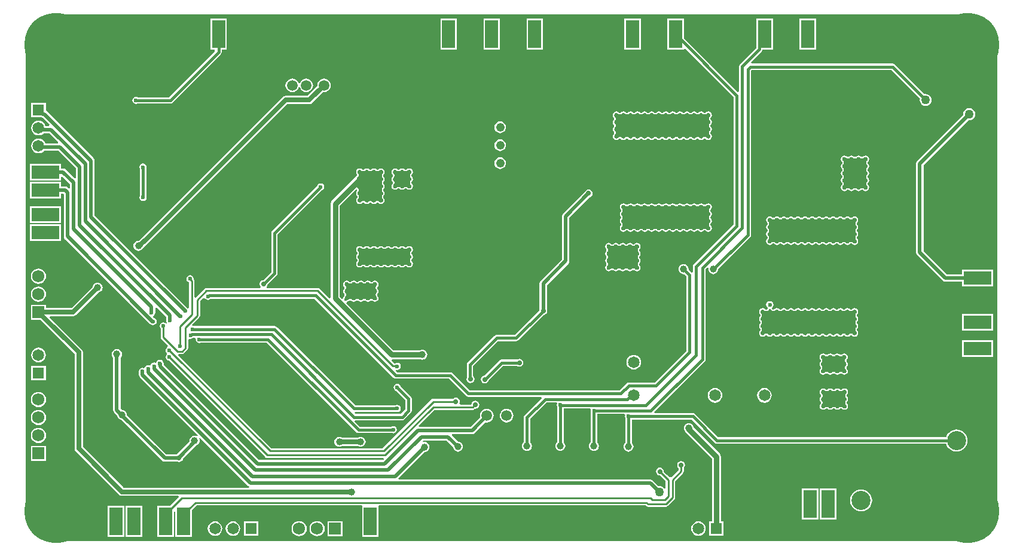
<source format=gbl>
G04*
G04 #@! TF.GenerationSoftware,Altium Limited,Altium Designer,21.7.2 (23)*
G04*
G04 Layer_Physical_Order=2*
G04 Layer_Color=16711680*
%FSLAX25Y25*%
%MOIN*%
G70*
G04*
G04 #@! TF.SameCoordinates,B7E76543-6187-4393-8A72-02BF7DF05099*
G04*
G04*
G04 #@! TF.FilePolarity,Positive*
G04*
G01*
G75*
%ADD14C,0.01000*%
%ADD70C,0.35433*%
%ADD113C,0.02000*%
%ADD114C,0.02500*%
%ADD115C,0.03000*%
%ADD116C,0.01500*%
%ADD119C,0.04882*%
%ADD120C,0.06496*%
%ADD121R,0.07677X0.15748*%
%ADD122R,0.06791X0.06791*%
%ADD123C,0.06791*%
%ADD124R,0.06791X0.06791*%
%ADD125C,0.14055*%
%ADD126C,0.05906*%
%ADD127R,0.06496X0.06496*%
%ADD128R,0.06496X0.06496*%
%ADD129R,0.15748X0.07677*%
%ADD130C,0.10630*%
%ADD131C,0.05953*%
%ADD132C,0.03937*%
%ADD133C,0.02362*%
%ADD134C,0.02756*%
%ADD135C,0.05000*%
G36*
X-16539Y-685D02*
X-14341Y-974D01*
X-12200Y-1548D01*
X-10151Y-2396D01*
X-8231Y-3505D01*
X-6472Y-4855D01*
X-4904Y-6423D01*
X-3555Y-8181D01*
X-2446Y-10102D01*
X-1598Y-12150D01*
X-1024Y-14292D01*
X-734Y-16490D01*
X-734Y-17598D01*
X-734Y-277441D01*
X-734Y-278550D01*
X-1024Y-280748D01*
X-1598Y-282889D01*
X-2446Y-284938D01*
X-3555Y-286858D01*
X-4904Y-288617D01*
X-6472Y-290185D01*
X-8231Y-291534D01*
X-10151Y-292643D01*
X-12200Y-293492D01*
X-14341Y-294065D01*
X-16539Y-294355D01*
X-17648D01*
X-525522Y-294355D01*
X-526631Y-294355D01*
X-528829Y-294065D01*
X-530970Y-293492D01*
X-533019Y-292643D01*
X-534939Y-291534D01*
X-536698Y-290185D01*
X-538266Y-288617D01*
X-539615Y-286858D01*
X-540724Y-284938D01*
X-541573Y-282889D01*
X-542146Y-280748D01*
X-542436Y-278550D01*
Y-277441D01*
X-542436Y-17598D01*
X-542436Y-16490D01*
X-542146Y-14292D01*
X-541573Y-12150D01*
X-540724Y-10102D01*
X-539615Y-8181D01*
X-538266Y-6423D01*
X-536698Y-4855D01*
X-534939Y-3505D01*
X-533019Y-2396D01*
X-530970Y-1548D01*
X-528829Y-974D01*
X-526631Y-685D01*
X-525522Y-685D01*
X-17648Y-685D01*
X-16539Y-685D01*
D02*
G37*
%LPC*%
G36*
X-101799Y-3137D02*
X-111076D01*
Y-20485D01*
X-101799D01*
Y-3137D01*
D02*
G37*
G36*
X-199539D02*
X-208816D01*
Y-20485D01*
X-199539D01*
Y-3137D01*
D02*
G37*
G36*
X-254113D02*
X-263391D01*
Y-20485D01*
X-254113D01*
Y-3137D01*
D02*
G37*
G36*
X-278113D02*
X-287391D01*
Y-20485D01*
X-278113D01*
Y-3137D01*
D02*
G37*
G36*
X-302113D02*
X-311391D01*
Y-20485D01*
X-302113D01*
Y-3137D01*
D02*
G37*
G36*
X-386102Y-36412D02*
X-387082Y-36541D01*
X-387995Y-36919D01*
X-388779Y-37520D01*
X-389380Y-38304D01*
X-389673Y-39012D01*
X-390405D01*
X-390698Y-38304D01*
X-391300Y-37520D01*
X-392084Y-36919D01*
X-392997Y-36541D01*
X-393976Y-36412D01*
X-394956Y-36541D01*
X-395869Y-36919D01*
X-396653Y-37520D01*
X-397254Y-38304D01*
X-397633Y-39217D01*
X-397762Y-40197D01*
X-397633Y-41177D01*
X-397254Y-42089D01*
X-396653Y-42873D01*
X-395869Y-43475D01*
X-394956Y-43853D01*
X-393976Y-43982D01*
X-392997Y-43853D01*
X-392084Y-43475D01*
X-391300Y-42873D01*
X-390698Y-42089D01*
X-390405Y-41382D01*
X-389673D01*
X-389380Y-42089D01*
X-388779Y-42873D01*
X-387995Y-43475D01*
X-387082Y-43853D01*
X-386102Y-43982D01*
X-385123Y-43853D01*
X-384210Y-43475D01*
X-383426Y-42873D01*
X-382824Y-42089D01*
X-382446Y-41177D01*
X-382317Y-40197D01*
X-382446Y-39217D01*
X-382824Y-38304D01*
X-383426Y-37520D01*
X-384210Y-36919D01*
X-385123Y-36541D01*
X-386102Y-36412D01*
D02*
G37*
G36*
X-125799Y-3137D02*
X-135076D01*
Y-14076D01*
X-135171Y-14218D01*
X-135307Y-14900D01*
Y-19403D01*
X-144322Y-28419D01*
X-144708Y-28996D01*
X-144844Y-29678D01*
Y-43637D01*
X-145544Y-43927D01*
X-175539Y-13932D01*
Y-3137D01*
X-184816D01*
Y-20485D01*
X-175539D01*
Y-19882D01*
X-174892Y-19614D01*
X-147922Y-46584D01*
Y-117786D01*
X-170157Y-140020D01*
X-170542Y-140598D01*
X-170678Y-141279D01*
Y-144331D01*
X-171378Y-144608D01*
X-173005Y-142981D01*
X-172973Y-142738D01*
X-173068Y-142015D01*
X-173347Y-141342D01*
X-173791Y-140763D01*
X-174369Y-140320D01*
X-175043Y-140041D01*
X-175765Y-139945D01*
X-176488Y-140041D01*
X-177162Y-140320D01*
X-177740Y-140763D01*
X-178184Y-141342D01*
X-178463Y-142015D01*
X-178558Y-142738D01*
X-178463Y-143461D01*
X-178184Y-144134D01*
X-177740Y-144712D01*
X-177162Y-145156D01*
X-176488Y-145435D01*
X-175765Y-145530D01*
X-175523Y-145498D01*
X-174221Y-146800D01*
Y-188239D01*
X-191918Y-205935D01*
X-206305D01*
X-206986Y-206071D01*
X-207564Y-206457D01*
X-211466Y-210359D01*
X-294998D01*
X-304647Y-200710D01*
X-305224Y-200324D01*
X-305906Y-200188D01*
X-335554D01*
X-336338Y-199404D01*
X-335993Y-198759D01*
X-335433Y-198870D01*
X-334660Y-198716D01*
X-334005Y-198279D01*
X-333567Y-197623D01*
X-333413Y-196850D01*
X-333567Y-196077D01*
X-334005Y-195422D01*
X-334660Y-194984D01*
X-335433Y-194831D01*
X-336206Y-194984D01*
X-336554Y-195217D01*
X-337119D01*
X-338676Y-193660D01*
X-338347Y-192999D01*
X-322589D01*
X-322221Y-193151D01*
X-321498Y-193246D01*
X-320776Y-193151D01*
X-320102Y-192872D01*
X-319524Y-192428D01*
X-319080Y-191850D01*
X-318801Y-191176D01*
X-318706Y-190454D01*
X-318801Y-189731D01*
X-319080Y-189058D01*
X-319524Y-188479D01*
X-320102Y-188035D01*
X-320776Y-187756D01*
X-321498Y-187661D01*
X-322221Y-187756D01*
X-322589Y-187909D01*
X-337528D01*
X-363787Y-161650D01*
X-363672Y-161270D01*
X-363489Y-160958D01*
X-362810Y-160823D01*
X-362154Y-160385D01*
X-362035Y-160206D01*
X-361193D01*
X-361074Y-160385D01*
X-360419Y-160823D01*
X-359646Y-160977D01*
X-358873Y-160823D01*
X-358217Y-160385D01*
X-358098Y-160206D01*
X-357256D01*
X-357137Y-160385D01*
X-356482Y-160823D01*
X-355709Y-160977D01*
X-354936Y-160823D01*
X-354280Y-160385D01*
X-354161Y-160206D01*
X-353319D01*
X-353200Y-160385D01*
X-352545Y-160823D01*
X-351772Y-160977D01*
X-350999Y-160823D01*
X-350343Y-160385D01*
X-350224Y-160206D01*
X-349382D01*
X-349263Y-160385D01*
X-348608Y-160823D01*
X-347835Y-160977D01*
X-347062Y-160823D01*
X-346406Y-160385D01*
X-345969Y-159730D01*
X-345815Y-158957D01*
X-345969Y-158184D01*
X-346406Y-157528D01*
X-346585Y-157409D01*
Y-156567D01*
X-346406Y-156448D01*
X-345969Y-155793D01*
X-345815Y-155020D01*
X-345969Y-154247D01*
X-346406Y-153591D01*
X-346585Y-153472D01*
Y-152630D01*
X-346406Y-152511D01*
X-345969Y-151856D01*
X-345815Y-151083D01*
X-345969Y-150310D01*
X-346406Y-149654D01*
X-347062Y-149216D01*
X-347835Y-149063D01*
X-348608Y-149216D01*
X-349263Y-149654D01*
X-349382Y-149833D01*
X-350224D01*
X-350343Y-149654D01*
X-350999Y-149216D01*
X-351772Y-149063D01*
X-352545Y-149216D01*
X-353200Y-149654D01*
X-353319Y-149833D01*
X-354161D01*
X-354280Y-149654D01*
X-354936Y-149216D01*
X-355709Y-149063D01*
X-356482Y-149216D01*
X-357137Y-149654D01*
X-357256Y-149833D01*
X-358098D01*
X-358217Y-149654D01*
X-358873Y-149216D01*
X-359646Y-149063D01*
X-360419Y-149216D01*
X-361074Y-149654D01*
X-361193Y-149833D01*
X-362035D01*
X-362154Y-149654D01*
X-362810Y-149216D01*
X-363583Y-149063D01*
X-364356Y-149216D01*
X-365011Y-149654D01*
X-365449Y-150310D01*
X-365603Y-151083D01*
X-365449Y-151856D01*
X-365011Y-152511D01*
X-364832Y-152630D01*
Y-153472D01*
X-365011Y-153591D01*
X-365449Y-154247D01*
X-365603Y-155020D01*
X-365449Y-155793D01*
X-365011Y-156448D01*
X-364832Y-156567D01*
Y-157409D01*
X-365011Y-157528D01*
X-365449Y-158184D01*
X-365584Y-158862D01*
X-365896Y-159046D01*
X-366276Y-159160D01*
X-367435Y-158001D01*
Y-107255D01*
X-358249Y-98069D01*
X-357829Y-98242D01*
X-357736Y-98906D01*
X-357754Y-99005D01*
X-358165Y-99621D01*
X-358319Y-100394D01*
X-358165Y-101167D01*
X-357728Y-101822D01*
X-357549Y-101941D01*
Y-102783D01*
X-357728Y-102902D01*
X-358165Y-103558D01*
X-358319Y-104331D01*
X-358165Y-105104D01*
X-357728Y-105759D01*
X-357072Y-106197D01*
X-356299Y-106351D01*
X-355526Y-106197D01*
X-354871Y-105759D01*
X-354752Y-105580D01*
X-353910D01*
X-353790Y-105759D01*
X-353135Y-106197D01*
X-352362Y-106351D01*
X-351589Y-106197D01*
X-350934Y-105759D01*
X-350815Y-105580D01*
X-349973D01*
X-349853Y-105759D01*
X-349198Y-106197D01*
X-348425Y-106351D01*
X-347652Y-106197D01*
X-346997Y-105759D01*
X-346878Y-105580D01*
X-346036D01*
X-345917Y-105759D01*
X-345261Y-106197D01*
X-344488Y-106351D01*
X-343715Y-106197D01*
X-343060Y-105759D01*
X-342622Y-105104D01*
X-342468Y-104331D01*
X-342622Y-103558D01*
X-343060Y-102902D01*
X-343238Y-102783D01*
Y-101941D01*
X-343060Y-101822D01*
X-342622Y-101167D01*
X-342468Y-100394D01*
X-342622Y-99621D01*
X-343060Y-98965D01*
X-343238Y-98846D01*
Y-98004D01*
X-343060Y-97885D01*
X-342622Y-97230D01*
X-342468Y-96457D01*
X-342622Y-95684D01*
X-343060Y-95028D01*
X-343238Y-94909D01*
Y-94067D01*
X-343060Y-93948D01*
X-342622Y-93293D01*
X-342468Y-92520D01*
X-342622Y-91747D01*
X-343060Y-91091D01*
X-343238Y-90972D01*
Y-90130D01*
X-343060Y-90011D01*
X-342622Y-89356D01*
X-342468Y-88583D01*
X-342622Y-87810D01*
X-343060Y-87154D01*
X-343715Y-86717D01*
X-344488Y-86563D01*
X-345261Y-86717D01*
X-345917Y-87154D01*
X-346036Y-87333D01*
X-346878D01*
X-346997Y-87154D01*
X-347652Y-86717D01*
X-348425Y-86563D01*
X-349198Y-86717D01*
X-349853Y-87154D01*
X-349973Y-87333D01*
X-350815D01*
X-350934Y-87154D01*
X-351589Y-86717D01*
X-352362Y-86563D01*
X-353135Y-86717D01*
X-353790Y-87154D01*
X-353910Y-87333D01*
X-354752D01*
X-354871Y-87154D01*
X-355526Y-86717D01*
X-356299Y-86563D01*
X-357072Y-86717D01*
X-357728Y-87154D01*
X-358165Y-87810D01*
X-358319Y-88583D01*
X-358165Y-89356D01*
X-357728Y-90011D01*
Y-90472D01*
X-358099Y-90720D01*
X-371780Y-104401D01*
X-372332Y-105227D01*
X-372525Y-106201D01*
Y-158820D01*
X-373186Y-159149D01*
X-378690Y-153646D01*
X-379185Y-153315D01*
X-379768Y-153199D01*
X-408075D01*
X-408270Y-152775D01*
X-408334Y-152499D01*
X-407889Y-151834D01*
X-407794Y-151355D01*
X-402678Y-146239D01*
X-402292Y-145662D01*
X-402157Y-144980D01*
Y-123375D01*
X-377528Y-98747D01*
X-377377Y-98716D01*
X-376721Y-98279D01*
X-376284Y-97623D01*
X-376130Y-96850D01*
X-376284Y-96077D01*
X-376721Y-95422D01*
X-377377Y-94984D01*
X-378150Y-94831D01*
X-378923Y-94984D01*
X-379578Y-95422D01*
X-380016Y-96077D01*
X-380046Y-96229D01*
X-405196Y-121379D01*
X-405582Y-121957D01*
X-405717Y-122638D01*
Y-144243D01*
X-410312Y-148837D01*
X-410791Y-148933D01*
X-411511Y-149414D01*
X-411993Y-150134D01*
X-412162Y-150984D01*
X-411993Y-151834D01*
X-411548Y-152499D01*
X-411612Y-152775D01*
X-411806Y-153199D01*
X-441732D01*
X-442316Y-153315D01*
X-442811Y-153646D01*
X-447775Y-158610D01*
X-448384Y-158420D01*
X-448475Y-158351D01*
Y-149250D01*
X-448591Y-148667D01*
X-448921Y-148172D01*
X-448935Y-148159D01*
X-448919Y-148082D01*
X-449073Y-147309D01*
X-449511Y-146654D01*
X-450166Y-146216D01*
X-450939Y-146062D01*
X-451712Y-146216D01*
X-452367Y-146654D01*
X-452805Y-147309D01*
X-452959Y-148082D01*
X-452805Y-148855D01*
X-452367Y-149510D01*
X-451712Y-149948D01*
X-451525Y-149985D01*
Y-164312D01*
X-451754Y-164466D01*
X-452225Y-164582D01*
X-504067Y-112740D01*
Y-82284D01*
X-504222Y-81505D01*
X-504663Y-80844D01*
X-530683Y-54825D01*
X-531343Y-54383D01*
X-531385Y-54375D01*
Y-49968D01*
X-539481D01*
Y-58064D01*
X-534084D01*
X-533964Y-58144D01*
X-533185Y-58299D01*
X-532965D01*
X-529123Y-62141D01*
X-529413Y-62841D01*
X-531538D01*
X-531897Y-61974D01*
X-532546Y-61129D01*
X-533392Y-60480D01*
X-534376Y-60072D01*
X-535433Y-59933D01*
X-536490Y-60072D01*
X-537474Y-60480D01*
X-538320Y-61129D01*
X-538969Y-61974D01*
X-539377Y-62959D01*
X-539516Y-64016D01*
X-539377Y-65073D01*
X-538969Y-66057D01*
X-538320Y-66903D01*
X-537474Y-67552D01*
X-536490Y-67960D01*
X-535433Y-68099D01*
X-534376Y-67960D01*
X-533392Y-67552D01*
X-532557Y-66911D01*
X-529373D01*
X-524402Y-71882D01*
X-524670Y-72528D01*
X-531668D01*
X-531897Y-71974D01*
X-532546Y-71129D01*
X-533392Y-70480D01*
X-534376Y-70072D01*
X-535433Y-69933D01*
X-536490Y-70072D01*
X-537474Y-70480D01*
X-538320Y-71129D01*
X-538969Y-71974D01*
X-539377Y-72959D01*
X-539516Y-74016D01*
X-539377Y-75072D01*
X-538969Y-76057D01*
X-538320Y-76903D01*
X-537474Y-77552D01*
X-536490Y-77960D01*
X-535433Y-78099D01*
X-534376Y-77960D01*
X-533392Y-77552D01*
X-532546Y-76903D01*
X-532313Y-76599D01*
X-524508D01*
X-514634Y-86473D01*
Y-91908D01*
X-515280Y-92176D01*
X-520313Y-87144D01*
X-520973Y-86702D01*
X-521752Y-86547D01*
X-522822D01*
Y-83944D01*
X-540170D01*
Y-93221D01*
X-522822D01*
Y-91381D01*
X-522122Y-91091D01*
X-517980Y-95233D01*
Y-97518D01*
X-518627Y-97786D01*
X-519270Y-97144D01*
X-519930Y-96702D01*
X-520709Y-96548D01*
X-522822D01*
Y-93944D01*
X-540170D01*
Y-103221D01*
X-522822D01*
Y-100618D01*
X-521552D01*
X-521326Y-100843D01*
Y-124480D01*
X-521172Y-125259D01*
X-520730Y-125919D01*
X-473378Y-173272D01*
X-472718Y-173713D01*
X-471939Y-173868D01*
X-471877D01*
X-471528Y-173937D01*
X-470749Y-173782D01*
X-470089Y-173341D01*
X-469648Y-172681D01*
X-469493Y-171902D01*
X-469648Y-171123D01*
X-470089Y-170463D01*
X-470158Y-170394D01*
X-470819Y-169953D01*
X-470971Y-169922D01*
X-471420Y-169473D01*
X-471285Y-168619D01*
X-470984Y-168418D01*
X-470543Y-167757D01*
X-470388Y-166978D01*
Y-164288D01*
X-469688Y-163998D01*
X-464361Y-169325D01*
Y-171164D01*
X-464206Y-171942D01*
X-463799Y-172551D01*
X-464320Y-172981D01*
X-464975Y-172543D01*
X-465748Y-172389D01*
X-466521Y-172543D01*
X-467176Y-172981D01*
X-467614Y-173636D01*
X-467768Y-174409D01*
X-467614Y-175182D01*
X-467273Y-175692D01*
Y-180709D01*
X-467157Y-181292D01*
X-466827Y-181787D01*
X-463195Y-185419D01*
X-463446Y-186158D01*
X-464005Y-186531D01*
X-464443Y-187186D01*
X-464597Y-187959D01*
X-464443Y-188732D01*
X-464005Y-189388D01*
X-463871Y-189477D01*
Y-190319D01*
X-463932Y-190360D01*
X-464369Y-191015D01*
X-464523Y-191788D01*
X-464369Y-192561D01*
X-463932Y-193216D01*
X-463276Y-193654D01*
X-462675Y-193774D01*
X-408913Y-247535D01*
X-408418Y-247866D01*
X-407835Y-247982D01*
X-343113D01*
X-342846Y-248629D01*
X-343363Y-249146D01*
X-412543D01*
X-465625Y-196064D01*
Y-195311D01*
X-465780Y-194533D01*
X-466221Y-193872D01*
X-466290Y-193803D01*
X-466950Y-193362D01*
X-467729Y-193207D01*
X-468508Y-193362D01*
X-469168Y-193803D01*
X-469609Y-194463D01*
X-469619Y-194509D01*
X-470186Y-194971D01*
X-470363Y-194936D01*
X-470965Y-194816D01*
X-471744Y-194971D01*
X-472404Y-195413D01*
X-472776Y-195969D01*
X-473150Y-196213D01*
X-473473Y-196346D01*
X-474251Y-196191D01*
X-475030Y-196346D01*
X-475690Y-196787D01*
X-476104Y-197406D01*
X-476426Y-197745D01*
X-476692Y-197855D01*
X-477470Y-197700D01*
X-478249Y-197855D01*
X-478910Y-198296D01*
X-479351Y-198957D01*
X-479506Y-199735D01*
Y-201663D01*
X-479351Y-202442D01*
X-478910Y-203102D01*
X-446638Y-235374D01*
X-447016Y-235942D01*
X-447690Y-235663D01*
X-448413Y-235568D01*
X-449135Y-235663D01*
X-449809Y-235942D01*
X-450387Y-236386D01*
X-450831Y-236964D01*
X-451110Y-237638D01*
X-451205Y-238360D01*
X-451154Y-238744D01*
X-458148Y-245737D01*
X-458321Y-245996D01*
X-464118D01*
X-486075Y-224039D01*
X-486074Y-224035D01*
X-486169Y-223312D01*
X-486448Y-222638D01*
X-486892Y-222060D01*
X-487470Y-221616D01*
X-488144Y-221337D01*
X-488867Y-221242D01*
X-488871Y-221243D01*
X-489697Y-220417D01*
Y-192053D01*
X-489314Y-191554D01*
X-489035Y-190880D01*
X-488940Y-190157D01*
X-489035Y-189435D01*
X-489314Y-188761D01*
X-489758Y-188183D01*
X-490336Y-187739D01*
X-491010Y-187460D01*
X-491732Y-187365D01*
X-492455Y-187460D01*
X-493128Y-187739D01*
X-493707Y-188183D01*
X-494151Y-188761D01*
X-494429Y-189435D01*
X-494525Y-190157D01*
X-494429Y-190880D01*
X-494151Y-191554D01*
X-493767Y-192053D01*
Y-221260D01*
X-493612Y-222039D01*
X-493171Y-222699D01*
X-491632Y-224238D01*
X-491564Y-224757D01*
X-491285Y-225431D01*
X-490841Y-226009D01*
X-490263Y-226453D01*
X-489589Y-226732D01*
X-489070Y-226800D01*
X-466400Y-249471D01*
X-465739Y-249912D01*
X-464961Y-250067D01*
X-457961D01*
X-457936Y-250083D01*
X-457087Y-250252D01*
X-456237Y-250083D01*
X-455516Y-249602D01*
X-455035Y-248881D01*
X-454938Y-248391D01*
X-454828Y-248228D01*
X-454815Y-248161D01*
X-447715Y-241061D01*
X-447690Y-241058D01*
X-447016Y-240779D01*
X-446438Y-240335D01*
X-445994Y-239756D01*
X-445715Y-239083D01*
X-445620Y-238360D01*
X-445715Y-237638D01*
X-445994Y-236964D01*
X-445426Y-236586D01*
X-418501Y-263511D01*
X-418008Y-263841D01*
X-418197Y-264541D01*
X-487929D01*
X-510702Y-241768D01*
Y-189134D01*
X-510876Y-188258D01*
X-511373Y-187514D01*
X-529258Y-169630D01*
X-528990Y-168983D01*
X-516102D01*
X-515226Y-168809D01*
X-514483Y-168312D01*
X-501947Y-155776D01*
X-501738Y-155748D01*
X-501064Y-155470D01*
X-500486Y-155026D01*
X-500042Y-154447D01*
X-499763Y-153774D01*
X-499668Y-153051D01*
X-499763Y-152329D01*
X-500042Y-151655D01*
X-500486Y-151077D01*
X-501064Y-150633D01*
X-501738Y-150354D01*
X-502461Y-150259D01*
X-503183Y-150354D01*
X-503857Y-150633D01*
X-504435Y-151077D01*
X-504879Y-151655D01*
X-505158Y-152329D01*
X-505185Y-152537D01*
X-517051Y-164403D01*
X-531237D01*
Y-162497D01*
X-539629D01*
Y-170889D01*
X-534476D01*
X-515282Y-190082D01*
Y-242717D01*
X-515108Y-243593D01*
X-514611Y-244336D01*
X-490497Y-268450D01*
X-489754Y-268947D01*
X-488878Y-269121D01*
X-457406D01*
X-457116Y-269821D01*
X-462085Y-274791D01*
X-469206D01*
Y-292139D01*
X-459928D01*
Y-277598D01*
X-459905Y-277583D01*
X-459205Y-277957D01*
Y-292139D01*
X-449928D01*
Y-276991D01*
X-447298Y-274360D01*
X-355554D01*
X-355032Y-274791D01*
X-355032Y-275060D01*
Y-292139D01*
X-345755D01*
Y-275060D01*
X-345755Y-274791D01*
X-345233Y-274360D01*
X-197089D01*
X-196628Y-274820D01*
X-196133Y-275151D01*
X-195550Y-275267D01*
X-185697D01*
X-185113Y-275151D01*
X-184618Y-274820D01*
X-180954Y-271156D01*
X-180623Y-270661D01*
X-180507Y-270077D01*
Y-260933D01*
X-176087Y-256513D01*
X-175756Y-256018D01*
X-175640Y-255434D01*
Y-253569D01*
X-175595Y-253539D01*
X-175114Y-252818D01*
X-174945Y-251969D01*
X-175114Y-251119D01*
X-175595Y-250398D01*
X-176316Y-249917D01*
X-177165Y-249748D01*
X-178015Y-249917D01*
X-178736Y-250398D01*
X-179217Y-251119D01*
X-179386Y-251969D01*
X-179217Y-252818D01*
X-178736Y-253539D01*
X-178691Y-253569D01*
Y-254802D01*
X-182631Y-258742D01*
X-182644Y-258753D01*
X-183605Y-258726D01*
X-185142Y-257189D01*
X-185142Y-257189D01*
X-186766Y-255565D01*
X-186756Y-255512D01*
X-186925Y-254662D01*
X-187406Y-253942D01*
X-188127Y-253460D01*
X-188976Y-253291D01*
X-189826Y-253460D01*
X-190547Y-253942D01*
X-191028Y-254662D01*
X-191197Y-255512D01*
X-191028Y-256362D01*
X-190547Y-257082D01*
X-189826Y-257563D01*
X-188976Y-257732D01*
X-188924Y-257722D01*
X-187299Y-259346D01*
X-187299Y-259346D01*
X-185777Y-260868D01*
Y-265150D01*
X-186477Y-265289D01*
X-186487Y-265265D01*
X-187016Y-264576D01*
X-187706Y-264047D01*
X-188509Y-263714D01*
X-189370Y-263601D01*
X-189768Y-263653D01*
X-192788Y-260633D01*
X-193449Y-260191D01*
X-194228Y-260037D01*
X-334578D01*
X-334868Y-259337D01*
X-320150Y-244619D01*
X-319526Y-244536D01*
X-318852Y-244257D01*
X-318274Y-243814D01*
X-317830Y-243235D01*
X-317551Y-242562D01*
X-317456Y-241839D01*
X-317551Y-241116D01*
X-317830Y-240443D01*
X-318274Y-239865D01*
X-318852Y-239421D01*
X-319526Y-239142D01*
X-320249Y-239047D01*
X-320765Y-239115D01*
X-321141Y-238613D01*
X-321179Y-238495D01*
X-321003Y-238256D01*
X-307930D01*
X-304354Y-241831D01*
X-304272Y-242455D01*
X-303993Y-243128D01*
X-303549Y-243707D01*
X-302971Y-244151D01*
X-302297Y-244429D01*
X-301575Y-244525D01*
X-300852Y-244429D01*
X-300179Y-244151D01*
X-299600Y-243707D01*
X-299156Y-243128D01*
X-298878Y-242455D01*
X-298782Y-241732D01*
X-298878Y-241010D01*
X-299156Y-240336D01*
X-299600Y-239758D01*
X-300179Y-239314D01*
X-300852Y-239035D01*
X-301476Y-238953D01*
X-305017Y-235412D01*
X-304727Y-234712D01*
X-293701D01*
X-292922Y-234557D01*
X-292262Y-234116D01*
X-286256Y-228110D01*
X-285433Y-228218D01*
X-284447Y-228089D01*
X-283529Y-227708D01*
X-282740Y-227103D01*
X-282134Y-226314D01*
X-281754Y-225395D01*
X-281624Y-224410D01*
X-281754Y-223424D01*
X-282134Y-222505D01*
X-282740Y-221716D01*
X-283529Y-221111D01*
X-284447Y-220730D01*
X-285433Y-220601D01*
X-286419Y-220730D01*
X-287338Y-221111D01*
X-288126Y-221716D01*
X-288732Y-222505D01*
X-289112Y-223424D01*
X-289242Y-224410D01*
X-289134Y-225232D01*
X-294544Y-230642D01*
X-323164D01*
X-323454Y-229942D01*
X-314722Y-221210D01*
X-293376D01*
X-292793Y-221094D01*
X-292298Y-220764D01*
X-292089Y-220554D01*
X-291913Y-220589D01*
X-291063Y-220420D01*
X-290342Y-219939D01*
X-289861Y-219218D01*
X-289692Y-218369D01*
X-289861Y-217519D01*
X-290342Y-216798D01*
X-291063Y-216317D01*
X-291913Y-216148D01*
X-292762Y-216317D01*
X-293483Y-216798D01*
X-293964Y-217519D01*
X-294092Y-218160D01*
X-300380D01*
X-300754Y-217460D01*
X-300704Y-217385D01*
X-300535Y-216535D01*
X-300704Y-215686D01*
X-301186Y-214965D01*
X-301906Y-214484D01*
X-302756Y-214315D01*
X-303606Y-214484D01*
X-304326Y-214965D01*
X-304356Y-215010D01*
X-315354D01*
X-315938Y-215126D01*
X-316433Y-215457D01*
X-343545Y-242569D01*
X-405667D01*
X-457461Y-190776D01*
X-457171Y-190076D01*
X-455346D01*
X-454763Y-189960D01*
X-454268Y-189629D01*
X-452465Y-187826D01*
X-452134Y-187331D01*
X-452018Y-186747D01*
Y-181832D01*
X-451318Y-181461D01*
X-450675Y-181589D01*
X-449902Y-181435D01*
X-449247Y-180997D01*
X-449174Y-180888D01*
X-448190D01*
X-447683Y-181588D01*
X-447753Y-181939D01*
X-447599Y-182712D01*
X-447161Y-183368D01*
X-446506Y-183805D01*
X-445733Y-183959D01*
X-444960Y-183805D01*
X-444831Y-183720D01*
X-408168D01*
X-358309Y-233579D01*
X-357732Y-233965D01*
X-357050Y-234100D01*
X-338282D01*
X-337667Y-234223D01*
X-336894Y-234069D01*
X-336239Y-233631D01*
X-335801Y-232976D01*
X-335647Y-232203D01*
X-335801Y-231430D01*
X-336239Y-230774D01*
X-336894Y-230336D01*
X-337667Y-230183D01*
X-338440Y-230336D01*
X-338744Y-230540D01*
X-356313D01*
X-359175Y-227677D01*
X-358885Y-226977D01*
X-332677D01*
X-331996Y-226842D01*
X-331418Y-226456D01*
X-327875Y-222912D01*
X-327489Y-222335D01*
X-327354Y-221654D01*
Y-214961D01*
X-327489Y-214279D01*
X-327875Y-213702D01*
X-333537Y-208040D01*
X-333567Y-207888D01*
X-334005Y-207233D01*
X-334660Y-206795D01*
X-335433Y-206642D01*
X-336206Y-206795D01*
X-336861Y-207233D01*
X-337299Y-207888D01*
X-337453Y-208661D01*
X-337299Y-209434D01*
X-336861Y-210090D01*
X-336206Y-210528D01*
X-336054Y-210558D01*
X-330914Y-215698D01*
Y-220916D01*
X-333415Y-223417D01*
X-358711D01*
X-359175Y-222953D01*
X-358885Y-222253D01*
X-336335D01*
X-336206Y-222339D01*
X-335433Y-222492D01*
X-334660Y-222339D01*
X-334005Y-221901D01*
X-333567Y-221245D01*
X-333413Y-220472D01*
X-333567Y-219699D01*
X-334005Y-219044D01*
X-334660Y-218606D01*
X-335433Y-218453D01*
X-336206Y-218606D01*
X-336335Y-218692D01*
X-358711D01*
X-402478Y-174925D01*
X-403056Y-174539D01*
X-403737Y-174404D01*
X-448969D01*
X-449498Y-174299D01*
X-449604Y-174137D01*
X-449823Y-173634D01*
X-445772Y-169582D01*
X-445441Y-169088D01*
X-445325Y-168504D01*
Y-160474D01*
X-443475Y-158624D01*
X-442690Y-158829D01*
X-442373Y-159302D01*
X-441718Y-159740D01*
X-440945Y-159894D01*
X-440172Y-159740D01*
X-439517Y-159302D01*
X-439489Y-159261D01*
X-381517D01*
X-337550Y-203227D01*
X-336972Y-203613D01*
X-336291Y-203749D01*
X-306643D01*
X-296994Y-213398D01*
X-296417Y-213784D01*
X-295735Y-213919D01*
X-255222D01*
X-254932Y-214619D01*
X-264352Y-224039D01*
X-264738Y-224617D01*
X-264873Y-225298D01*
Y-239156D01*
X-265068Y-239305D01*
X-265511Y-239883D01*
X-265790Y-240556D01*
X-265885Y-241279D01*
X-265790Y-242002D01*
X-265511Y-242675D01*
X-265068Y-243254D01*
X-264489Y-243697D01*
X-263816Y-243976D01*
X-263093Y-244072D01*
X-262370Y-243976D01*
X-261697Y-243697D01*
X-261119Y-243254D01*
X-260675Y-242675D01*
X-260396Y-242002D01*
X-260301Y-241279D01*
X-260396Y-240556D01*
X-260675Y-239883D01*
X-261119Y-239305D01*
X-261313Y-239156D01*
Y-226035D01*
X-252318Y-217040D01*
X-246571D01*
X-246284Y-217578D01*
X-246271Y-217740D01*
X-246414Y-218460D01*
X-246268Y-219193D01*
Y-239117D01*
X-246463Y-239266D01*
X-246906Y-239844D01*
X-247185Y-240517D01*
X-247281Y-241240D01*
X-247185Y-241963D01*
X-246906Y-242636D01*
X-246463Y-243215D01*
X-245884Y-243658D01*
X-245211Y-243937D01*
X-244488Y-244033D01*
X-243765Y-243937D01*
X-243092Y-243658D01*
X-242514Y-243215D01*
X-242070Y-242636D01*
X-241791Y-241963D01*
X-241696Y-241240D01*
X-241791Y-240517D01*
X-242070Y-239844D01*
X-242514Y-239266D01*
X-242708Y-239117D01*
Y-220284D01*
X-227776D01*
X-227767Y-220300D01*
X-227477Y-220984D01*
X-227610Y-221654D01*
X-227546Y-221976D01*
X-227568Y-222084D01*
Y-239117D01*
X-227762Y-239266D01*
X-228206Y-239844D01*
X-228485Y-240517D01*
X-228580Y-241240D01*
X-228485Y-241963D01*
X-228206Y-242636D01*
X-227762Y-243215D01*
X-227184Y-243658D01*
X-226510Y-243937D01*
X-225787Y-244033D01*
X-225065Y-243937D01*
X-224391Y-243658D01*
X-223813Y-243215D01*
X-223369Y-242636D01*
X-223090Y-241963D01*
X-222995Y-241240D01*
X-223090Y-240517D01*
X-223369Y-239844D01*
X-223813Y-239266D01*
X-224007Y-239117D01*
Y-223434D01*
X-208727D01*
X-208352Y-224134D01*
X-208478Y-224768D01*
X-208324Y-225541D01*
X-208276Y-225612D01*
Y-239609D01*
X-208471Y-239758D01*
X-208914Y-240336D01*
X-209193Y-241010D01*
X-209289Y-241732D01*
X-209193Y-242455D01*
X-208914Y-243128D01*
X-208471Y-243707D01*
X-207892Y-244151D01*
X-207219Y-244429D01*
X-206496Y-244525D01*
X-205773Y-244429D01*
X-205100Y-244151D01*
X-204522Y-243707D01*
X-204078Y-243128D01*
X-203799Y-242455D01*
X-203704Y-241732D01*
X-203799Y-241010D01*
X-204078Y-240336D01*
X-204522Y-239758D01*
X-204716Y-239609D01*
Y-226548D01*
X-171371D01*
X-158472Y-239448D01*
X-157894Y-239834D01*
X-157213Y-239969D01*
X-29472D01*
X-29299Y-240540D01*
X-28731Y-241603D01*
X-27967Y-242534D01*
X-27036Y-243298D01*
X-25973Y-243866D01*
X-24821Y-244215D01*
X-23622Y-244334D01*
X-22423Y-244215D01*
X-21271Y-243866D01*
X-20208Y-243298D01*
X-19277Y-242534D01*
X-18513Y-241603D01*
X-17945Y-240540D01*
X-17596Y-239388D01*
X-17478Y-238189D01*
X-17596Y-236990D01*
X-17945Y-235838D01*
X-18513Y-234775D01*
X-19277Y-233844D01*
X-20208Y-233080D01*
X-21271Y-232512D01*
X-22423Y-232162D01*
X-23622Y-232044D01*
X-24821Y-232162D01*
X-25973Y-232512D01*
X-27036Y-233080D01*
X-27967Y-233844D01*
X-28731Y-234775D01*
X-29299Y-235838D01*
X-29472Y-236409D01*
X-156475D01*
X-169375Y-223509D01*
X-169953Y-223123D01*
X-170634Y-222988D01*
X-191921D01*
X-192211Y-222288D01*
X-164095Y-194172D01*
X-163710Y-193595D01*
X-163574Y-192913D01*
Y-142683D01*
X-162511Y-141620D01*
X-161917Y-142015D01*
X-162012Y-142738D01*
X-161917Y-143461D01*
X-161638Y-144134D01*
X-161194Y-144712D01*
X-160616Y-145156D01*
X-159942Y-145435D01*
X-159220Y-145530D01*
X-158497Y-145435D01*
X-157823Y-145156D01*
X-157245Y-144712D01*
X-156801Y-144134D01*
X-156522Y-143461D01*
X-156427Y-142738D01*
X-156459Y-142495D01*
X-138721Y-124757D01*
X-138335Y-124179D01*
X-138199Y-123498D01*
Y-32056D01*
X-137845Y-31701D01*
X-60020D01*
X-44052Y-47669D01*
X-44146Y-48386D01*
X-44033Y-49247D01*
X-43700Y-50050D01*
X-43171Y-50739D01*
X-42482Y-51268D01*
X-41679Y-51601D01*
X-40818Y-51714D01*
X-39956Y-51601D01*
X-39154Y-51268D01*
X-38464Y-50739D01*
X-37935Y-50050D01*
X-37603Y-49247D01*
X-37489Y-48386D01*
X-37603Y-47524D01*
X-37935Y-46722D01*
X-38464Y-46032D01*
X-39154Y-45503D01*
X-39956Y-45171D01*
X-40818Y-45057D01*
X-41534Y-45152D01*
X-58024Y-28662D01*
X-58601Y-28277D01*
X-59282Y-28141D01*
X-138019D01*
X-138309Y-27441D01*
X-132267Y-21399D01*
X-131882Y-20822D01*
X-131815Y-20485D01*
X-125799D01*
Y-3137D01*
D02*
G37*
G36*
X-376260Y-36412D02*
X-377239Y-36541D01*
X-378152Y-36919D01*
X-378936Y-37520D01*
X-379538Y-38304D01*
X-379916Y-39217D01*
X-380045Y-40197D01*
X-379981Y-40680D01*
X-385437Y-46135D01*
X-397724D01*
X-398600Y-46310D01*
X-399343Y-46806D01*
X-476915Y-124377D01*
X-476915Y-124378D01*
X-479342Y-126805D01*
X-479417Y-126855D01*
X-479417Y-126855D01*
X-479521Y-126959D01*
X-479724Y-126932D01*
X-480447Y-127027D01*
X-481121Y-127306D01*
X-481699Y-127750D01*
X-482143Y-128328D01*
X-482422Y-129002D01*
X-482517Y-129724D01*
X-482422Y-130447D01*
X-482143Y-131121D01*
X-481699Y-131699D01*
X-481121Y-132143D01*
X-480447Y-132422D01*
X-479724Y-132517D01*
X-479002Y-132422D01*
X-478328Y-132143D01*
X-477750Y-131699D01*
X-477529Y-131411D01*
X-477429Y-131344D01*
X-476229Y-130144D01*
X-476154Y-130094D01*
X-473676Y-127616D01*
X-473676Y-127616D01*
X-473676Y-127616D01*
X-396775Y-50715D01*
X-384488D01*
X-383612Y-50541D01*
X-382869Y-50045D01*
X-376743Y-43918D01*
X-376260Y-43982D01*
X-375280Y-43853D01*
X-374367Y-43475D01*
X-373583Y-42873D01*
X-372982Y-42089D01*
X-372604Y-41177D01*
X-372475Y-40197D01*
X-372604Y-39217D01*
X-372982Y-38304D01*
X-373583Y-37520D01*
X-374367Y-36919D01*
X-375280Y-36541D01*
X-376260Y-36412D01*
D02*
G37*
G36*
X-430401Y-3137D02*
X-439678D01*
Y-20485D01*
X-437379D01*
X-437088Y-21185D01*
X-462745Y-46842D01*
X-480201D01*
X-480329Y-46756D01*
X-481102Y-46602D01*
X-481875Y-46756D01*
X-482531Y-47194D01*
X-482969Y-47849D01*
X-483122Y-48622D01*
X-482969Y-49395D01*
X-482531Y-50050D01*
X-481875Y-50488D01*
X-481102Y-50642D01*
X-480329Y-50488D01*
X-480201Y-50402D01*
X-462008D01*
X-461327Y-50267D01*
X-460749Y-49881D01*
X-433780Y-22912D01*
X-433395Y-22335D01*
X-433259Y-21654D01*
Y-20485D01*
X-430401D01*
Y-3137D01*
D02*
G37*
G36*
X-162059Y-54826D02*
X-162832Y-54980D01*
X-163488Y-55418D01*
X-163607Y-55596D01*
X-164449D01*
X-164568Y-55418D01*
X-165223Y-54980D01*
X-165996Y-54826D01*
X-166769Y-54980D01*
X-167425Y-55418D01*
X-167544Y-55596D01*
X-168386D01*
X-168505Y-55418D01*
X-169160Y-54980D01*
X-169933Y-54826D01*
X-170706Y-54980D01*
X-171362Y-55418D01*
X-171481Y-55596D01*
X-172323D01*
X-172442Y-55418D01*
X-173097Y-54980D01*
X-173870Y-54826D01*
X-174643Y-54980D01*
X-175299Y-55418D01*
X-175418Y-55596D01*
X-176260D01*
X-176379Y-55418D01*
X-177034Y-54980D01*
X-177807Y-54826D01*
X-178580Y-54980D01*
X-179236Y-55418D01*
X-179355Y-55596D01*
X-180197D01*
X-180316Y-55418D01*
X-180971Y-54980D01*
X-181744Y-54826D01*
X-182517Y-54980D01*
X-183173Y-55418D01*
X-183292Y-55596D01*
X-184134D01*
X-184253Y-55418D01*
X-184908Y-54980D01*
X-185681Y-54826D01*
X-186454Y-54980D01*
X-187110Y-55418D01*
X-187229Y-55596D01*
X-188071D01*
X-188190Y-55418D01*
X-188845Y-54980D01*
X-189618Y-54826D01*
X-190391Y-54980D01*
X-191047Y-55418D01*
X-191166Y-55596D01*
X-192008D01*
X-192127Y-55418D01*
X-192782Y-54980D01*
X-193555Y-54826D01*
X-194328Y-54980D01*
X-194984Y-55418D01*
X-195103Y-55596D01*
X-195945D01*
X-196064Y-55418D01*
X-196719Y-54980D01*
X-197492Y-54826D01*
X-198265Y-54980D01*
X-198921Y-55418D01*
X-199040Y-55596D01*
X-199882D01*
X-200001Y-55418D01*
X-200656Y-54980D01*
X-201429Y-54826D01*
X-202202Y-54980D01*
X-202858Y-55418D01*
X-202977Y-55596D01*
X-203819D01*
X-203938Y-55418D01*
X-204593Y-54980D01*
X-205366Y-54826D01*
X-206139Y-54980D01*
X-206795Y-55418D01*
X-206914Y-55596D01*
X-207756D01*
X-207875Y-55418D01*
X-208530Y-54980D01*
X-209303Y-54826D01*
X-210076Y-54980D01*
X-210732Y-55418D01*
X-210851Y-55596D01*
X-211693D01*
X-211812Y-55418D01*
X-212467Y-54980D01*
X-213240Y-54826D01*
X-214013Y-54980D01*
X-214669Y-55418D01*
X-215107Y-56073D01*
X-215260Y-56846D01*
X-215107Y-57619D01*
X-214669Y-58274D01*
X-214490Y-58394D01*
Y-59235D01*
X-214669Y-59355D01*
X-215107Y-60010D01*
X-215260Y-60783D01*
X-215107Y-61556D01*
X-214669Y-62211D01*
X-214490Y-62331D01*
Y-63172D01*
X-214669Y-63292D01*
X-215107Y-63947D01*
X-215260Y-64720D01*
X-215107Y-65493D01*
X-214669Y-66148D01*
X-214490Y-66268D01*
Y-67110D01*
X-214669Y-67229D01*
X-215107Y-67884D01*
X-215260Y-68657D01*
X-215107Y-69430D01*
X-214669Y-70085D01*
X-214013Y-70523D01*
X-213240Y-70677D01*
X-212467Y-70523D01*
X-211812Y-70085D01*
X-211693Y-69907D01*
X-210851D01*
X-210732Y-70085D01*
X-210076Y-70523D01*
X-209303Y-70677D01*
X-208530Y-70523D01*
X-207875Y-70085D01*
X-207756Y-69907D01*
X-206914D01*
X-206795Y-70085D01*
X-206139Y-70523D01*
X-205366Y-70677D01*
X-204593Y-70523D01*
X-203938Y-70085D01*
X-203819Y-69907D01*
X-202977D01*
X-202858Y-70085D01*
X-202202Y-70523D01*
X-201429Y-70677D01*
X-200656Y-70523D01*
X-200001Y-70085D01*
X-199882Y-69907D01*
X-199040D01*
X-198921Y-70085D01*
X-198265Y-70523D01*
X-197492Y-70677D01*
X-196719Y-70523D01*
X-196064Y-70085D01*
X-195945Y-69907D01*
X-195103D01*
X-194984Y-70085D01*
X-194328Y-70523D01*
X-193555Y-70677D01*
X-192782Y-70523D01*
X-192127Y-70085D01*
X-192008Y-69907D01*
X-191166D01*
X-191047Y-70085D01*
X-190391Y-70523D01*
X-189618Y-70677D01*
X-188845Y-70523D01*
X-188190Y-70085D01*
X-188071Y-69907D01*
X-187229D01*
X-187110Y-70085D01*
X-186454Y-70523D01*
X-185681Y-70677D01*
X-184908Y-70523D01*
X-184253Y-70085D01*
X-184134Y-69907D01*
X-183292D01*
X-183173Y-70085D01*
X-182517Y-70523D01*
X-181744Y-70677D01*
X-180971Y-70523D01*
X-180316Y-70085D01*
X-180197Y-69907D01*
X-179355D01*
X-179236Y-70085D01*
X-178580Y-70523D01*
X-177807Y-70677D01*
X-177034Y-70523D01*
X-176379Y-70085D01*
X-176260Y-69907D01*
X-175418D01*
X-175299Y-70085D01*
X-174643Y-70523D01*
X-173870Y-70677D01*
X-173097Y-70523D01*
X-172442Y-70085D01*
X-172323Y-69907D01*
X-171481D01*
X-171362Y-70085D01*
X-170706Y-70523D01*
X-169933Y-70677D01*
X-169160Y-70523D01*
X-168505Y-70085D01*
X-168386Y-69907D01*
X-167544D01*
X-167425Y-70085D01*
X-166769Y-70523D01*
X-165996Y-70677D01*
X-165223Y-70523D01*
X-164568Y-70085D01*
X-164449Y-69907D01*
X-163607D01*
X-163488Y-70085D01*
X-162832Y-70523D01*
X-162059Y-70677D01*
X-161286Y-70523D01*
X-160631Y-70085D01*
X-160193Y-69430D01*
X-160039Y-68657D01*
X-160193Y-67884D01*
X-160631Y-67229D01*
X-160810Y-67110D01*
Y-66268D01*
X-160631Y-66148D01*
X-160193Y-65493D01*
X-160039Y-64720D01*
X-160193Y-63947D01*
X-160631Y-63292D01*
X-160810Y-63172D01*
Y-62331D01*
X-160631Y-62211D01*
X-160193Y-61556D01*
X-160039Y-60783D01*
X-160193Y-60010D01*
X-160631Y-59355D01*
X-160810Y-59235D01*
Y-58394D01*
X-160631Y-58274D01*
X-160193Y-57619D01*
X-160039Y-56846D01*
X-160193Y-56073D01*
X-160631Y-55418D01*
X-161286Y-54980D01*
X-162059Y-54826D01*
D02*
G37*
G36*
X-16535Y-52971D02*
X-17397Y-53084D01*
X-18200Y-53417D01*
X-18889Y-53946D01*
X-19418Y-54635D01*
X-19750Y-55438D01*
X-19864Y-56299D01*
X-19812Y-56697D01*
X-45534Y-82419D01*
X-45975Y-83079D01*
X-46130Y-83858D01*
Y-133465D01*
X-45975Y-134243D01*
X-45534Y-134904D01*
X-31360Y-149077D01*
X-30700Y-149518D01*
X-29921Y-149673D01*
X-20485D01*
Y-152276D01*
X-3137D01*
Y-142999D01*
X-20485D01*
Y-145603D01*
X-29078D01*
X-42059Y-132622D01*
Y-84701D01*
X-16933Y-59575D01*
X-16535Y-59628D01*
X-15674Y-59514D01*
X-14871Y-59182D01*
X-14182Y-58653D01*
X-13653Y-57964D01*
X-13320Y-57161D01*
X-13207Y-56299D01*
X-13320Y-55438D01*
X-13653Y-54635D01*
X-14182Y-53946D01*
X-14871Y-53417D01*
X-15674Y-53084D01*
X-16535Y-52971D01*
D02*
G37*
G36*
X-278051Y-60353D02*
X-278897Y-60465D01*
X-279686Y-60791D01*
X-280363Y-61311D01*
X-280882Y-61988D01*
X-281209Y-62776D01*
X-281320Y-63622D01*
X-281209Y-64468D01*
X-280882Y-65257D01*
X-280363Y-65934D01*
X-279686Y-66453D01*
X-278897Y-66780D01*
X-278051Y-66891D01*
X-277205Y-66780D01*
X-276417Y-66453D01*
X-275740Y-65934D01*
X-275220Y-65257D01*
X-274894Y-64468D01*
X-274782Y-63622D01*
X-274894Y-62776D01*
X-275220Y-61988D01*
X-275740Y-61311D01*
X-276417Y-60791D01*
X-277205Y-60465D01*
X-278051Y-60353D01*
D02*
G37*
G36*
Y-70353D02*
X-278897Y-70464D01*
X-279686Y-70791D01*
X-280363Y-71311D01*
X-280882Y-71988D01*
X-281209Y-72776D01*
X-281320Y-73622D01*
X-281209Y-74468D01*
X-280882Y-75257D01*
X-280363Y-75933D01*
X-279686Y-76453D01*
X-278897Y-76780D01*
X-278051Y-76891D01*
X-277205Y-76780D01*
X-276417Y-76453D01*
X-275740Y-75933D01*
X-275220Y-75257D01*
X-274894Y-74468D01*
X-274782Y-73622D01*
X-274894Y-72776D01*
X-275220Y-71988D01*
X-275740Y-71311D01*
X-276417Y-70791D01*
X-277205Y-70464D01*
X-278051Y-70353D01*
D02*
G37*
G36*
X-74311Y-79378D02*
X-75084Y-79532D01*
X-75739Y-79969D01*
X-75859Y-80148D01*
X-76701D01*
X-76820Y-79969D01*
X-77475Y-79532D01*
X-78248Y-79378D01*
X-79021Y-79532D01*
X-79676Y-79969D01*
X-79796Y-80148D01*
X-80638D01*
X-80757Y-79969D01*
X-81412Y-79532D01*
X-82185Y-79378D01*
X-82958Y-79532D01*
X-83613Y-79969D01*
X-83733Y-80148D01*
X-84575D01*
X-84694Y-79969D01*
X-85349Y-79532D01*
X-86122Y-79378D01*
X-86895Y-79532D01*
X-87550Y-79969D01*
X-87988Y-80625D01*
X-88142Y-81398D01*
X-87988Y-82171D01*
X-87550Y-82826D01*
X-87372Y-82945D01*
Y-83787D01*
X-87550Y-83906D01*
X-87988Y-84562D01*
X-88142Y-85335D01*
X-87988Y-86108D01*
X-87550Y-86763D01*
X-87372Y-86882D01*
Y-87724D01*
X-87550Y-87843D01*
X-87988Y-88499D01*
X-88142Y-89272D01*
X-87988Y-90045D01*
X-87550Y-90700D01*
X-87372Y-90819D01*
Y-91661D01*
X-87550Y-91780D01*
X-87988Y-92436D01*
X-88142Y-93209D01*
X-87988Y-93982D01*
X-87550Y-94637D01*
X-87372Y-94756D01*
Y-95598D01*
X-87550Y-95717D01*
X-87988Y-96373D01*
X-88142Y-97146D01*
X-87988Y-97919D01*
X-87550Y-98574D01*
X-86895Y-99012D01*
X-86122Y-99166D01*
X-85349Y-99012D01*
X-84694Y-98574D01*
X-84575Y-98396D01*
X-83733D01*
X-83613Y-98574D01*
X-82958Y-99012D01*
X-82185Y-99166D01*
X-81412Y-99012D01*
X-80757Y-98574D01*
X-80638Y-98396D01*
X-79796D01*
X-79676Y-98574D01*
X-79021Y-99012D01*
X-78248Y-99166D01*
X-77475Y-99012D01*
X-76820Y-98574D01*
X-76701Y-98396D01*
X-75859D01*
X-75739Y-98574D01*
X-75084Y-99012D01*
X-74311Y-99166D01*
X-73538Y-99012D01*
X-72883Y-98574D01*
X-72445Y-97919D01*
X-72291Y-97146D01*
X-72445Y-96373D01*
X-72883Y-95717D01*
X-73061Y-95598D01*
Y-94756D01*
X-72883Y-94637D01*
X-72445Y-93982D01*
X-72291Y-93209D01*
X-72445Y-92436D01*
X-72883Y-91780D01*
X-73061Y-91661D01*
Y-90819D01*
X-72883Y-90700D01*
X-72445Y-90045D01*
X-72291Y-89272D01*
X-72445Y-88499D01*
X-72883Y-87843D01*
X-73061Y-87724D01*
Y-86882D01*
X-72883Y-86763D01*
X-72445Y-86108D01*
X-72291Y-85335D01*
X-72445Y-84562D01*
X-72883Y-83906D01*
X-73061Y-83787D01*
Y-82945D01*
X-72883Y-82826D01*
X-72445Y-82171D01*
X-72291Y-81398D01*
X-72445Y-80625D01*
X-72883Y-79969D01*
X-73538Y-79532D01*
X-74311Y-79378D01*
D02*
G37*
G36*
X-278051Y-80353D02*
X-278897Y-80465D01*
X-279686Y-80791D01*
X-280363Y-81311D01*
X-280882Y-81988D01*
X-281209Y-82776D01*
X-281320Y-83622D01*
X-281209Y-84468D01*
X-280882Y-85256D01*
X-280363Y-85934D01*
X-279686Y-86453D01*
X-278897Y-86780D01*
X-278051Y-86891D01*
X-277205Y-86780D01*
X-276417Y-86453D01*
X-275740Y-85934D01*
X-275220Y-85256D01*
X-274894Y-84468D01*
X-274782Y-83622D01*
X-274894Y-82776D01*
X-275220Y-81988D01*
X-275740Y-81311D01*
X-276417Y-80791D01*
X-277205Y-80465D01*
X-278051Y-80353D01*
D02*
G37*
G36*
X-328740Y-86563D02*
X-329513Y-86717D01*
X-330168Y-87154D01*
X-330288Y-87333D01*
X-331130D01*
X-331249Y-87154D01*
X-331904Y-86717D01*
X-332677Y-86563D01*
X-333450Y-86717D01*
X-334105Y-87154D01*
X-334225Y-87333D01*
X-335067D01*
X-335186Y-87154D01*
X-335841Y-86717D01*
X-336614Y-86563D01*
X-337387Y-86717D01*
X-338042Y-87154D01*
X-338480Y-87810D01*
X-338634Y-88583D01*
X-338480Y-89356D01*
X-338042Y-90011D01*
X-337864Y-90130D01*
Y-90972D01*
X-338042Y-91091D01*
X-338480Y-91747D01*
X-338634Y-92520D01*
X-338480Y-93293D01*
X-338042Y-93948D01*
X-337864Y-94067D01*
Y-94909D01*
X-338042Y-95028D01*
X-338480Y-95684D01*
X-338634Y-96457D01*
X-338480Y-97230D01*
X-338042Y-97885D01*
X-337387Y-98323D01*
X-336614Y-98477D01*
X-335841Y-98323D01*
X-335186Y-97885D01*
X-335067Y-97707D01*
X-334225D01*
X-334105Y-97885D01*
X-333450Y-98323D01*
X-332677Y-98477D01*
X-331904Y-98323D01*
X-331249Y-97885D01*
X-331130Y-97707D01*
X-330288D01*
X-330168Y-97885D01*
X-329513Y-98323D01*
X-328740Y-98477D01*
X-327967Y-98323D01*
X-327312Y-97885D01*
X-326874Y-97230D01*
X-326720Y-96457D01*
X-326874Y-95684D01*
X-327312Y-95028D01*
X-327490Y-94909D01*
Y-94067D01*
X-327312Y-93948D01*
X-326874Y-93293D01*
X-326720Y-92520D01*
X-326874Y-91747D01*
X-327312Y-91091D01*
X-327490Y-90972D01*
Y-90130D01*
X-327312Y-90011D01*
X-326874Y-89356D01*
X-326720Y-88583D01*
X-326874Y-87810D01*
X-327312Y-87154D01*
X-327967Y-86717D01*
X-328740Y-86563D01*
D02*
G37*
G36*
X-477165Y-83807D02*
X-477938Y-83961D01*
X-478594Y-84399D01*
X-479032Y-85054D01*
X-479185Y-85827D01*
X-479032Y-86600D01*
X-478946Y-86728D01*
Y-101854D01*
X-479032Y-101983D01*
X-479185Y-102756D01*
X-479032Y-103529D01*
X-478594Y-104184D01*
X-477938Y-104622D01*
X-477165Y-104776D01*
X-476392Y-104622D01*
X-475737Y-104184D01*
X-475299Y-103529D01*
X-475145Y-102756D01*
X-475299Y-101983D01*
X-475385Y-101854D01*
Y-86728D01*
X-475299Y-86600D01*
X-475145Y-85827D01*
X-475299Y-85054D01*
X-475737Y-84399D01*
X-476392Y-83961D01*
X-477165Y-83807D01*
D02*
G37*
G36*
X-162059Y-106007D02*
X-162832Y-106161D01*
X-163488Y-106599D01*
X-163607Y-106777D01*
X-164449D01*
X-164568Y-106599D01*
X-165223Y-106161D01*
X-165996Y-106007D01*
X-166769Y-106161D01*
X-167425Y-106599D01*
X-167544Y-106777D01*
X-168386D01*
X-168505Y-106599D01*
X-169160Y-106161D01*
X-169933Y-106007D01*
X-170706Y-106161D01*
X-171362Y-106599D01*
X-171481Y-106777D01*
X-172323D01*
X-172442Y-106599D01*
X-173097Y-106161D01*
X-173870Y-106007D01*
X-174643Y-106161D01*
X-175299Y-106599D01*
X-175418Y-106777D01*
X-176260D01*
X-176379Y-106599D01*
X-177034Y-106161D01*
X-177807Y-106007D01*
X-178580Y-106161D01*
X-179236Y-106599D01*
X-179355Y-106777D01*
X-180197D01*
X-180316Y-106599D01*
X-180971Y-106161D01*
X-181744Y-106007D01*
X-182517Y-106161D01*
X-183173Y-106599D01*
X-183292Y-106777D01*
X-184134D01*
X-184253Y-106599D01*
X-184908Y-106161D01*
X-185681Y-106007D01*
X-186454Y-106161D01*
X-187110Y-106599D01*
X-187229Y-106777D01*
X-188071D01*
X-188190Y-106599D01*
X-188845Y-106161D01*
X-189618Y-106007D01*
X-190391Y-106161D01*
X-191047Y-106599D01*
X-191166Y-106777D01*
X-192008D01*
X-192127Y-106599D01*
X-192782Y-106161D01*
X-193555Y-106007D01*
X-194328Y-106161D01*
X-194984Y-106599D01*
X-195103Y-106777D01*
X-195945D01*
X-196064Y-106599D01*
X-196719Y-106161D01*
X-197492Y-106007D01*
X-198265Y-106161D01*
X-198921Y-106599D01*
X-199040Y-106777D01*
X-199882D01*
X-200001Y-106599D01*
X-200656Y-106161D01*
X-201429Y-106007D01*
X-202202Y-106161D01*
X-202858Y-106599D01*
X-202977Y-106777D01*
X-203819D01*
X-203938Y-106599D01*
X-204593Y-106161D01*
X-205366Y-106007D01*
X-206139Y-106161D01*
X-206795Y-106599D01*
X-206914Y-106777D01*
X-207756D01*
X-207875Y-106599D01*
X-208530Y-106161D01*
X-209303Y-106007D01*
X-210076Y-106161D01*
X-210732Y-106599D01*
X-211170Y-107254D01*
X-211323Y-108027D01*
X-211170Y-108800D01*
X-210732Y-109455D01*
X-210553Y-109575D01*
Y-110416D01*
X-210732Y-110536D01*
X-211170Y-111191D01*
X-211323Y-111964D01*
X-211170Y-112737D01*
X-210732Y-113392D01*
X-210553Y-113512D01*
Y-114354D01*
X-210732Y-114473D01*
X-211170Y-115128D01*
X-211323Y-115901D01*
X-211170Y-116674D01*
X-210732Y-117329D01*
X-210553Y-117449D01*
Y-118291D01*
X-210732Y-118410D01*
X-211170Y-119065D01*
X-211323Y-119838D01*
X-211170Y-120611D01*
X-210732Y-121266D01*
X-210076Y-121704D01*
X-209303Y-121858D01*
X-208530Y-121704D01*
X-207875Y-121266D01*
X-207756Y-121088D01*
X-206914D01*
X-206795Y-121266D01*
X-206139Y-121704D01*
X-205366Y-121858D01*
X-204593Y-121704D01*
X-203938Y-121266D01*
X-203819Y-121088D01*
X-202977D01*
X-202858Y-121266D01*
X-202202Y-121704D01*
X-201429Y-121858D01*
X-200656Y-121704D01*
X-200001Y-121266D01*
X-199882Y-121088D01*
X-199040D01*
X-198921Y-121266D01*
X-198265Y-121704D01*
X-197492Y-121858D01*
X-196719Y-121704D01*
X-196064Y-121266D01*
X-195945Y-121088D01*
X-195103D01*
X-194984Y-121266D01*
X-194328Y-121704D01*
X-193555Y-121858D01*
X-192782Y-121704D01*
X-192127Y-121266D01*
X-192008Y-121088D01*
X-191166D01*
X-191047Y-121266D01*
X-190391Y-121704D01*
X-189618Y-121858D01*
X-188845Y-121704D01*
X-188190Y-121266D01*
X-188071Y-121088D01*
X-187229D01*
X-187110Y-121266D01*
X-186454Y-121704D01*
X-185681Y-121858D01*
X-184908Y-121704D01*
X-184253Y-121266D01*
X-184134Y-121088D01*
X-183292D01*
X-183173Y-121266D01*
X-182517Y-121704D01*
X-181744Y-121858D01*
X-180971Y-121704D01*
X-180316Y-121266D01*
X-180197Y-121088D01*
X-179355D01*
X-179236Y-121266D01*
X-178580Y-121704D01*
X-177807Y-121858D01*
X-177034Y-121704D01*
X-176379Y-121266D01*
X-176260Y-121088D01*
X-175418D01*
X-175299Y-121266D01*
X-174643Y-121704D01*
X-173870Y-121858D01*
X-173097Y-121704D01*
X-172442Y-121266D01*
X-172323Y-121088D01*
X-171481D01*
X-171362Y-121266D01*
X-170706Y-121704D01*
X-169933Y-121858D01*
X-169160Y-121704D01*
X-168505Y-121266D01*
X-168386Y-121088D01*
X-167544D01*
X-167425Y-121266D01*
X-166769Y-121704D01*
X-165996Y-121858D01*
X-165223Y-121704D01*
X-164568Y-121266D01*
X-164449Y-121088D01*
X-163607D01*
X-163488Y-121266D01*
X-162832Y-121704D01*
X-162059Y-121858D01*
X-161286Y-121704D01*
X-160631Y-121266D01*
X-160193Y-120611D01*
X-160039Y-119838D01*
X-160193Y-119065D01*
X-160631Y-118410D01*
X-160810Y-118291D01*
Y-117449D01*
X-160631Y-117329D01*
X-160193Y-116674D01*
X-160039Y-115901D01*
X-160193Y-115128D01*
X-160631Y-114473D01*
X-160810Y-114354D01*
Y-113512D01*
X-160631Y-113392D01*
X-160193Y-112737D01*
X-160039Y-111964D01*
X-160193Y-111191D01*
X-160631Y-110536D01*
X-160810Y-110416D01*
Y-109575D01*
X-160631Y-109455D01*
X-160193Y-108800D01*
X-160039Y-108027D01*
X-160193Y-107254D01*
X-160631Y-106599D01*
X-161286Y-106161D01*
X-162059Y-106007D01*
D02*
G37*
G36*
X-80482Y-113312D02*
X-81255Y-113466D01*
X-81910Y-113904D01*
X-82030Y-114082D01*
X-82872D01*
X-82991Y-113904D01*
X-83646Y-113466D01*
X-84419Y-113312D01*
X-85192Y-113466D01*
X-85847Y-113904D01*
X-85967Y-114082D01*
X-86809D01*
X-86928Y-113904D01*
X-87583Y-113466D01*
X-88356Y-113312D01*
X-89129Y-113466D01*
X-89784Y-113904D01*
X-89904Y-114082D01*
X-90746D01*
X-90865Y-113904D01*
X-91520Y-113466D01*
X-92293Y-113312D01*
X-93066Y-113466D01*
X-93721Y-113904D01*
X-93841Y-114082D01*
X-94683D01*
X-94802Y-113904D01*
X-95457Y-113466D01*
X-96230Y-113312D01*
X-97003Y-113466D01*
X-97658Y-113904D01*
X-97778Y-114082D01*
X-98620D01*
X-98739Y-113904D01*
X-99394Y-113466D01*
X-100167Y-113312D01*
X-100940Y-113466D01*
X-101595Y-113904D01*
X-101715Y-114082D01*
X-102557D01*
X-102676Y-113904D01*
X-103331Y-113466D01*
X-104104Y-113312D01*
X-104877Y-113466D01*
X-105532Y-113904D01*
X-105652Y-114082D01*
X-106493D01*
X-106613Y-113904D01*
X-107268Y-113466D01*
X-108041Y-113312D01*
X-108814Y-113466D01*
X-109469Y-113904D01*
X-109589Y-114082D01*
X-110431D01*
X-110550Y-113904D01*
X-111205Y-113466D01*
X-111978Y-113312D01*
X-112751Y-113466D01*
X-113406Y-113904D01*
X-113526Y-114082D01*
X-114367D01*
X-114487Y-113904D01*
X-115142Y-113466D01*
X-115915Y-113312D01*
X-116688Y-113466D01*
X-117343Y-113904D01*
X-117463Y-114082D01*
X-118305D01*
X-118424Y-113904D01*
X-119079Y-113466D01*
X-119852Y-113312D01*
X-120625Y-113466D01*
X-121280Y-113904D01*
X-121400Y-114082D01*
X-122242D01*
X-122361Y-113904D01*
X-123016Y-113466D01*
X-123789Y-113312D01*
X-124562Y-113466D01*
X-125217Y-113904D01*
X-125337Y-114082D01*
X-126179D01*
X-126298Y-113904D01*
X-126953Y-113466D01*
X-127726Y-113312D01*
X-128499Y-113466D01*
X-129154Y-113904D01*
X-129592Y-114559D01*
X-129746Y-115332D01*
X-129592Y-116105D01*
X-129154Y-116761D01*
X-128976Y-116880D01*
Y-117722D01*
X-129154Y-117841D01*
X-129592Y-118496D01*
X-129746Y-119269D01*
X-129592Y-120042D01*
X-129154Y-120697D01*
X-128976Y-120817D01*
Y-121659D01*
X-129154Y-121778D01*
X-129592Y-122433D01*
X-129746Y-123206D01*
X-129592Y-123979D01*
X-129154Y-124635D01*
X-128976Y-124754D01*
Y-125596D01*
X-129154Y-125715D01*
X-129592Y-126370D01*
X-129746Y-127143D01*
X-129592Y-127916D01*
X-129154Y-128571D01*
X-128499Y-129009D01*
X-127726Y-129163D01*
X-126953Y-129009D01*
X-126298Y-128571D01*
X-126179Y-128393D01*
X-125337D01*
X-125217Y-128571D01*
X-124562Y-129009D01*
X-123789Y-129163D01*
X-123016Y-129009D01*
X-122361Y-128571D01*
X-122242Y-128393D01*
X-121400D01*
X-121280Y-128571D01*
X-120625Y-129009D01*
X-119852Y-129163D01*
X-119079Y-129009D01*
X-118424Y-128571D01*
X-118305Y-128393D01*
X-117463D01*
X-117343Y-128571D01*
X-116688Y-129009D01*
X-115915Y-129163D01*
X-115142Y-129009D01*
X-114487Y-128571D01*
X-114367Y-128393D01*
X-113526D01*
X-113406Y-128571D01*
X-112751Y-129009D01*
X-111978Y-129163D01*
X-111205Y-129009D01*
X-110550Y-128571D01*
X-110431Y-128393D01*
X-109589D01*
X-109469Y-128571D01*
X-108814Y-129009D01*
X-108041Y-129163D01*
X-107268Y-129009D01*
X-106613Y-128571D01*
X-106493Y-128393D01*
X-105652D01*
X-105532Y-128571D01*
X-104877Y-129009D01*
X-104104Y-129163D01*
X-103331Y-129009D01*
X-102676Y-128571D01*
X-102557Y-128393D01*
X-101715D01*
X-101595Y-128571D01*
X-100940Y-129009D01*
X-100167Y-129163D01*
X-99394Y-129009D01*
X-98739Y-128571D01*
X-98620Y-128393D01*
X-97778D01*
X-97658Y-128571D01*
X-97003Y-129009D01*
X-96230Y-129163D01*
X-95457Y-129009D01*
X-94802Y-128571D01*
X-94683Y-128393D01*
X-93841D01*
X-93721Y-128571D01*
X-93066Y-129009D01*
X-92293Y-129163D01*
X-91520Y-129009D01*
X-90865Y-128571D01*
X-90746Y-128393D01*
X-89904D01*
X-89784Y-128571D01*
X-89129Y-129009D01*
X-88356Y-129163D01*
X-87583Y-129009D01*
X-86928Y-128571D01*
X-86809Y-128393D01*
X-85967D01*
X-85847Y-128571D01*
X-85192Y-129009D01*
X-84419Y-129163D01*
X-83646Y-129009D01*
X-82991Y-128571D01*
X-82872Y-128393D01*
X-82030D01*
X-81910Y-128571D01*
X-81255Y-129009D01*
X-80482Y-129163D01*
X-79709Y-129009D01*
X-79054Y-128571D01*
X-78616Y-127916D01*
X-78462Y-127143D01*
X-78616Y-126370D01*
X-79054Y-125715D01*
X-79232Y-125596D01*
Y-124754D01*
X-79054Y-124635D01*
X-78616Y-123979D01*
X-78462Y-123206D01*
X-78616Y-122433D01*
X-79054Y-121778D01*
X-79232Y-121659D01*
Y-120817D01*
X-79054Y-120697D01*
X-78616Y-120042D01*
X-78462Y-119269D01*
X-78616Y-118496D01*
X-79054Y-117841D01*
X-79232Y-117722D01*
Y-116880D01*
X-79054Y-116761D01*
X-78616Y-116105D01*
X-78462Y-115332D01*
X-78616Y-114559D01*
X-79054Y-113904D01*
X-79709Y-113466D01*
X-80482Y-113312D01*
D02*
G37*
G36*
X-522822Y-107566D02*
X-540170D01*
Y-116843D01*
X-522822D01*
Y-107566D01*
D02*
G37*
G36*
Y-117566D02*
X-540170D01*
Y-126843D01*
X-522822D01*
Y-117566D01*
D02*
G37*
G36*
X-201772Y-128098D02*
X-202545Y-128252D01*
X-203200Y-128690D01*
X-203319Y-128868D01*
X-204161D01*
X-204280Y-128690D01*
X-204936Y-128252D01*
X-205709Y-128098D01*
X-206482Y-128252D01*
X-207137Y-128690D01*
X-207256Y-128868D01*
X-208098D01*
X-208217Y-128690D01*
X-208873Y-128252D01*
X-209646Y-128098D01*
X-210419Y-128252D01*
X-211074Y-128690D01*
X-211193Y-128868D01*
X-212035D01*
X-212154Y-128690D01*
X-212810Y-128252D01*
X-213583Y-128098D01*
X-214356Y-128252D01*
X-215011Y-128690D01*
X-215130Y-128868D01*
X-215972D01*
X-216091Y-128690D01*
X-216747Y-128252D01*
X-217520Y-128098D01*
X-218293Y-128252D01*
X-218948Y-128690D01*
X-219386Y-129345D01*
X-219540Y-130118D01*
X-219386Y-130891D01*
X-218948Y-131546D01*
X-218770Y-131666D01*
Y-132508D01*
X-218948Y-132627D01*
X-219386Y-133282D01*
X-219540Y-134055D01*
X-219386Y-134828D01*
X-218948Y-135483D01*
X-218770Y-135603D01*
Y-136445D01*
X-218948Y-136564D01*
X-219386Y-137219D01*
X-219540Y-137992D01*
X-219386Y-138765D01*
X-218948Y-139420D01*
X-218770Y-139540D01*
Y-140382D01*
X-218948Y-140501D01*
X-219386Y-141156D01*
X-219540Y-141929D01*
X-219386Y-142702D01*
X-218948Y-143357D01*
X-218293Y-143795D01*
X-217520Y-143949D01*
X-216747Y-143795D01*
X-216091Y-143357D01*
X-215972Y-143179D01*
X-215130D01*
X-215011Y-143357D01*
X-214356Y-143795D01*
X-213583Y-143949D01*
X-212810Y-143795D01*
X-212154Y-143357D01*
X-212035Y-143179D01*
X-211193D01*
X-211074Y-143357D01*
X-210419Y-143795D01*
X-209646Y-143949D01*
X-208873Y-143795D01*
X-208217Y-143357D01*
X-208098Y-143179D01*
X-207256D01*
X-207137Y-143357D01*
X-206482Y-143795D01*
X-205709Y-143949D01*
X-204936Y-143795D01*
X-204280Y-143357D01*
X-204161Y-143179D01*
X-203319D01*
X-203200Y-143357D01*
X-202545Y-143795D01*
X-201772Y-143949D01*
X-200999Y-143795D01*
X-200343Y-143357D01*
X-199906Y-142702D01*
X-199752Y-141929D01*
X-199906Y-141156D01*
X-200343Y-140501D01*
X-200522Y-140382D01*
Y-139540D01*
X-200343Y-139420D01*
X-199906Y-138765D01*
X-199752Y-137992D01*
X-199906Y-137219D01*
X-200343Y-136564D01*
X-200522Y-136445D01*
Y-135603D01*
X-200343Y-135483D01*
X-199906Y-134828D01*
X-199752Y-134055D01*
X-199906Y-133282D01*
X-200343Y-132627D01*
X-200522Y-132508D01*
Y-131666D01*
X-200343Y-131546D01*
X-199906Y-130891D01*
X-199752Y-130118D01*
X-199906Y-129345D01*
X-200343Y-128690D01*
X-200999Y-128252D01*
X-201772Y-128098D01*
D02*
G37*
G36*
X-328740Y-129870D02*
X-329513Y-130024D01*
X-330168Y-130462D01*
X-330288Y-130640D01*
X-331130D01*
X-331249Y-130462D01*
X-331904Y-130024D01*
X-332677Y-129870D01*
X-333450Y-130024D01*
X-334105Y-130462D01*
X-334225Y-130640D01*
X-335067D01*
X-335186Y-130462D01*
X-335841Y-130024D01*
X-336614Y-129870D01*
X-337387Y-130024D01*
X-338042Y-130462D01*
X-338162Y-130640D01*
X-339004D01*
X-339123Y-130462D01*
X-339778Y-130024D01*
X-340551Y-129870D01*
X-341324Y-130024D01*
X-341980Y-130462D01*
X-342099Y-130640D01*
X-342941D01*
X-343060Y-130462D01*
X-343715Y-130024D01*
X-344488Y-129870D01*
X-345261Y-130024D01*
X-345917Y-130462D01*
X-346036Y-130640D01*
X-346878D01*
X-346997Y-130462D01*
X-347652Y-130024D01*
X-348425Y-129870D01*
X-349198Y-130024D01*
X-349853Y-130462D01*
X-349973Y-130640D01*
X-350815D01*
X-350934Y-130462D01*
X-351589Y-130024D01*
X-352362Y-129870D01*
X-353135Y-130024D01*
X-353790Y-130462D01*
X-353910Y-130640D01*
X-354752D01*
X-354871Y-130462D01*
X-355526Y-130024D01*
X-356299Y-129870D01*
X-357072Y-130024D01*
X-357728Y-130462D01*
X-358165Y-131117D01*
X-358319Y-131890D01*
X-358165Y-132663D01*
X-357728Y-133318D01*
X-357549Y-133437D01*
Y-134279D01*
X-357728Y-134398D01*
X-358165Y-135054D01*
X-358319Y-135827D01*
X-358165Y-136600D01*
X-357728Y-137255D01*
X-357549Y-137374D01*
Y-138216D01*
X-357728Y-138336D01*
X-358165Y-138991D01*
X-358319Y-139764D01*
X-358165Y-140537D01*
X-357728Y-141192D01*
X-357072Y-141630D01*
X-356299Y-141784D01*
X-355526Y-141630D01*
X-354871Y-141192D01*
X-354752Y-141014D01*
X-353910D01*
X-353790Y-141192D01*
X-353135Y-141630D01*
X-352362Y-141784D01*
X-351589Y-141630D01*
X-350934Y-141192D01*
X-350815Y-141014D01*
X-349973D01*
X-349853Y-141192D01*
X-349198Y-141630D01*
X-348425Y-141784D01*
X-347652Y-141630D01*
X-346997Y-141192D01*
X-346878Y-141014D01*
X-346036D01*
X-345917Y-141192D01*
X-345261Y-141630D01*
X-344488Y-141784D01*
X-343715Y-141630D01*
X-343060Y-141192D01*
X-342941Y-141014D01*
X-342099D01*
X-341980Y-141192D01*
X-341324Y-141630D01*
X-340551Y-141784D01*
X-339778Y-141630D01*
X-339123Y-141192D01*
X-339004Y-141014D01*
X-338162D01*
X-338042Y-141192D01*
X-337387Y-141630D01*
X-336614Y-141784D01*
X-335841Y-141630D01*
X-335186Y-141192D01*
X-335067Y-141014D01*
X-334225D01*
X-334105Y-141192D01*
X-333450Y-141630D01*
X-332677Y-141784D01*
X-331904Y-141630D01*
X-331249Y-141192D01*
X-331130Y-141014D01*
X-330288D01*
X-330168Y-141192D01*
X-329513Y-141630D01*
X-328740Y-141784D01*
X-327967Y-141630D01*
X-327312Y-141192D01*
X-326874Y-140537D01*
X-326720Y-139764D01*
X-326874Y-138991D01*
X-327312Y-138336D01*
X-327490Y-138216D01*
Y-137374D01*
X-327312Y-137255D01*
X-326874Y-136600D01*
X-326720Y-135827D01*
X-326874Y-135054D01*
X-327312Y-134398D01*
X-327490Y-134279D01*
Y-133437D01*
X-327312Y-133318D01*
X-326874Y-132663D01*
X-326720Y-131890D01*
X-326874Y-131117D01*
X-327312Y-130462D01*
X-327967Y-130024D01*
X-328740Y-129870D01*
D02*
G37*
G36*
X-535433Y-142461D02*
X-536528Y-142605D01*
X-537549Y-143028D01*
X-538425Y-143701D01*
X-539098Y-144577D01*
X-539521Y-145598D01*
X-539665Y-146693D01*
X-539521Y-147788D01*
X-539098Y-148809D01*
X-538425Y-149685D01*
X-537549Y-150358D01*
X-536528Y-150781D01*
X-535433Y-150925D01*
X-534338Y-150781D01*
X-533317Y-150358D01*
X-532441Y-149685D01*
X-531768Y-148809D01*
X-531345Y-147788D01*
X-531201Y-146693D01*
X-531345Y-145598D01*
X-531768Y-144577D01*
X-532441Y-143701D01*
X-533317Y-143028D01*
X-534338Y-142605D01*
X-535433Y-142461D01*
D02*
G37*
G36*
Y-152461D02*
X-536528Y-152605D01*
X-537549Y-153028D01*
X-538425Y-153700D01*
X-539098Y-154577D01*
X-539521Y-155598D01*
X-539665Y-156693D01*
X-539521Y-157788D01*
X-539098Y-158809D01*
X-538425Y-159685D01*
X-537549Y-160358D01*
X-536528Y-160781D01*
X-535433Y-160925D01*
X-534338Y-160781D01*
X-533317Y-160358D01*
X-532441Y-159685D01*
X-531768Y-158809D01*
X-531345Y-157788D01*
X-531201Y-156693D01*
X-531345Y-155598D01*
X-531768Y-154577D01*
X-532441Y-153700D01*
X-533317Y-153028D01*
X-534338Y-152605D01*
X-535433Y-152461D01*
D02*
G37*
G36*
X-127726Y-160556D02*
X-128499Y-160710D01*
X-129154Y-161148D01*
X-129592Y-161803D01*
X-129746Y-162576D01*
X-129592Y-163349D01*
X-129154Y-164005D01*
X-128976Y-164124D01*
Y-164966D01*
X-129154Y-165085D01*
X-129274Y-165263D01*
X-130116D01*
X-130235Y-165085D01*
X-130890Y-164647D01*
X-131663Y-164493D01*
X-132436Y-164647D01*
X-133091Y-165085D01*
X-133529Y-165740D01*
X-133683Y-166513D01*
X-133529Y-167286D01*
X-133091Y-167942D01*
X-132913Y-168061D01*
Y-168903D01*
X-133091Y-169022D01*
X-133529Y-169677D01*
X-133683Y-170450D01*
X-133529Y-171223D01*
X-133091Y-171879D01*
X-132913Y-171998D01*
Y-172840D01*
X-133091Y-172959D01*
X-133529Y-173614D01*
X-133683Y-174387D01*
X-133529Y-175160D01*
X-133091Y-175816D01*
X-132913Y-175935D01*
Y-176777D01*
X-133091Y-176896D01*
X-133529Y-177551D01*
X-133683Y-178324D01*
X-133529Y-179097D01*
X-133091Y-179753D01*
X-132436Y-180191D01*
X-131663Y-180344D01*
X-130890Y-180191D01*
X-130235Y-179753D01*
X-130116Y-179574D01*
X-129274D01*
X-129154Y-179753D01*
X-128499Y-180191D01*
X-127726Y-180344D01*
X-126953Y-180191D01*
X-126298Y-179753D01*
X-126179Y-179574D01*
X-125337D01*
X-125217Y-179753D01*
X-124562Y-180191D01*
X-123789Y-180344D01*
X-123016Y-180191D01*
X-122361Y-179753D01*
X-122242Y-179574D01*
X-121400D01*
X-121280Y-179753D01*
X-120625Y-180191D01*
X-119852Y-180344D01*
X-119079Y-180191D01*
X-118424Y-179753D01*
X-118305Y-179574D01*
X-117463D01*
X-117343Y-179753D01*
X-116688Y-180191D01*
X-115915Y-180344D01*
X-115142Y-180191D01*
X-114487Y-179753D01*
X-114367Y-179574D01*
X-113526D01*
X-113406Y-179753D01*
X-112751Y-180191D01*
X-111978Y-180344D01*
X-111205Y-180191D01*
X-110550Y-179753D01*
X-110431Y-179574D01*
X-109589D01*
X-109469Y-179753D01*
X-108814Y-180191D01*
X-108041Y-180344D01*
X-107268Y-180191D01*
X-106613Y-179753D01*
X-106493Y-179574D01*
X-105652D01*
X-105532Y-179753D01*
X-104877Y-180191D01*
X-104104Y-180344D01*
X-103331Y-180191D01*
X-102676Y-179753D01*
X-102557Y-179574D01*
X-101715D01*
X-101595Y-179753D01*
X-100940Y-180191D01*
X-100167Y-180344D01*
X-99394Y-180191D01*
X-98739Y-179753D01*
X-98620Y-179574D01*
X-97778D01*
X-97658Y-179753D01*
X-97003Y-180191D01*
X-96230Y-180344D01*
X-95457Y-180191D01*
X-94802Y-179753D01*
X-94683Y-179574D01*
X-93841D01*
X-93721Y-179753D01*
X-93066Y-180191D01*
X-92293Y-180344D01*
X-91520Y-180191D01*
X-90865Y-179753D01*
X-90746Y-179574D01*
X-89904D01*
X-89784Y-179753D01*
X-89129Y-180191D01*
X-88356Y-180344D01*
X-87583Y-180191D01*
X-86928Y-179753D01*
X-86809Y-179574D01*
X-85967D01*
X-85847Y-179753D01*
X-85192Y-180191D01*
X-84419Y-180344D01*
X-83646Y-180191D01*
X-82991Y-179753D01*
X-82872Y-179574D01*
X-82030D01*
X-81910Y-179753D01*
X-81255Y-180191D01*
X-80482Y-180344D01*
X-79709Y-180191D01*
X-79054Y-179753D01*
X-78616Y-179097D01*
X-78462Y-178324D01*
X-78616Y-177551D01*
X-79054Y-176896D01*
X-79232Y-176777D01*
Y-175935D01*
X-79054Y-175816D01*
X-78616Y-175160D01*
X-78462Y-174387D01*
X-78616Y-173614D01*
X-79054Y-172959D01*
X-79232Y-172840D01*
Y-171998D01*
X-79054Y-171879D01*
X-78616Y-171223D01*
X-78462Y-170450D01*
X-78616Y-169677D01*
X-79054Y-169022D01*
X-79232Y-168903D01*
Y-168061D01*
X-79054Y-167942D01*
X-78616Y-167286D01*
X-78462Y-166513D01*
X-78616Y-165740D01*
X-79054Y-165085D01*
X-79709Y-164647D01*
X-80482Y-164493D01*
X-81255Y-164647D01*
X-81910Y-165085D01*
X-82030Y-165263D01*
X-82872D01*
X-82991Y-165085D01*
X-83646Y-164647D01*
X-84419Y-164493D01*
X-85192Y-164647D01*
X-85847Y-165085D01*
X-85967Y-165263D01*
X-86809D01*
X-86928Y-165085D01*
X-87583Y-164647D01*
X-88356Y-164493D01*
X-89129Y-164647D01*
X-89784Y-165085D01*
X-89904Y-165263D01*
X-90746D01*
X-90865Y-165085D01*
X-91520Y-164647D01*
X-92293Y-164493D01*
X-93066Y-164647D01*
X-93721Y-165085D01*
X-93841Y-165263D01*
X-94683D01*
X-94802Y-165085D01*
X-95457Y-164647D01*
X-96230Y-164493D01*
X-97003Y-164647D01*
X-97658Y-165085D01*
X-97778Y-165263D01*
X-98620D01*
X-98739Y-165085D01*
X-99394Y-164647D01*
X-100167Y-164493D01*
X-100940Y-164647D01*
X-101595Y-165085D01*
X-101715Y-165263D01*
X-102557D01*
X-102676Y-165085D01*
X-103331Y-164647D01*
X-104104Y-164493D01*
X-104877Y-164647D01*
X-105532Y-165085D01*
X-105652Y-165263D01*
X-106493D01*
X-106613Y-165085D01*
X-107268Y-164647D01*
X-108041Y-164493D01*
X-108814Y-164647D01*
X-109469Y-165085D01*
X-109589Y-165263D01*
X-110431D01*
X-110550Y-165085D01*
X-111205Y-164647D01*
X-111978Y-164493D01*
X-112751Y-164647D01*
X-113406Y-165085D01*
X-113526Y-165263D01*
X-114367D01*
X-114487Y-165085D01*
X-115142Y-164647D01*
X-115915Y-164493D01*
X-116688Y-164647D01*
X-117343Y-165085D01*
X-117463Y-165263D01*
X-118305D01*
X-118424Y-165085D01*
X-119079Y-164647D01*
X-119852Y-164493D01*
X-120625Y-164647D01*
X-121280Y-165085D01*
X-121400Y-165263D01*
X-122242D01*
X-122361Y-165085D01*
X-123016Y-164647D01*
X-123789Y-164493D01*
X-124562Y-164647D01*
X-125217Y-165085D01*
X-125252Y-165137D01*
X-125980Y-165183D01*
X-126396Y-164767D01*
X-126350Y-164039D01*
X-126298Y-164005D01*
X-125860Y-163349D01*
X-125706Y-162576D01*
X-125860Y-161803D01*
X-126298Y-161148D01*
X-126953Y-160710D01*
X-127726Y-160556D01*
D02*
G37*
G36*
X-3137Y-167763D02*
X-20485D01*
Y-177040D01*
X-3137D01*
Y-167763D01*
D02*
G37*
G36*
X-86181Y-189707D02*
X-86954Y-189861D01*
X-87609Y-190299D01*
X-87728Y-190477D01*
X-88570D01*
X-88689Y-190299D01*
X-89345Y-189861D01*
X-90118Y-189707D01*
X-90891Y-189861D01*
X-91546Y-190299D01*
X-91665Y-190477D01*
X-92507D01*
X-92626Y-190299D01*
X-93282Y-189861D01*
X-94055Y-189707D01*
X-94828Y-189861D01*
X-95483Y-190299D01*
X-95602Y-190477D01*
X-96444D01*
X-96563Y-190299D01*
X-97219Y-189861D01*
X-97992Y-189707D01*
X-98765Y-189861D01*
X-99420Y-190299D01*
X-99858Y-190954D01*
X-100012Y-191727D01*
X-99858Y-192500D01*
X-99420Y-193155D01*
X-99241Y-193274D01*
Y-194116D01*
X-99420Y-194236D01*
X-99858Y-194891D01*
X-100012Y-195664D01*
X-99858Y-196437D01*
X-99420Y-197092D01*
X-99241Y-197212D01*
Y-198053D01*
X-99420Y-198173D01*
X-99858Y-198828D01*
X-100012Y-199601D01*
X-99858Y-200374D01*
X-99420Y-201029D01*
X-98765Y-201467D01*
X-97992Y-201621D01*
X-97219Y-201467D01*
X-96563Y-201029D01*
X-96444Y-200851D01*
X-95602D01*
X-95483Y-201029D01*
X-94828Y-201467D01*
X-94055Y-201621D01*
X-93282Y-201467D01*
X-92626Y-201029D01*
X-92507Y-200851D01*
X-91665D01*
X-91546Y-201029D01*
X-90891Y-201467D01*
X-90118Y-201621D01*
X-89345Y-201467D01*
X-88689Y-201029D01*
X-88570Y-200851D01*
X-87728D01*
X-87609Y-201029D01*
X-86954Y-201467D01*
X-86181Y-201621D01*
X-85408Y-201467D01*
X-84752Y-201029D01*
X-84314Y-200374D01*
X-84161Y-199601D01*
X-84314Y-198828D01*
X-84752Y-198173D01*
X-84931Y-198053D01*
Y-197212D01*
X-84752Y-197092D01*
X-84314Y-196437D01*
X-84161Y-195664D01*
X-84314Y-194891D01*
X-84752Y-194236D01*
X-84931Y-194116D01*
Y-193274D01*
X-84752Y-193155D01*
X-84314Y-192500D01*
X-84161Y-191727D01*
X-84314Y-190954D01*
X-84752Y-190299D01*
X-85408Y-189861D01*
X-86181Y-189707D01*
D02*
G37*
G36*
X-3137Y-182369D02*
X-20485D01*
Y-191647D01*
X-3137D01*
Y-182369D01*
D02*
G37*
G36*
X-535433Y-186468D02*
X-536490Y-186607D01*
X-537474Y-187015D01*
X-538320Y-187664D01*
X-538969Y-188510D01*
X-539377Y-189494D01*
X-539516Y-190551D01*
X-539377Y-191608D01*
X-538969Y-192593D01*
X-538320Y-193438D01*
X-537474Y-194087D01*
X-536490Y-194495D01*
X-535433Y-194634D01*
X-534376Y-194495D01*
X-533392Y-194087D01*
X-532546Y-193438D01*
X-531897Y-192593D01*
X-531489Y-191608D01*
X-531350Y-190551D01*
X-531489Y-189494D01*
X-531897Y-188510D01*
X-532546Y-187664D01*
X-533392Y-187015D01*
X-534376Y-186607D01*
X-535433Y-186468D01*
D02*
G37*
G36*
X-267323Y-192661D02*
X-268173Y-192830D01*
X-268579Y-193102D01*
X-277238D01*
X-277919Y-193237D01*
X-278496Y-193623D01*
X-286971Y-202098D01*
X-287451Y-202193D01*
X-288171Y-202675D01*
X-288652Y-203395D01*
X-288821Y-204245D01*
X-288652Y-205095D01*
X-288171Y-205815D01*
X-287451Y-206297D01*
X-286601Y-206466D01*
X-285751Y-206297D01*
X-285031Y-205815D01*
X-284549Y-205095D01*
X-284454Y-204616D01*
X-276500Y-196662D01*
X-268579D01*
X-268173Y-196933D01*
X-267323Y-197102D01*
X-266473Y-196933D01*
X-265753Y-196452D01*
X-265271Y-195732D01*
X-265102Y-194882D01*
X-265271Y-194032D01*
X-265753Y-193312D01*
X-266473Y-192830D01*
X-267323Y-192661D01*
D02*
G37*
G36*
X-203543Y-190504D02*
X-204600Y-190643D01*
X-205585Y-191051D01*
X-206430Y-191700D01*
X-207079Y-192545D01*
X-207487Y-193530D01*
X-207626Y-194587D01*
X-207487Y-195643D01*
X-207079Y-196628D01*
X-206430Y-197474D01*
X-205585Y-198123D01*
X-204600Y-198530D01*
X-203543Y-198670D01*
X-202487Y-198530D01*
X-201502Y-198123D01*
X-200656Y-197474D01*
X-200007Y-196628D01*
X-199600Y-195643D01*
X-199460Y-194587D01*
X-199600Y-193530D01*
X-200007Y-192545D01*
X-200656Y-191700D01*
X-201502Y-191051D01*
X-202487Y-190643D01*
X-203543Y-190504D01*
D02*
G37*
G36*
X-531385Y-196503D02*
X-539481D01*
Y-204599D01*
X-531385D01*
Y-196503D01*
D02*
G37*
G36*
X-228740Y-98272D02*
X-229590Y-98440D01*
X-230310Y-98922D01*
X-230792Y-99642D01*
X-230798Y-99671D01*
X-242876Y-111750D01*
X-243317Y-112410D01*
X-243472Y-113189D01*
Y-137248D01*
X-255474Y-149250D01*
X-255916Y-149910D01*
X-256071Y-150689D01*
Y-165169D01*
X-256087Y-165193D01*
X-256182Y-165673D01*
X-269832Y-179322D01*
X-279921D01*
X-280603Y-179458D01*
X-281180Y-179843D01*
X-296141Y-194804D01*
X-296527Y-195382D01*
X-296662Y-196063D01*
Y-202849D01*
X-296624Y-203041D01*
Y-203119D01*
X-296655Y-203166D01*
X-296824Y-204015D01*
X-296655Y-204865D01*
X-296174Y-205586D01*
X-295453Y-206067D01*
X-294603Y-206236D01*
X-293754Y-206067D01*
X-293033Y-205586D01*
X-292552Y-204865D01*
X-292383Y-204015D01*
X-292552Y-203166D01*
X-293033Y-202445D01*
X-293102Y-202399D01*
Y-196800D01*
X-279184Y-182883D01*
X-269094D01*
X-268413Y-182747D01*
X-267836Y-182361D01*
X-253665Y-168190D01*
X-253186Y-168095D01*
X-252465Y-167613D01*
X-251984Y-166893D01*
X-251815Y-166043D01*
X-251984Y-165193D01*
X-252000Y-165169D01*
Y-151532D01*
X-239998Y-139530D01*
X-239557Y-138869D01*
X-239402Y-138091D01*
Y-114032D01*
X-227919Y-102550D01*
X-227890Y-102544D01*
X-227170Y-102062D01*
X-226689Y-101342D01*
X-226519Y-100492D01*
X-226689Y-99642D01*
X-227170Y-98922D01*
X-227890Y-98440D01*
X-228740Y-98272D01*
D02*
G37*
G36*
X-86115Y-209225D02*
X-86888Y-209379D01*
X-87544Y-209817D01*
X-87663Y-209995D01*
X-88505D01*
X-88624Y-209817D01*
X-89280Y-209379D01*
X-90052Y-209225D01*
X-90825Y-209379D01*
X-91481Y-209817D01*
X-91600Y-209995D01*
X-92442D01*
X-92561Y-209817D01*
X-93217Y-209379D01*
X-93989Y-209225D01*
X-94762Y-209379D01*
X-95418Y-209817D01*
X-95537Y-209995D01*
X-96379D01*
X-96498Y-209817D01*
X-97154Y-209379D01*
X-97926Y-209225D01*
X-98699Y-209379D01*
X-99355Y-209817D01*
X-99793Y-210472D01*
X-99946Y-211245D01*
X-99793Y-212018D01*
X-99355Y-212673D01*
X-99176Y-212793D01*
Y-213635D01*
X-99355Y-213754D01*
X-99793Y-214409D01*
X-99946Y-215182D01*
X-99793Y-215955D01*
X-99355Y-216611D01*
X-99176Y-216730D01*
Y-217572D01*
X-99355Y-217691D01*
X-99793Y-218346D01*
X-99946Y-219119D01*
X-99793Y-219892D01*
X-99355Y-220548D01*
X-98699Y-220985D01*
X-97926Y-221139D01*
X-97154Y-220985D01*
X-96498Y-220548D01*
X-96379Y-220369D01*
X-95537D01*
X-95418Y-220548D01*
X-94762Y-220985D01*
X-93989Y-221139D01*
X-93217Y-220985D01*
X-92561Y-220548D01*
X-92442Y-220369D01*
X-91600D01*
X-91481Y-220548D01*
X-90825Y-220985D01*
X-90052Y-221139D01*
X-89280Y-220985D01*
X-88624Y-220548D01*
X-88505Y-220369D01*
X-87663D01*
X-87544Y-220548D01*
X-86888Y-220985D01*
X-86115Y-221139D01*
X-85343Y-220985D01*
X-84687Y-220548D01*
X-84249Y-219892D01*
X-84096Y-219119D01*
X-84249Y-218346D01*
X-84687Y-217691D01*
X-84866Y-217572D01*
Y-216730D01*
X-84687Y-216611D01*
X-84249Y-215955D01*
X-84096Y-215182D01*
X-84249Y-214409D01*
X-84687Y-213754D01*
X-84866Y-213635D01*
Y-212793D01*
X-84687Y-212673D01*
X-84249Y-212018D01*
X-84096Y-211245D01*
X-84249Y-210472D01*
X-84687Y-209817D01*
X-85343Y-209379D01*
X-86115Y-209225D01*
D02*
G37*
G36*
X-130709Y-209008D02*
X-131765Y-209147D01*
X-132750Y-209555D01*
X-133596Y-210204D01*
X-134245Y-211049D01*
X-134652Y-212034D01*
X-134792Y-213090D01*
X-134652Y-214147D01*
X-134245Y-215132D01*
X-133596Y-215978D01*
X-132750Y-216627D01*
X-131765Y-217034D01*
X-130709Y-217174D01*
X-129652Y-217034D01*
X-128667Y-216627D01*
X-127822Y-215978D01*
X-127173Y-215132D01*
X-126765Y-214147D01*
X-126626Y-213090D01*
X-126765Y-212034D01*
X-127173Y-211049D01*
X-127822Y-210204D01*
X-128667Y-209555D01*
X-129652Y-209147D01*
X-130709Y-209008D01*
D02*
G37*
G36*
X-158268D02*
X-159325Y-209147D01*
X-160309Y-209555D01*
X-161155Y-210204D01*
X-161804Y-211049D01*
X-162212Y-212034D01*
X-162351Y-213090D01*
X-162212Y-214147D01*
X-161804Y-215132D01*
X-161155Y-215978D01*
X-160309Y-216627D01*
X-159325Y-217034D01*
X-158268Y-217174D01*
X-157211Y-217034D01*
X-156226Y-216627D01*
X-155381Y-215978D01*
X-154732Y-215132D01*
X-154324Y-214147D01*
X-154185Y-213090D01*
X-154324Y-212034D01*
X-154732Y-211049D01*
X-155381Y-210204D01*
X-156226Y-209555D01*
X-157211Y-209147D01*
X-158268Y-209008D01*
D02*
G37*
G36*
X-535433Y-211201D02*
X-536528Y-211345D01*
X-537549Y-211768D01*
X-538425Y-212441D01*
X-539098Y-213317D01*
X-539521Y-214338D01*
X-539665Y-215433D01*
X-539521Y-216528D01*
X-539098Y-217549D01*
X-538425Y-218425D01*
X-537549Y-219098D01*
X-536528Y-219521D01*
X-535433Y-219665D01*
X-534338Y-219521D01*
X-533317Y-219098D01*
X-532441Y-218425D01*
X-531768Y-217549D01*
X-531345Y-216528D01*
X-531201Y-215433D01*
X-531345Y-214338D01*
X-531768Y-213317D01*
X-532441Y-212441D01*
X-533317Y-211768D01*
X-534338Y-211345D01*
X-535433Y-211201D01*
D02*
G37*
G36*
X-274410Y-220601D02*
X-275395Y-220730D01*
X-276314Y-221111D01*
X-277103Y-221716D01*
X-277708Y-222505D01*
X-278089Y-223424D01*
X-278218Y-224410D01*
X-278089Y-225395D01*
X-277708Y-226314D01*
X-277103Y-227103D01*
X-276314Y-227708D01*
X-275395Y-228089D01*
X-274410Y-228218D01*
X-273424Y-228089D01*
X-272505Y-227708D01*
X-271716Y-227103D01*
X-271111Y-226314D01*
X-270730Y-225395D01*
X-270601Y-224410D01*
X-270730Y-223424D01*
X-271111Y-222505D01*
X-271716Y-221716D01*
X-272505Y-221111D01*
X-273424Y-220730D01*
X-274410Y-220601D01*
D02*
G37*
G36*
X-535433Y-221201D02*
X-536528Y-221345D01*
X-537549Y-221768D01*
X-538425Y-222441D01*
X-539098Y-223317D01*
X-539521Y-224338D01*
X-539665Y-225433D01*
X-539521Y-226528D01*
X-539098Y-227549D01*
X-538425Y-228426D01*
X-537549Y-229098D01*
X-536528Y-229521D01*
X-535433Y-229665D01*
X-534338Y-229521D01*
X-533317Y-229098D01*
X-532441Y-228426D01*
X-531768Y-227549D01*
X-531345Y-226528D01*
X-531201Y-225433D01*
X-531345Y-224338D01*
X-531768Y-223317D01*
X-532441Y-222441D01*
X-533317Y-221768D01*
X-534338Y-221345D01*
X-535433Y-221201D01*
D02*
G37*
G36*
X-355811Y-236184D02*
X-356534Y-236279D01*
X-357207Y-236558D01*
X-357374Y-236686D01*
X-366153D01*
X-366320Y-236558D01*
X-366994Y-236279D01*
X-367717Y-236184D01*
X-368439Y-236279D01*
X-369113Y-236558D01*
X-369691Y-237002D01*
X-370135Y-237580D01*
X-370414Y-238254D01*
X-370509Y-238976D01*
X-370414Y-239699D01*
X-370135Y-240373D01*
X-369691Y-240951D01*
X-369113Y-241395D01*
X-368439Y-241674D01*
X-367717Y-241769D01*
X-366994Y-241674D01*
X-366320Y-241395D01*
X-366153Y-241266D01*
X-357374D01*
X-357207Y-241395D01*
X-356534Y-241674D01*
X-355811Y-241769D01*
X-355088Y-241674D01*
X-354415Y-241395D01*
X-353836Y-240951D01*
X-353393Y-240373D01*
X-353114Y-239699D01*
X-353019Y-238976D01*
X-353114Y-238254D01*
X-353393Y-237580D01*
X-353836Y-237002D01*
X-354415Y-236558D01*
X-355088Y-236279D01*
X-355811Y-236184D01*
D02*
G37*
G36*
X-535433Y-231201D02*
X-536528Y-231345D01*
X-537549Y-231768D01*
X-538425Y-232441D01*
X-539098Y-233317D01*
X-539521Y-234338D01*
X-539665Y-235433D01*
X-539521Y-236528D01*
X-539098Y-237549D01*
X-538425Y-238425D01*
X-537549Y-239098D01*
X-536528Y-239521D01*
X-535433Y-239665D01*
X-534338Y-239521D01*
X-533317Y-239098D01*
X-532441Y-238425D01*
X-531768Y-237549D01*
X-531345Y-236528D01*
X-531201Y-235433D01*
X-531345Y-234338D01*
X-531768Y-233317D01*
X-532441Y-232441D01*
X-533317Y-231768D01*
X-534338Y-231345D01*
X-535433Y-231201D01*
D02*
G37*
G36*
X-531237Y-241237D02*
X-539629D01*
Y-249629D01*
X-531237D01*
Y-241237D01*
D02*
G37*
G36*
X-76772Y-265509D02*
X-77970Y-265627D01*
X-79123Y-265977D01*
X-80185Y-266545D01*
X-81116Y-267309D01*
X-81881Y-268240D01*
X-82449Y-269302D01*
X-82798Y-270455D01*
X-82916Y-271654D01*
X-82798Y-272852D01*
X-82449Y-274005D01*
X-81881Y-275067D01*
X-81116Y-275998D01*
X-80185Y-276763D01*
X-79123Y-277330D01*
X-77970Y-277680D01*
X-76772Y-277798D01*
X-75573Y-277680D01*
X-74420Y-277330D01*
X-73358Y-276763D01*
X-72427Y-275998D01*
X-71663Y-275067D01*
X-71095Y-274005D01*
X-70745Y-272852D01*
X-70627Y-271654D01*
X-70745Y-270455D01*
X-71095Y-269302D01*
X-71663Y-268240D01*
X-72427Y-267309D01*
X-73358Y-266545D01*
X-74420Y-265977D01*
X-75573Y-265627D01*
X-76772Y-265509D01*
D02*
G37*
G36*
X-90637Y-264948D02*
X-99914D01*
Y-282296D01*
X-90637D01*
Y-264948D01*
D02*
G37*
G36*
X-100637D02*
X-109914D01*
Y-282296D01*
X-100637D01*
Y-264948D01*
D02*
G37*
G36*
X-172875Y-228607D02*
X-173598Y-228702D01*
X-174271Y-228981D01*
X-174850Y-229424D01*
X-175293Y-230003D01*
X-175572Y-230676D01*
X-175668Y-231399D01*
X-175572Y-232122D01*
X-175293Y-232795D01*
X-174920Y-233282D01*
X-174675Y-233649D01*
X-160025Y-248298D01*
Y-283353D01*
X-161528D01*
Y-291450D01*
X-153432D01*
Y-283353D01*
X-154935D01*
Y-247244D01*
X-155129Y-246270D01*
X-155681Y-245444D01*
X-170137Y-230989D01*
X-170178Y-230676D01*
X-170457Y-230003D01*
X-170901Y-229424D01*
X-171479Y-228981D01*
X-172152Y-228702D01*
X-172875Y-228607D01*
D02*
G37*
G36*
X-412960Y-283353D02*
X-421056D01*
Y-291450D01*
X-412960D01*
Y-283353D01*
D02*
G37*
G36*
X-167480Y-283319D02*
X-168537Y-283458D01*
X-169522Y-283866D01*
X-170367Y-284514D01*
X-171016Y-285360D01*
X-171424Y-286345D01*
X-171563Y-287402D01*
X-171424Y-288458D01*
X-171016Y-289443D01*
X-170367Y-290289D01*
X-169522Y-290937D01*
X-168537Y-291345D01*
X-167480Y-291484D01*
X-166424Y-291345D01*
X-165439Y-290937D01*
X-164593Y-290289D01*
X-163944Y-289443D01*
X-163537Y-288458D01*
X-163397Y-287402D01*
X-163537Y-286345D01*
X-163944Y-285360D01*
X-164593Y-284514D01*
X-165439Y-283866D01*
X-166424Y-283458D01*
X-167480Y-283319D01*
D02*
G37*
G36*
X-427008D02*
X-428065Y-283458D01*
X-429049Y-283866D01*
X-429895Y-284514D01*
X-430544Y-285360D01*
X-430952Y-286345D01*
X-431091Y-287402D01*
X-430952Y-288458D01*
X-430544Y-289443D01*
X-429895Y-290289D01*
X-429049Y-290937D01*
X-428065Y-291345D01*
X-427008Y-291484D01*
X-425951Y-291345D01*
X-424966Y-290937D01*
X-424121Y-290289D01*
X-423472Y-289443D01*
X-423064Y-288458D01*
X-422925Y-287402D01*
X-423064Y-286345D01*
X-423472Y-285360D01*
X-424121Y-284514D01*
X-424966Y-283866D01*
X-425951Y-283458D01*
X-427008Y-283319D01*
D02*
G37*
G36*
X-437008D02*
X-438065Y-283458D01*
X-439049Y-283866D01*
X-439895Y-284514D01*
X-440544Y-285360D01*
X-440952Y-286345D01*
X-441091Y-287402D01*
X-440952Y-288458D01*
X-440544Y-289443D01*
X-439895Y-290289D01*
X-439049Y-290937D01*
X-438065Y-291345D01*
X-437008Y-291484D01*
X-435951Y-291345D01*
X-434966Y-290937D01*
X-434121Y-290289D01*
X-433472Y-289443D01*
X-433064Y-288458D01*
X-432925Y-287402D01*
X-433064Y-286345D01*
X-433472Y-285360D01*
X-434121Y-284514D01*
X-434966Y-283866D01*
X-435951Y-283458D01*
X-437008Y-283319D01*
D02*
G37*
G36*
X-365883Y-283206D02*
X-374274D01*
Y-291597D01*
X-365883D01*
Y-283206D01*
D02*
G37*
G36*
X-380079Y-283170D02*
X-381174Y-283314D01*
X-382195Y-283737D01*
X-383071Y-284409D01*
X-383744Y-285286D01*
X-384166Y-286306D01*
X-384311Y-287402D01*
X-384166Y-288497D01*
X-383744Y-289517D01*
X-383071Y-290394D01*
X-382195Y-291067D01*
X-381174Y-291489D01*
X-380079Y-291633D01*
X-378983Y-291489D01*
X-377963Y-291067D01*
X-377086Y-290394D01*
X-376414Y-289517D01*
X-375991Y-288497D01*
X-375847Y-287402D01*
X-375991Y-286306D01*
X-376414Y-285286D01*
X-377086Y-284409D01*
X-377963Y-283737D01*
X-378983Y-283314D01*
X-380079Y-283170D01*
D02*
G37*
G36*
X-390079D02*
X-391174Y-283314D01*
X-392195Y-283737D01*
X-393071Y-284409D01*
X-393744Y-285286D01*
X-394166Y-286306D01*
X-394311Y-287402D01*
X-394166Y-288497D01*
X-393744Y-289517D01*
X-393071Y-290394D01*
X-392195Y-291067D01*
X-391174Y-291489D01*
X-390079Y-291633D01*
X-388983Y-291489D01*
X-387963Y-291067D01*
X-387086Y-290394D01*
X-386414Y-289517D01*
X-385991Y-288497D01*
X-385847Y-287402D01*
X-385991Y-286306D01*
X-386414Y-285286D01*
X-387086Y-284409D01*
X-387963Y-283737D01*
X-388983Y-283314D01*
X-390079Y-283170D01*
D02*
G37*
G36*
X-477487Y-274791D02*
X-486765D01*
Y-292139D01*
X-477487D01*
Y-274791D01*
D02*
G37*
G36*
X-487487D02*
X-496765D01*
Y-292139D01*
X-487487D01*
Y-274791D01*
D02*
G37*
%LPD*%
G36*
X-344033Y-87485D02*
X-343648Y-87742D01*
X-343390Y-88128D01*
X-343300Y-88583D01*
X-343390Y-89037D01*
X-343648Y-89423D01*
X-343692Y-89452D01*
X-343748Y-89509D01*
X-343815Y-89553D01*
X-343860Y-89620D01*
X-343917Y-89677D01*
X-343947Y-89751D01*
X-343992Y-89818D01*
X-344008Y-89897D01*
X-344038Y-89971D01*
Y-90051D01*
X-344054Y-90130D01*
Y-90972D01*
X-344038Y-91051D01*
Y-91131D01*
X-344008Y-91206D01*
X-343992Y-91284D01*
X-343947Y-91351D01*
X-343917Y-91425D01*
X-343860Y-91482D01*
X-343815Y-91549D01*
X-343748Y-91594D01*
X-343692Y-91650D01*
X-343648Y-91680D01*
X-343390Y-92065D01*
X-343300Y-92520D01*
X-343390Y-92974D01*
X-343648Y-93360D01*
X-343691Y-93389D01*
X-343748Y-93446D01*
X-343815Y-93490D01*
X-343860Y-93557D01*
X-343917Y-93614D01*
X-343947Y-93688D01*
X-343992Y-93755D01*
X-344008Y-93834D01*
X-344038Y-93908D01*
Y-93989D01*
X-344054Y-94067D01*
Y-94909D01*
X-344038Y-94988D01*
Y-95068D01*
X-344008Y-95143D01*
X-343992Y-95221D01*
X-343947Y-95288D01*
X-343917Y-95362D01*
X-343860Y-95419D01*
X-343815Y-95486D01*
X-343748Y-95531D01*
X-343691Y-95587D01*
X-343648Y-95617D01*
X-343390Y-96002D01*
X-343300Y-96457D01*
X-343390Y-96911D01*
X-343648Y-97297D01*
X-343692Y-97326D01*
X-343748Y-97383D01*
X-343815Y-97427D01*
X-343860Y-97494D01*
X-343917Y-97551D01*
X-343947Y-97625D01*
X-343992Y-97692D01*
X-344008Y-97771D01*
X-344038Y-97845D01*
Y-97926D01*
X-344054Y-98004D01*
Y-98846D01*
X-344038Y-98925D01*
Y-99005D01*
X-344008Y-99080D01*
X-343992Y-99158D01*
X-343947Y-99225D01*
X-343917Y-99299D01*
X-343860Y-99356D01*
X-343815Y-99423D01*
X-343748Y-99468D01*
X-343692Y-99524D01*
X-343648Y-99554D01*
X-343390Y-99939D01*
X-343300Y-100394D01*
X-343390Y-100848D01*
X-343648Y-101234D01*
X-343692Y-101263D01*
X-343748Y-101320D01*
X-343815Y-101365D01*
X-343860Y-101431D01*
X-343917Y-101488D01*
X-343947Y-101562D01*
X-343992Y-101629D01*
X-344008Y-101708D01*
X-344038Y-101782D01*
Y-101863D01*
X-344054Y-101941D01*
Y-102783D01*
X-344038Y-102862D01*
Y-102942D01*
X-344008Y-103016D01*
X-343992Y-103095D01*
X-343947Y-103162D01*
X-343917Y-103236D01*
X-343860Y-103293D01*
X-343815Y-103360D01*
X-343748Y-103405D01*
X-343692Y-103461D01*
X-343648Y-103490D01*
X-343390Y-103876D01*
X-343300Y-104331D01*
X-343390Y-104785D01*
X-343648Y-105171D01*
X-344033Y-105429D01*
X-344488Y-105519D01*
X-344943Y-105429D01*
X-345328Y-105171D01*
X-345357Y-105127D01*
X-345414Y-105071D01*
X-345459Y-105004D01*
X-345526Y-104959D01*
X-345583Y-104902D01*
X-345657Y-104872D01*
X-345724Y-104827D01*
X-345802Y-104811D01*
X-345877Y-104780D01*
X-345957D01*
X-346036Y-104765D01*
X-346878D01*
X-346956Y-104780D01*
X-347037D01*
X-347111Y-104811D01*
X-347190Y-104827D01*
X-347257Y-104872D01*
X-347331Y-104902D01*
X-347388Y-104959D01*
X-347454Y-105004D01*
X-347499Y-105071D01*
X-347556Y-105127D01*
X-347585Y-105171D01*
X-347970Y-105429D01*
X-348425Y-105519D01*
X-348880Y-105429D01*
X-349265Y-105171D01*
X-349294Y-105127D01*
X-349351Y-105071D01*
X-349396Y-105004D01*
X-349463Y-104959D01*
X-349520Y-104902D01*
X-349594Y-104872D01*
X-349661Y-104827D01*
X-349739Y-104811D01*
X-349814Y-104780D01*
X-349894D01*
X-349973Y-104765D01*
X-350815D01*
X-350893Y-104780D01*
X-350974D01*
X-351048Y-104811D01*
X-351127Y-104827D01*
X-351194Y-104872D01*
X-351268Y-104902D01*
X-351325Y-104959D01*
X-351391Y-105004D01*
X-351436Y-105071D01*
X-351493Y-105127D01*
X-351522Y-105171D01*
X-351907Y-105429D01*
X-352362Y-105519D01*
X-352817Y-105429D01*
X-353202Y-105171D01*
X-353232Y-105127D01*
X-353288Y-105071D01*
X-353333Y-105004D01*
X-353400Y-104959D01*
X-353457Y-104902D01*
X-353531Y-104872D01*
X-353598Y-104827D01*
X-353676Y-104811D01*
X-353751Y-104780D01*
X-353831D01*
X-353910Y-104765D01*
X-354752D01*
X-354830Y-104780D01*
X-354911D01*
X-354985Y-104811D01*
X-355064Y-104827D01*
X-355131Y-104872D01*
X-355205Y-104902D01*
X-355262Y-104959D01*
X-355328Y-105004D01*
X-355373Y-105071D01*
X-355430Y-105127D01*
X-355459Y-105171D01*
X-355844Y-105429D01*
X-356299Y-105519D01*
X-356754Y-105429D01*
X-357139Y-105171D01*
X-357397Y-104786D01*
X-357488Y-104331D01*
X-357397Y-103876D01*
X-357139Y-103490D01*
X-357096Y-103461D01*
X-357039Y-103405D01*
X-356972Y-103360D01*
X-356928Y-103293D01*
X-356871Y-103236D01*
X-356840Y-103162D01*
X-356795Y-103095D01*
X-356780Y-103016D01*
X-356749Y-102942D01*
Y-102862D01*
X-356733Y-102783D01*
Y-101941D01*
X-356749Y-101863D01*
Y-101782D01*
X-356780Y-101708D01*
X-356795Y-101629D01*
X-356840Y-101562D01*
X-356871Y-101488D01*
X-356928Y-101431D01*
X-356972Y-101365D01*
X-357039Y-101320D01*
X-357096Y-101263D01*
X-357139Y-101234D01*
X-357397Y-100848D01*
X-357488Y-100394D01*
X-357397Y-99939D01*
X-357076Y-99458D01*
X-357074Y-99454D01*
X-357070Y-99450D01*
X-357013Y-99306D01*
X-356954Y-99164D01*
Y-99159D01*
X-356952Y-99154D01*
X-356934Y-99055D01*
X-356936Y-98924D01*
X-356928Y-98793D01*
X-357021Y-98129D01*
X-357055Y-98032D01*
X-357076Y-97930D01*
X-357107Y-97883D01*
X-357126Y-97828D01*
X-357195Y-97751D01*
X-357252Y-97666D01*
X-357300Y-97634D01*
X-357338Y-97591D01*
X-357431Y-97546D01*
X-357517Y-97489D01*
X-357728Y-97402D01*
Y-91502D01*
X-357579Y-91354D01*
X-357274Y-91150D01*
X-357218Y-91093D01*
X-357151Y-91049D01*
X-357106Y-90982D01*
X-357049Y-90925D01*
X-357019Y-90851D01*
X-356974Y-90784D01*
X-356958Y-90705D01*
X-356927Y-90631D01*
Y-90551D01*
X-356912Y-90472D01*
Y-90011D01*
X-356927Y-89932D01*
Y-89852D01*
X-356958Y-89778D01*
X-356974Y-89699D01*
X-357019Y-89632D01*
X-357049Y-89558D01*
X-357397Y-89037D01*
X-357488Y-88583D01*
X-357397Y-88128D01*
X-357139Y-87743D01*
X-356754Y-87485D01*
X-356299Y-87394D01*
X-355844Y-87485D01*
X-355459Y-87742D01*
X-355430Y-87786D01*
X-355373Y-87843D01*
X-355328Y-87910D01*
X-355262Y-87954D01*
X-355205Y-88011D01*
X-355131Y-88042D01*
X-355064Y-88086D01*
X-354985Y-88102D01*
X-354911Y-88133D01*
X-354830D01*
X-354752Y-88149D01*
X-353910D01*
X-353831Y-88133D01*
X-353751D01*
X-353676Y-88102D01*
X-353598Y-88086D01*
X-353531Y-88042D01*
X-353457Y-88011D01*
X-353400Y-87954D01*
X-353333Y-87910D01*
X-353288Y-87843D01*
X-353232Y-87786D01*
X-353202Y-87743D01*
X-352817Y-87485D01*
X-352362Y-87394D01*
X-351907Y-87485D01*
X-351522Y-87742D01*
X-351493Y-87786D01*
X-351436Y-87843D01*
X-351391Y-87910D01*
X-351325Y-87954D01*
X-351268Y-88011D01*
X-351194Y-88042D01*
X-351127Y-88086D01*
X-351048Y-88102D01*
X-350974Y-88133D01*
X-350893D01*
X-350815Y-88149D01*
X-349973D01*
X-349894Y-88133D01*
X-349814D01*
X-349739Y-88102D01*
X-349661Y-88086D01*
X-349594Y-88042D01*
X-349520Y-88011D01*
X-349463Y-87954D01*
X-349396Y-87910D01*
X-349351Y-87843D01*
X-349294Y-87786D01*
X-349265Y-87743D01*
X-348880Y-87485D01*
X-348425Y-87394D01*
X-347971Y-87485D01*
X-347585Y-87742D01*
X-347556Y-87786D01*
X-347499Y-87843D01*
X-347454Y-87910D01*
X-347388Y-87954D01*
X-347331Y-88011D01*
X-347257Y-88042D01*
X-347190Y-88086D01*
X-347111Y-88102D01*
X-347037Y-88133D01*
X-346956D01*
X-346878Y-88149D01*
X-346036D01*
X-345957Y-88133D01*
X-345877D01*
X-345802Y-88102D01*
X-345724Y-88086D01*
X-345657Y-88042D01*
X-345583Y-88011D01*
X-345526Y-87954D01*
X-345459Y-87910D01*
X-345414Y-87843D01*
X-345357Y-87786D01*
X-345328Y-87743D01*
X-344943Y-87485D01*
X-344488Y-87394D01*
X-344033Y-87485D01*
D02*
G37*
G36*
X-347380Y-149985D02*
X-346994Y-150242D01*
X-346737Y-150628D01*
X-346646Y-151083D01*
X-346737Y-151537D01*
X-346994Y-151923D01*
X-347038Y-151952D01*
X-347095Y-152009D01*
X-347162Y-152053D01*
X-347206Y-152120D01*
X-347263Y-152177D01*
X-347294Y-152251D01*
X-347338Y-152318D01*
X-347354Y-152397D01*
X-347385Y-152471D01*
Y-152551D01*
X-347400Y-152630D01*
Y-153472D01*
X-347385Y-153551D01*
Y-153631D01*
X-347354Y-153706D01*
X-347338Y-153784D01*
X-347294Y-153851D01*
X-347263Y-153925D01*
X-347206Y-153982D01*
X-347162Y-154049D01*
X-347095Y-154094D01*
X-347038Y-154150D01*
X-346994Y-154180D01*
X-346737Y-154565D01*
X-346646Y-155020D01*
X-346737Y-155474D01*
X-346994Y-155860D01*
X-347038Y-155889D01*
X-347095Y-155946D01*
X-347162Y-155991D01*
X-347206Y-156057D01*
X-347263Y-156114D01*
X-347294Y-156188D01*
X-347338Y-156255D01*
X-347354Y-156334D01*
X-347385Y-156408D01*
Y-156489D01*
X-347400Y-156567D01*
Y-157409D01*
X-347385Y-157488D01*
Y-157568D01*
X-347354Y-157642D01*
X-347338Y-157721D01*
X-347294Y-157788D01*
X-347263Y-157862D01*
X-347206Y-157919D01*
X-347162Y-157986D01*
X-347095Y-158031D01*
X-347038Y-158087D01*
X-346994Y-158116D01*
X-346737Y-158502D01*
X-346646Y-158957D01*
X-346737Y-159411D01*
X-346994Y-159797D01*
X-347380Y-160055D01*
X-347835Y-160145D01*
X-348289Y-160055D01*
X-348675Y-159797D01*
X-348704Y-159753D01*
X-348761Y-159697D01*
X-348805Y-159630D01*
X-348872Y-159585D01*
X-348929Y-159528D01*
X-349003Y-159498D01*
X-349070Y-159453D01*
X-349149Y-159437D01*
X-349223Y-159406D01*
X-349303D01*
X-349382Y-159391D01*
X-350224D01*
X-350303Y-159406D01*
X-350383D01*
X-350458Y-159437D01*
X-350536Y-159453D01*
X-350603Y-159498D01*
X-350677Y-159528D01*
X-350734Y-159585D01*
X-350801Y-159630D01*
X-350846Y-159696D01*
X-350902Y-159753D01*
X-350931Y-159797D01*
X-351317Y-160055D01*
X-351772Y-160145D01*
X-352226Y-160055D01*
X-352612Y-159797D01*
X-352641Y-159753D01*
X-352698Y-159696D01*
X-352742Y-159630D01*
X-352809Y-159585D01*
X-352866Y-159528D01*
X-352940Y-159497D01*
X-353007Y-159453D01*
X-353086Y-159437D01*
X-353160Y-159406D01*
X-353240D01*
X-353319Y-159391D01*
X-354161D01*
X-354240Y-159406D01*
X-354320D01*
X-354395Y-159437D01*
X-354473Y-159453D01*
X-354540Y-159497D01*
X-354614Y-159528D01*
X-354671Y-159585D01*
X-354738Y-159630D01*
X-354783Y-159696D01*
X-354839Y-159753D01*
X-354869Y-159797D01*
X-355254Y-160055D01*
X-355709Y-160145D01*
X-356163Y-160055D01*
X-356549Y-159797D01*
X-356578Y-159753D01*
X-356635Y-159697D01*
X-356679Y-159630D01*
X-356746Y-159585D01*
X-356803Y-159528D01*
X-356877Y-159498D01*
X-356944Y-159453D01*
X-357023Y-159437D01*
X-357097Y-159406D01*
X-357177D01*
X-357256Y-159391D01*
X-358098D01*
X-358177Y-159406D01*
X-358257D01*
X-358331Y-159437D01*
X-358410Y-159453D01*
X-358477Y-159498D01*
X-358551Y-159528D01*
X-358608Y-159585D01*
X-358675Y-159630D01*
X-358719Y-159696D01*
X-358776Y-159753D01*
X-358805Y-159797D01*
X-359191Y-160055D01*
X-359646Y-160145D01*
X-360100Y-160055D01*
X-360486Y-159797D01*
X-360515Y-159753D01*
X-360572Y-159696D01*
X-360616Y-159630D01*
X-360683Y-159585D01*
X-360740Y-159528D01*
X-360814Y-159497D01*
X-360881Y-159453D01*
X-360960Y-159437D01*
X-361034Y-159406D01*
X-361114D01*
X-361193Y-159391D01*
X-362035D01*
X-362114Y-159406D01*
X-362194D01*
X-362268Y-159437D01*
X-362347Y-159453D01*
X-362414Y-159497D01*
X-362488Y-159528D01*
X-362545Y-159585D01*
X-362612Y-159630D01*
X-362656Y-159696D01*
X-362713Y-159753D01*
X-362742Y-159797D01*
X-363128Y-160055D01*
X-363648Y-160158D01*
X-363670Y-160167D01*
X-363694Y-160169D01*
X-363816Y-160228D01*
X-363942Y-160280D01*
X-363959Y-160297D01*
X-363981Y-160308D01*
X-364050Y-160385D01*
X-365011D01*
Y-159424D01*
X-364933Y-159355D01*
X-364923Y-159333D01*
X-364906Y-159316D01*
X-364854Y-159190D01*
X-364795Y-159068D01*
X-364793Y-159044D01*
X-364784Y-159022D01*
X-364681Y-158502D01*
X-364423Y-158116D01*
X-364379Y-158087D01*
X-364322Y-158031D01*
X-364256Y-157986D01*
X-364211Y-157919D01*
X-364154Y-157862D01*
X-364124Y-157788D01*
X-364079Y-157721D01*
X-364063Y-157642D01*
X-364033Y-157568D01*
Y-157488D01*
X-364017Y-157409D01*
Y-156567D01*
X-364033Y-156489D01*
Y-156408D01*
X-364063Y-156334D01*
X-364079Y-156255D01*
X-364124Y-156188D01*
X-364154Y-156114D01*
X-364211Y-156057D01*
X-364256Y-155991D01*
X-364322Y-155946D01*
X-364379Y-155889D01*
X-364423Y-155860D01*
X-364681Y-155474D01*
X-364771Y-155020D01*
X-364681Y-154565D01*
X-364423Y-154180D01*
X-364379Y-154150D01*
X-364322Y-154094D01*
X-364256Y-154049D01*
X-364211Y-153982D01*
X-364154Y-153925D01*
X-364124Y-153851D01*
X-364079Y-153784D01*
X-364063Y-153706D01*
X-364033Y-153631D01*
Y-153551D01*
X-364017Y-153472D01*
Y-152630D01*
X-364033Y-152551D01*
Y-152471D01*
X-364063Y-152397D01*
X-364079Y-152318D01*
X-364124Y-152251D01*
X-364154Y-152177D01*
X-364211Y-152120D01*
X-364256Y-152053D01*
X-364322Y-152009D01*
X-364379Y-151952D01*
X-364423Y-151923D01*
X-364681Y-151537D01*
X-364771Y-151083D01*
X-364681Y-150628D01*
X-364423Y-150242D01*
X-364037Y-149985D01*
X-363583Y-149894D01*
X-363128Y-149985D01*
X-362742Y-150242D01*
X-362713Y-150286D01*
X-362656Y-150343D01*
X-362612Y-150410D01*
X-362545Y-150454D01*
X-362488Y-150511D01*
X-362414Y-150542D01*
X-362347Y-150586D01*
X-362268Y-150602D01*
X-362194Y-150633D01*
X-362114D01*
X-362035Y-150649D01*
X-361193D01*
X-361114Y-150633D01*
X-361034D01*
X-360960Y-150602D01*
X-360881Y-150586D01*
X-360814Y-150542D01*
X-360740Y-150511D01*
X-360683Y-150454D01*
X-360616Y-150410D01*
X-360572Y-150343D01*
X-360515Y-150286D01*
X-360486Y-150242D01*
X-360100Y-149985D01*
X-359646Y-149894D01*
X-359191Y-149985D01*
X-358805Y-150242D01*
X-358776Y-150286D01*
X-358719Y-150343D01*
X-358675Y-150410D01*
X-358608Y-150454D01*
X-358551Y-150511D01*
X-358477Y-150542D01*
X-358410Y-150586D01*
X-358331Y-150602D01*
X-358257Y-150633D01*
X-358177D01*
X-358098Y-150649D01*
X-357256D01*
X-357177Y-150633D01*
X-357097D01*
X-357023Y-150602D01*
X-356944Y-150586D01*
X-356877Y-150542D01*
X-356803Y-150511D01*
X-356746Y-150454D01*
X-356679Y-150410D01*
X-356635Y-150343D01*
X-356578Y-150286D01*
X-356549Y-150242D01*
X-356163Y-149985D01*
X-355709Y-149894D01*
X-355254Y-149985D01*
X-354868Y-150242D01*
X-354839Y-150286D01*
X-354783Y-150343D01*
X-354738Y-150410D01*
X-354671Y-150454D01*
X-354614Y-150511D01*
X-354540Y-150542D01*
X-354473Y-150586D01*
X-354395Y-150602D01*
X-354320Y-150633D01*
X-354240D01*
X-354161Y-150649D01*
X-353319D01*
X-353240Y-150633D01*
X-353160D01*
X-353086Y-150602D01*
X-353007Y-150586D01*
X-352940Y-150542D01*
X-352866Y-150511D01*
X-352809Y-150454D01*
X-352742Y-150410D01*
X-352698Y-150343D01*
X-352641Y-150286D01*
X-352612Y-150242D01*
X-352226Y-149985D01*
X-351772Y-149894D01*
X-351317Y-149985D01*
X-350931Y-150242D01*
X-350902Y-150286D01*
X-350846Y-150343D01*
X-350801Y-150410D01*
X-350734Y-150454D01*
X-350677Y-150511D01*
X-350603Y-150542D01*
X-350536Y-150586D01*
X-350458Y-150602D01*
X-350383Y-150633D01*
X-350303D01*
X-350224Y-150649D01*
X-349382D01*
X-349303Y-150633D01*
X-349223D01*
X-349149Y-150602D01*
X-349070Y-150586D01*
X-349003Y-150542D01*
X-348929Y-150511D01*
X-348872Y-150454D01*
X-348805Y-150410D01*
X-348761Y-150343D01*
X-348704Y-150286D01*
X-348675Y-150242D01*
X-348289Y-149985D01*
X-347835Y-149894D01*
X-347380Y-149985D01*
D02*
G37*
G36*
X-161605Y-55748D02*
X-161219Y-56006D01*
X-160961Y-56391D01*
X-160871Y-56846D01*
X-160961Y-57301D01*
X-161219Y-57686D01*
X-161263Y-57715D01*
X-161319Y-57772D01*
X-161386Y-57817D01*
X-161431Y-57884D01*
X-161488Y-57940D01*
X-161519Y-58015D01*
X-161563Y-58081D01*
X-161579Y-58160D01*
X-161609Y-58234D01*
Y-58315D01*
X-161625Y-58394D01*
Y-59235D01*
X-161609Y-59314D01*
Y-59395D01*
X-161579Y-59469D01*
X-161563Y-59548D01*
X-161519Y-59614D01*
X-161488Y-59689D01*
X-161431Y-59745D01*
X-161386Y-59812D01*
X-161319Y-59857D01*
X-161263Y-59914D01*
X-161219Y-59943D01*
X-160961Y-60328D01*
X-160871Y-60783D01*
X-160961Y-61238D01*
X-161219Y-61623D01*
X-161263Y-61652D01*
X-161319Y-61709D01*
X-161386Y-61754D01*
X-161431Y-61821D01*
X-161488Y-61877D01*
X-161519Y-61952D01*
X-161563Y-62018D01*
X-161579Y-62097D01*
X-161609Y-62171D01*
Y-62252D01*
X-161625Y-62331D01*
Y-63172D01*
X-161609Y-63251D01*
Y-63332D01*
X-161579Y-63406D01*
X-161563Y-63485D01*
X-161519Y-63551D01*
X-161488Y-63626D01*
X-161431Y-63682D01*
X-161386Y-63749D01*
X-161319Y-63794D01*
X-161263Y-63851D01*
X-161219Y-63880D01*
X-160961Y-64265D01*
X-160871Y-64720D01*
X-160961Y-65175D01*
X-161219Y-65560D01*
X-161263Y-65589D01*
X-161319Y-65646D01*
X-161386Y-65691D01*
X-161431Y-65758D01*
X-161488Y-65814D01*
X-161519Y-65889D01*
X-161563Y-65955D01*
X-161579Y-66034D01*
X-161609Y-66108D01*
Y-66189D01*
X-161625Y-66268D01*
Y-67110D01*
X-161609Y-67188D01*
Y-67269D01*
X-161579Y-67343D01*
X-161563Y-67422D01*
X-161519Y-67488D01*
X-161488Y-67563D01*
X-161431Y-67619D01*
X-161386Y-67686D01*
X-161319Y-67731D01*
X-161263Y-67788D01*
X-161219Y-67817D01*
X-160961Y-68202D01*
X-160871Y-68657D01*
X-160961Y-69112D01*
X-161219Y-69497D01*
X-161604Y-69755D01*
X-162059Y-69845D01*
X-162514Y-69755D01*
X-162899Y-69497D01*
X-162929Y-69454D01*
X-162985Y-69397D01*
X-163030Y-69330D01*
X-163097Y-69285D01*
X-163154Y-69229D01*
X-163228Y-69198D01*
X-163295Y-69153D01*
X-163373Y-69138D01*
X-163448Y-69107D01*
X-163528D01*
X-163607Y-69091D01*
X-164449D01*
X-164527Y-69107D01*
X-164608D01*
X-164682Y-69138D01*
X-164761Y-69153D01*
X-164828Y-69198D01*
X-164902Y-69229D01*
X-164959Y-69285D01*
X-165025Y-69330D01*
X-165070Y-69397D01*
X-165127Y-69454D01*
X-165156Y-69497D01*
X-165542Y-69755D01*
X-165996Y-69845D01*
X-166451Y-69755D01*
X-166837Y-69497D01*
X-166866Y-69454D01*
X-166922Y-69397D01*
X-166967Y-69330D01*
X-167034Y-69285D01*
X-167091Y-69229D01*
X-167165Y-69198D01*
X-167232Y-69153D01*
X-167311Y-69138D01*
X-167385Y-69107D01*
X-167465D01*
X-167544Y-69091D01*
X-168386D01*
X-168465Y-69107D01*
X-168545D01*
X-168619Y-69138D01*
X-168698Y-69153D01*
X-168765Y-69198D01*
X-168839Y-69229D01*
X-168896Y-69285D01*
X-168963Y-69330D01*
X-169007Y-69397D01*
X-169064Y-69454D01*
X-169093Y-69497D01*
X-169479Y-69755D01*
X-169933Y-69845D01*
X-170388Y-69755D01*
X-170774Y-69497D01*
X-170803Y-69454D01*
X-170859Y-69397D01*
X-170904Y-69330D01*
X-170971Y-69285D01*
X-171028Y-69229D01*
X-171102Y-69198D01*
X-171169Y-69153D01*
X-171247Y-69138D01*
X-171322Y-69107D01*
X-171402D01*
X-171481Y-69091D01*
X-172323D01*
X-172402Y-69107D01*
X-172482D01*
X-172556Y-69138D01*
X-172635Y-69153D01*
X-172702Y-69198D01*
X-172776Y-69229D01*
X-172833Y-69285D01*
X-172899Y-69330D01*
X-172944Y-69397D01*
X-173001Y-69454D01*
X-173030Y-69497D01*
X-173416Y-69755D01*
X-173870Y-69845D01*
X-174325Y-69755D01*
X-174711Y-69497D01*
X-174740Y-69454D01*
X-174796Y-69397D01*
X-174841Y-69330D01*
X-174908Y-69285D01*
X-174965Y-69229D01*
X-175039Y-69198D01*
X-175106Y-69153D01*
X-175185Y-69138D01*
X-175259Y-69107D01*
X-175339D01*
X-175418Y-69091D01*
X-176260D01*
X-176339Y-69107D01*
X-176419D01*
X-176493Y-69138D01*
X-176572Y-69153D01*
X-176639Y-69198D01*
X-176713Y-69229D01*
X-176770Y-69285D01*
X-176837Y-69330D01*
X-176881Y-69397D01*
X-176938Y-69454D01*
X-176967Y-69497D01*
X-177353Y-69755D01*
X-177807Y-69845D01*
X-178262Y-69755D01*
X-178648Y-69497D01*
X-178677Y-69454D01*
X-178734Y-69397D01*
X-178778Y-69330D01*
X-178845Y-69285D01*
X-178902Y-69229D01*
X-178976Y-69198D01*
X-179043Y-69153D01*
X-179121Y-69138D01*
X-179196Y-69107D01*
X-179276D01*
X-179355Y-69091D01*
X-180197D01*
X-180276Y-69107D01*
X-180356D01*
X-180430Y-69138D01*
X-180509Y-69153D01*
X-180576Y-69198D01*
X-180650Y-69229D01*
X-180707Y-69285D01*
X-180774Y-69330D01*
X-180818Y-69397D01*
X-180875Y-69454D01*
X-180904Y-69497D01*
X-181290Y-69755D01*
X-181744Y-69845D01*
X-182199Y-69755D01*
X-182585Y-69497D01*
X-182614Y-69454D01*
X-182670Y-69397D01*
X-182715Y-69330D01*
X-182782Y-69285D01*
X-182839Y-69229D01*
X-182913Y-69198D01*
X-182980Y-69153D01*
X-183059Y-69138D01*
X-183133Y-69107D01*
X-183213D01*
X-183292Y-69091D01*
X-184134D01*
X-184213Y-69107D01*
X-184293D01*
X-184367Y-69138D01*
X-184446Y-69153D01*
X-184513Y-69198D01*
X-184587Y-69229D01*
X-184644Y-69285D01*
X-184711Y-69330D01*
X-184755Y-69397D01*
X-184812Y-69454D01*
X-184841Y-69497D01*
X-185227Y-69755D01*
X-185681Y-69845D01*
X-186136Y-69755D01*
X-186522Y-69497D01*
X-186551Y-69454D01*
X-186608Y-69397D01*
X-186652Y-69330D01*
X-186719Y-69285D01*
X-186776Y-69229D01*
X-186850Y-69198D01*
X-186917Y-69153D01*
X-186996Y-69138D01*
X-187070Y-69107D01*
X-187150D01*
X-187229Y-69091D01*
X-188071D01*
X-188150Y-69107D01*
X-188230D01*
X-188304Y-69138D01*
X-188383Y-69153D01*
X-188450Y-69198D01*
X-188524Y-69229D01*
X-188581Y-69285D01*
X-188648Y-69330D01*
X-188692Y-69397D01*
X-188749Y-69454D01*
X-188778Y-69497D01*
X-189164Y-69755D01*
X-189618Y-69845D01*
X-190073Y-69755D01*
X-190459Y-69497D01*
X-190488Y-69454D01*
X-190544Y-69397D01*
X-190589Y-69330D01*
X-190656Y-69285D01*
X-190713Y-69229D01*
X-190787Y-69198D01*
X-190854Y-69153D01*
X-190933Y-69138D01*
X-191007Y-69107D01*
X-191087D01*
X-191166Y-69091D01*
X-192008D01*
X-192087Y-69107D01*
X-192167D01*
X-192241Y-69138D01*
X-192320Y-69153D01*
X-192387Y-69198D01*
X-192461Y-69229D01*
X-192518Y-69285D01*
X-192585Y-69330D01*
X-192629Y-69397D01*
X-192686Y-69454D01*
X-192715Y-69497D01*
X-193101Y-69755D01*
X-193555Y-69845D01*
X-194010Y-69755D01*
X-194396Y-69497D01*
X-194425Y-69454D01*
X-194482Y-69397D01*
X-194526Y-69330D01*
X-194593Y-69285D01*
X-194650Y-69229D01*
X-194724Y-69198D01*
X-194791Y-69153D01*
X-194870Y-69138D01*
X-194944Y-69107D01*
X-195024D01*
X-195103Y-69091D01*
X-195945D01*
X-196024Y-69107D01*
X-196104D01*
X-196178Y-69138D01*
X-196257Y-69153D01*
X-196324Y-69198D01*
X-196398Y-69229D01*
X-196455Y-69285D01*
X-196522Y-69330D01*
X-196566Y-69397D01*
X-196623Y-69454D01*
X-196652Y-69497D01*
X-197038Y-69755D01*
X-197492Y-69845D01*
X-197947Y-69755D01*
X-198333Y-69497D01*
X-198362Y-69454D01*
X-198418Y-69397D01*
X-198463Y-69330D01*
X-198530Y-69285D01*
X-198587Y-69229D01*
X-198661Y-69198D01*
X-198728Y-69153D01*
X-198807Y-69138D01*
X-198881Y-69107D01*
X-198961D01*
X-199040Y-69091D01*
X-199882D01*
X-199961Y-69107D01*
X-200041D01*
X-200115Y-69138D01*
X-200194Y-69153D01*
X-200261Y-69198D01*
X-200335Y-69229D01*
X-200392Y-69285D01*
X-200459Y-69330D01*
X-200503Y-69397D01*
X-200560Y-69454D01*
X-200589Y-69497D01*
X-200975Y-69755D01*
X-201429Y-69845D01*
X-201884Y-69755D01*
X-202270Y-69497D01*
X-202299Y-69454D01*
X-202356Y-69397D01*
X-202400Y-69330D01*
X-202467Y-69285D01*
X-202524Y-69229D01*
X-202598Y-69198D01*
X-202665Y-69153D01*
X-202744Y-69138D01*
X-202818Y-69107D01*
X-202898D01*
X-202977Y-69091D01*
X-203819D01*
X-203898Y-69107D01*
X-203978D01*
X-204052Y-69138D01*
X-204131Y-69153D01*
X-204198Y-69198D01*
X-204272Y-69229D01*
X-204329Y-69285D01*
X-204396Y-69330D01*
X-204440Y-69397D01*
X-204497Y-69454D01*
X-204526Y-69497D01*
X-204912Y-69755D01*
X-205366Y-69845D01*
X-205821Y-69755D01*
X-206207Y-69497D01*
X-206236Y-69454D01*
X-206293Y-69397D01*
X-206337Y-69330D01*
X-206404Y-69285D01*
X-206461Y-69229D01*
X-206535Y-69198D01*
X-206602Y-69153D01*
X-206681Y-69138D01*
X-206755Y-69107D01*
X-206835D01*
X-206914Y-69091D01*
X-207756D01*
X-207835Y-69107D01*
X-207915D01*
X-207989Y-69138D01*
X-208068Y-69153D01*
X-208135Y-69198D01*
X-208209Y-69229D01*
X-208266Y-69285D01*
X-208333Y-69330D01*
X-208377Y-69397D01*
X-208434Y-69454D01*
X-208463Y-69497D01*
X-208849Y-69755D01*
X-209303Y-69845D01*
X-209758Y-69755D01*
X-210144Y-69497D01*
X-210173Y-69454D01*
X-210229Y-69397D01*
X-210274Y-69330D01*
X-210341Y-69285D01*
X-210398Y-69229D01*
X-210472Y-69198D01*
X-210539Y-69153D01*
X-210618Y-69138D01*
X-210692Y-69107D01*
X-210772D01*
X-210851Y-69091D01*
X-211693D01*
X-211772Y-69107D01*
X-211852D01*
X-211926Y-69138D01*
X-212005Y-69153D01*
X-212072Y-69198D01*
X-212146Y-69229D01*
X-212203Y-69285D01*
X-212270Y-69330D01*
X-212314Y-69397D01*
X-212371Y-69454D01*
X-212400Y-69497D01*
X-212786Y-69755D01*
X-213240Y-69845D01*
X-213695Y-69755D01*
X-214081Y-69497D01*
X-214338Y-69112D01*
X-214429Y-68657D01*
X-214338Y-68202D01*
X-214081Y-67817D01*
X-214037Y-67788D01*
X-213980Y-67731D01*
X-213913Y-67686D01*
X-213869Y-67619D01*
X-213812Y-67563D01*
X-213781Y-67488D01*
X-213737Y-67422D01*
X-213721Y-67343D01*
X-213690Y-67269D01*
Y-67188D01*
X-213674Y-67110D01*
Y-66268D01*
X-213690Y-66189D01*
Y-66108D01*
X-213721Y-66034D01*
X-213737Y-65955D01*
X-213781Y-65889D01*
X-213812Y-65814D01*
X-213869Y-65758D01*
X-213913Y-65691D01*
X-213980Y-65646D01*
X-214037Y-65589D01*
X-214081Y-65560D01*
X-214338Y-65175D01*
X-214429Y-64720D01*
X-214338Y-64265D01*
X-214081Y-63880D01*
X-214037Y-63851D01*
X-213980Y-63794D01*
X-213913Y-63749D01*
X-213869Y-63682D01*
X-213812Y-63626D01*
X-213781Y-63551D01*
X-213737Y-63485D01*
X-213721Y-63406D01*
X-213690Y-63332D01*
Y-63251D01*
X-213674Y-63172D01*
Y-62331D01*
X-213690Y-62252D01*
Y-62171D01*
X-213721Y-62097D01*
X-213737Y-62018D01*
X-213781Y-61952D01*
X-213812Y-61877D01*
X-213869Y-61821D01*
X-213913Y-61754D01*
X-213980Y-61709D01*
X-214037Y-61652D01*
X-214081Y-61623D01*
X-214338Y-61238D01*
X-214429Y-60783D01*
X-214338Y-60328D01*
X-214081Y-59943D01*
X-214037Y-59914D01*
X-213980Y-59857D01*
X-213913Y-59812D01*
X-213869Y-59745D01*
X-213812Y-59689D01*
X-213781Y-59614D01*
X-213737Y-59548D01*
X-213721Y-59469D01*
X-213690Y-59395D01*
Y-59314D01*
X-213674Y-59235D01*
Y-58394D01*
X-213690Y-58315D01*
Y-58234D01*
X-213721Y-58160D01*
X-213737Y-58081D01*
X-213781Y-58015D01*
X-213812Y-57940D01*
X-213869Y-57884D01*
X-213913Y-57817D01*
X-213980Y-57772D01*
X-214037Y-57715D01*
X-214081Y-57686D01*
X-214338Y-57301D01*
X-214429Y-56846D01*
X-214338Y-56391D01*
X-214081Y-56006D01*
X-213695Y-55748D01*
X-213240Y-55658D01*
X-212786Y-55748D01*
X-212400Y-56006D01*
X-212371Y-56049D01*
X-212314Y-56106D01*
X-212270Y-56173D01*
X-212203Y-56218D01*
X-212146Y-56274D01*
X-212072Y-56305D01*
X-212005Y-56350D01*
X-211926Y-56365D01*
X-211852Y-56396D01*
X-211772D01*
X-211693Y-56412D01*
X-210851D01*
X-210772Y-56396D01*
X-210692D01*
X-210618Y-56365D01*
X-210539Y-56350D01*
X-210472Y-56305D01*
X-210398Y-56274D01*
X-210341Y-56218D01*
X-210274Y-56173D01*
X-210229Y-56106D01*
X-210173Y-56049D01*
X-210144Y-56006D01*
X-209758Y-55748D01*
X-209303Y-55658D01*
X-208849Y-55748D01*
X-208463Y-56006D01*
X-208434Y-56049D01*
X-208377Y-56106D01*
X-208333Y-56173D01*
X-208266Y-56218D01*
X-208209Y-56274D01*
X-208135Y-56305D01*
X-208068Y-56350D01*
X-207989Y-56365D01*
X-207915Y-56396D01*
X-207835D01*
X-207756Y-56412D01*
X-206914D01*
X-206835Y-56396D01*
X-206755D01*
X-206681Y-56365D01*
X-206602Y-56350D01*
X-206535Y-56305D01*
X-206461Y-56274D01*
X-206404Y-56218D01*
X-206337Y-56173D01*
X-206293Y-56106D01*
X-206236Y-56049D01*
X-206207Y-56006D01*
X-205821Y-55748D01*
X-205366Y-55658D01*
X-204912Y-55748D01*
X-204526Y-56006D01*
X-204497Y-56049D01*
X-204440Y-56106D01*
X-204396Y-56173D01*
X-204329Y-56218D01*
X-204272Y-56274D01*
X-204198Y-56305D01*
X-204131Y-56350D01*
X-204052Y-56365D01*
X-203978Y-56396D01*
X-203898D01*
X-203819Y-56412D01*
X-202977D01*
X-202898Y-56396D01*
X-202818D01*
X-202744Y-56365D01*
X-202665Y-56350D01*
X-202598Y-56305D01*
X-202524Y-56274D01*
X-202467Y-56218D01*
X-202400Y-56173D01*
X-202356Y-56106D01*
X-202299Y-56049D01*
X-202270Y-56006D01*
X-201884Y-55748D01*
X-201429Y-55658D01*
X-200975Y-55748D01*
X-200589Y-56006D01*
X-200560Y-56049D01*
X-200503Y-56106D01*
X-200459Y-56173D01*
X-200392Y-56218D01*
X-200335Y-56274D01*
X-200261Y-56305D01*
X-200194Y-56350D01*
X-200115Y-56365D01*
X-200041Y-56396D01*
X-199961D01*
X-199882Y-56412D01*
X-199040D01*
X-198961Y-56396D01*
X-198881D01*
X-198807Y-56365D01*
X-198728Y-56350D01*
X-198661Y-56305D01*
X-198587Y-56274D01*
X-198530Y-56218D01*
X-198463Y-56173D01*
X-198418Y-56106D01*
X-198362Y-56049D01*
X-198333Y-56006D01*
X-197947Y-55748D01*
X-197492Y-55658D01*
X-197038Y-55748D01*
X-196652Y-56006D01*
X-196623Y-56049D01*
X-196566Y-56106D01*
X-196522Y-56173D01*
X-196455Y-56218D01*
X-196398Y-56274D01*
X-196324Y-56305D01*
X-196257Y-56350D01*
X-196178Y-56365D01*
X-196104Y-56396D01*
X-196024D01*
X-195945Y-56412D01*
X-195103D01*
X-195024Y-56396D01*
X-194944D01*
X-194870Y-56365D01*
X-194791Y-56350D01*
X-194724Y-56305D01*
X-194650Y-56274D01*
X-194593Y-56218D01*
X-194526Y-56173D01*
X-194482Y-56106D01*
X-194425Y-56049D01*
X-194396Y-56006D01*
X-194010Y-55748D01*
X-193555Y-55658D01*
X-193101Y-55748D01*
X-192715Y-56006D01*
X-192686Y-56049D01*
X-192629Y-56106D01*
X-192585Y-56173D01*
X-192518Y-56218D01*
X-192461Y-56274D01*
X-192387Y-56305D01*
X-192320Y-56350D01*
X-192241Y-56365D01*
X-192167Y-56396D01*
X-192087D01*
X-192008Y-56412D01*
X-191166D01*
X-191087Y-56396D01*
X-191007D01*
X-190933Y-56365D01*
X-190854Y-56350D01*
X-190787Y-56305D01*
X-190713Y-56274D01*
X-190656Y-56218D01*
X-190589Y-56173D01*
X-190544Y-56106D01*
X-190488Y-56049D01*
X-190459Y-56006D01*
X-190073Y-55748D01*
X-189618Y-55658D01*
X-189164Y-55748D01*
X-188778Y-56006D01*
X-188749Y-56049D01*
X-188692Y-56106D01*
X-188648Y-56173D01*
X-188581Y-56218D01*
X-188524Y-56274D01*
X-188450Y-56305D01*
X-188383Y-56350D01*
X-188304Y-56365D01*
X-188230Y-56396D01*
X-188150D01*
X-188071Y-56412D01*
X-187229D01*
X-187150Y-56396D01*
X-187070D01*
X-186996Y-56365D01*
X-186917Y-56350D01*
X-186850Y-56305D01*
X-186776Y-56274D01*
X-186719Y-56218D01*
X-186652Y-56173D01*
X-186608Y-56106D01*
X-186551Y-56049D01*
X-186522Y-56006D01*
X-186136Y-55748D01*
X-185681Y-55658D01*
X-185227Y-55748D01*
X-184841Y-56006D01*
X-184812Y-56049D01*
X-184755Y-56106D01*
X-184711Y-56173D01*
X-184644Y-56218D01*
X-184587Y-56274D01*
X-184513Y-56305D01*
X-184446Y-56350D01*
X-184367Y-56365D01*
X-184293Y-56396D01*
X-184213D01*
X-184134Y-56412D01*
X-183292D01*
X-183213Y-56396D01*
X-183133D01*
X-183059Y-56365D01*
X-182980Y-56350D01*
X-182913Y-56305D01*
X-182839Y-56274D01*
X-182782Y-56218D01*
X-182715Y-56173D01*
X-182670Y-56106D01*
X-182614Y-56049D01*
X-182585Y-56006D01*
X-182199Y-55748D01*
X-181744Y-55658D01*
X-181290Y-55748D01*
X-180904Y-56006D01*
X-180875Y-56049D01*
X-180818Y-56106D01*
X-180774Y-56173D01*
X-180707Y-56218D01*
X-180650Y-56274D01*
X-180576Y-56305D01*
X-180509Y-56350D01*
X-180430Y-56365D01*
X-180356Y-56396D01*
X-180276D01*
X-180197Y-56412D01*
X-179355D01*
X-179276Y-56396D01*
X-179196D01*
X-179121Y-56365D01*
X-179043Y-56350D01*
X-178976Y-56305D01*
X-178902Y-56274D01*
X-178845Y-56218D01*
X-178778Y-56173D01*
X-178734Y-56106D01*
X-178677Y-56049D01*
X-178648Y-56006D01*
X-178262Y-55748D01*
X-177807Y-55658D01*
X-177353Y-55748D01*
X-176967Y-56006D01*
X-176938Y-56049D01*
X-176881Y-56106D01*
X-176837Y-56173D01*
X-176770Y-56218D01*
X-176713Y-56274D01*
X-176639Y-56305D01*
X-176572Y-56350D01*
X-176493Y-56365D01*
X-176419Y-56396D01*
X-176339D01*
X-176260Y-56412D01*
X-175418D01*
X-175339Y-56396D01*
X-175259D01*
X-175185Y-56365D01*
X-175106Y-56350D01*
X-175039Y-56305D01*
X-174965Y-56274D01*
X-174908Y-56218D01*
X-174841Y-56173D01*
X-174796Y-56106D01*
X-174740Y-56049D01*
X-174711Y-56006D01*
X-174325Y-55748D01*
X-173870Y-55658D01*
X-173416Y-55748D01*
X-173030Y-56006D01*
X-173001Y-56049D01*
X-172944Y-56106D01*
X-172899Y-56173D01*
X-172833Y-56218D01*
X-172776Y-56274D01*
X-172702Y-56305D01*
X-172635Y-56350D01*
X-172556Y-56365D01*
X-172482Y-56396D01*
X-172402D01*
X-172323Y-56412D01*
X-171481D01*
X-171402Y-56396D01*
X-171322D01*
X-171247Y-56365D01*
X-171169Y-56350D01*
X-171102Y-56305D01*
X-171028Y-56274D01*
X-170971Y-56218D01*
X-170904Y-56173D01*
X-170859Y-56106D01*
X-170803Y-56049D01*
X-170774Y-56006D01*
X-170388Y-55748D01*
X-169933Y-55658D01*
X-169479Y-55748D01*
X-169093Y-56006D01*
X-169064Y-56049D01*
X-169007Y-56106D01*
X-168963Y-56173D01*
X-168896Y-56218D01*
X-168839Y-56274D01*
X-168765Y-56305D01*
X-168698Y-56350D01*
X-168619Y-56365D01*
X-168545Y-56396D01*
X-168465D01*
X-168386Y-56412D01*
X-167544D01*
X-167465Y-56396D01*
X-167385D01*
X-167311Y-56365D01*
X-167232Y-56350D01*
X-167165Y-56305D01*
X-167091Y-56274D01*
X-167034Y-56218D01*
X-166967Y-56173D01*
X-166922Y-56106D01*
X-166866Y-56049D01*
X-166837Y-56006D01*
X-166451Y-55748D01*
X-165996Y-55658D01*
X-165542Y-55748D01*
X-165156Y-56006D01*
X-165127Y-56049D01*
X-165070Y-56106D01*
X-165025Y-56173D01*
X-164959Y-56218D01*
X-164902Y-56274D01*
X-164828Y-56305D01*
X-164761Y-56350D01*
X-164682Y-56365D01*
X-164608Y-56396D01*
X-164527D01*
X-164449Y-56412D01*
X-163607D01*
X-163528Y-56396D01*
X-163448D01*
X-163373Y-56365D01*
X-163295Y-56350D01*
X-163228Y-56305D01*
X-163154Y-56274D01*
X-163097Y-56218D01*
X-163030Y-56173D01*
X-162985Y-56106D01*
X-162929Y-56049D01*
X-162899Y-56006D01*
X-162514Y-55748D01*
X-162059Y-55658D01*
X-161605Y-55748D01*
D02*
G37*
G36*
X-73856Y-80300D02*
X-73471Y-80557D01*
X-73213Y-80943D01*
X-73123Y-81398D01*
X-73213Y-81852D01*
X-73471Y-82238D01*
X-73514Y-82267D01*
X-73571Y-82324D01*
X-73638Y-82368D01*
X-73683Y-82435D01*
X-73739Y-82492D01*
X-73770Y-82566D01*
X-73815Y-82633D01*
X-73830Y-82712D01*
X-73861Y-82786D01*
Y-82866D01*
X-73877Y-82945D01*
Y-83787D01*
X-73861Y-83866D01*
Y-83946D01*
X-73830Y-84021D01*
X-73815Y-84099D01*
X-73770Y-84166D01*
X-73739Y-84240D01*
X-73683Y-84297D01*
X-73638Y-84364D01*
X-73571Y-84408D01*
X-73514Y-84465D01*
X-73471Y-84494D01*
X-73213Y-84880D01*
X-73123Y-85335D01*
X-73213Y-85789D01*
X-73471Y-86175D01*
X-73514Y-86204D01*
X-73571Y-86261D01*
X-73638Y-86305D01*
X-73683Y-86372D01*
X-73739Y-86429D01*
X-73770Y-86503D01*
X-73815Y-86570D01*
X-73830Y-86649D01*
X-73861Y-86723D01*
Y-86803D01*
X-73877Y-86882D01*
Y-87724D01*
X-73861Y-87803D01*
X-73861Y-87883D01*
X-73830Y-87958D01*
X-73815Y-88036D01*
X-73770Y-88103D01*
X-73739Y-88177D01*
X-73683Y-88234D01*
X-73638Y-88301D01*
X-73571Y-88345D01*
X-73514Y-88402D01*
X-73471Y-88431D01*
X-73213Y-88817D01*
X-73123Y-89272D01*
X-73213Y-89726D01*
X-73471Y-90112D01*
X-73514Y-90141D01*
X-73571Y-90198D01*
X-73638Y-90242D01*
X-73683Y-90309D01*
X-73739Y-90366D01*
X-73770Y-90440D01*
X-73815Y-90507D01*
X-73830Y-90586D01*
X-73861Y-90660D01*
X-73861Y-90741D01*
X-73877Y-90819D01*
Y-91661D01*
X-73861Y-91740D01*
Y-91820D01*
X-73830Y-91895D01*
X-73815Y-91973D01*
X-73770Y-92040D01*
X-73739Y-92114D01*
X-73683Y-92171D01*
X-73638Y-92238D01*
X-73571Y-92282D01*
X-73514Y-92339D01*
X-73471Y-92368D01*
X-73213Y-92754D01*
X-73123Y-93209D01*
X-73213Y-93663D01*
X-73471Y-94049D01*
X-73514Y-94078D01*
X-73571Y-94135D01*
X-73638Y-94179D01*
X-73683Y-94246D01*
X-73739Y-94303D01*
X-73770Y-94377D01*
X-73815Y-94444D01*
X-73830Y-94523D01*
X-73861Y-94597D01*
Y-94677D01*
X-73877Y-94756D01*
Y-95598D01*
X-73861Y-95677D01*
Y-95757D01*
X-73830Y-95832D01*
X-73815Y-95910D01*
X-73770Y-95977D01*
X-73739Y-96051D01*
X-73683Y-96108D01*
X-73638Y-96175D01*
X-73571Y-96220D01*
X-73514Y-96276D01*
X-73471Y-96305D01*
X-73213Y-96691D01*
X-73123Y-97146D01*
X-73213Y-97600D01*
X-73471Y-97986D01*
X-73856Y-98243D01*
X-74311Y-98334D01*
X-74766Y-98243D01*
X-75151Y-97986D01*
X-75180Y-97942D01*
X-75237Y-97886D01*
X-75282Y-97819D01*
X-75349Y-97774D01*
X-75405Y-97717D01*
X-75480Y-97686D01*
X-75546Y-97642D01*
X-75625Y-97626D01*
X-75700Y-97596D01*
X-75780D01*
X-75859Y-97580D01*
X-76701D01*
X-76779Y-97596D01*
X-76860D01*
X-76934Y-97626D01*
X-77013Y-97642D01*
X-77079Y-97686D01*
X-77154Y-97717D01*
X-77210Y-97774D01*
X-77277Y-97819D01*
X-77322Y-97886D01*
X-77379Y-97942D01*
X-77408Y-97986D01*
X-77793Y-98243D01*
X-78248Y-98334D01*
X-78703Y-98243D01*
X-79088Y-97986D01*
X-79117Y-97942D01*
X-79174Y-97886D01*
X-79219Y-97819D01*
X-79286Y-97774D01*
X-79342Y-97717D01*
X-79417Y-97686D01*
X-79483Y-97642D01*
X-79562Y-97626D01*
X-79636Y-97596D01*
X-79717D01*
X-79796Y-97580D01*
X-80638D01*
X-80716Y-97596D01*
X-80797D01*
X-80871Y-97626D01*
X-80950Y-97642D01*
X-81016Y-97686D01*
X-81091Y-97717D01*
X-81147Y-97774D01*
X-81214Y-97819D01*
X-81259Y-97886D01*
X-81316Y-97942D01*
X-81345Y-97986D01*
X-81730Y-98243D01*
X-82185Y-98334D01*
X-82640Y-98243D01*
X-83025Y-97986D01*
X-83054Y-97942D01*
X-83111Y-97886D01*
X-83156Y-97819D01*
X-83223Y-97774D01*
X-83279Y-97717D01*
X-83354Y-97686D01*
X-83420Y-97642D01*
X-83499Y-97626D01*
X-83573Y-97596D01*
X-83654D01*
X-83733Y-97580D01*
X-84575D01*
X-84653Y-97596D01*
X-84734D01*
X-84808Y-97626D01*
X-84887Y-97642D01*
X-84953Y-97686D01*
X-85028Y-97717D01*
X-85084Y-97774D01*
X-85151Y-97819D01*
X-85196Y-97886D01*
X-85253Y-97942D01*
X-85282Y-97986D01*
X-85667Y-98243D01*
X-86122Y-98334D01*
X-86577Y-98243D01*
X-86962Y-97986D01*
X-87220Y-97600D01*
X-87310Y-97146D01*
X-87220Y-96691D01*
X-86962Y-96305D01*
X-86919Y-96276D01*
X-86862Y-96219D01*
X-86795Y-96175D01*
X-86750Y-96108D01*
X-86694Y-96051D01*
X-86663Y-95977D01*
X-86618Y-95910D01*
X-86603Y-95832D01*
X-86572Y-95757D01*
X-86572Y-95677D01*
X-86556Y-95598D01*
Y-94756D01*
X-86572Y-94677D01*
Y-94597D01*
X-86603Y-94523D01*
X-86618Y-94444D01*
X-86663Y-94377D01*
X-86694Y-94303D01*
X-86750Y-94246D01*
X-86795Y-94179D01*
X-86862Y-94135D01*
X-86919Y-94078D01*
X-86962Y-94049D01*
X-87220Y-93663D01*
X-87310Y-93209D01*
X-87220Y-92754D01*
X-86962Y-92368D01*
X-86919Y-92339D01*
X-86862Y-92282D01*
X-86795Y-92238D01*
X-86750Y-92171D01*
X-86694Y-92114D01*
X-86663Y-92040D01*
X-86618Y-91973D01*
X-86603Y-91895D01*
X-86572Y-91820D01*
Y-91740D01*
X-86556Y-91661D01*
Y-90819D01*
X-86572Y-90740D01*
Y-90660D01*
X-86603Y-90586D01*
X-86618Y-90507D01*
X-86663Y-90440D01*
X-86694Y-90366D01*
X-86750Y-90309D01*
X-86795Y-90242D01*
X-86862Y-90198D01*
X-86919Y-90141D01*
X-86962Y-90112D01*
X-87220Y-89726D01*
X-87310Y-89272D01*
X-87220Y-88817D01*
X-86962Y-88431D01*
X-86919Y-88402D01*
X-86862Y-88345D01*
X-86795Y-88301D01*
X-86750Y-88234D01*
X-86694Y-88177D01*
X-86663Y-88103D01*
X-86618Y-88036D01*
X-86603Y-87958D01*
X-86572Y-87883D01*
Y-87803D01*
X-86556Y-87724D01*
Y-86882D01*
X-86572Y-86803D01*
Y-86723D01*
X-86603Y-86649D01*
X-86618Y-86570D01*
X-86663Y-86503D01*
X-86694Y-86429D01*
X-86750Y-86372D01*
X-86795Y-86305D01*
X-86862Y-86261D01*
X-86919Y-86204D01*
X-86962Y-86175D01*
X-87220Y-85789D01*
X-87310Y-85335D01*
X-87220Y-84880D01*
X-86962Y-84494D01*
X-86919Y-84465D01*
X-86862Y-84408D01*
X-86795Y-84364D01*
X-86750Y-84297D01*
X-86694Y-84240D01*
X-86663Y-84166D01*
X-86618Y-84099D01*
X-86603Y-84021D01*
X-86572Y-83946D01*
Y-83866D01*
X-86556Y-83787D01*
Y-82945D01*
X-86572Y-82866D01*
Y-82786D01*
X-86603Y-82712D01*
X-86618Y-82633D01*
X-86663Y-82566D01*
X-86694Y-82492D01*
X-86750Y-82435D01*
X-86795Y-82368D01*
X-86862Y-82324D01*
X-86919Y-82267D01*
X-86962Y-82238D01*
X-87220Y-81852D01*
X-87310Y-81398D01*
X-87220Y-80943D01*
X-86962Y-80557D01*
X-86577Y-80300D01*
X-86122Y-80209D01*
X-85667Y-80300D01*
X-85282Y-80557D01*
X-85253Y-80601D01*
X-85196Y-80658D01*
X-85151Y-80725D01*
X-85084Y-80769D01*
X-85028Y-80826D01*
X-84953Y-80857D01*
X-84887Y-80901D01*
X-84808Y-80917D01*
X-84734Y-80948D01*
X-84653D01*
X-84575Y-80963D01*
X-83733D01*
X-83654Y-80948D01*
X-83574D01*
X-83499Y-80917D01*
X-83420Y-80901D01*
X-83354Y-80857D01*
X-83279Y-80826D01*
X-83223Y-80769D01*
X-83156Y-80725D01*
X-83111Y-80658D01*
X-83054Y-80601D01*
X-83025Y-80557D01*
X-82640Y-80300D01*
X-82185Y-80209D01*
X-81730Y-80300D01*
X-81345Y-80557D01*
X-81316Y-80601D01*
X-81259Y-80658D01*
X-81214Y-80725D01*
X-81147Y-80769D01*
X-81091Y-80826D01*
X-81016Y-80857D01*
X-80950Y-80901D01*
X-80871Y-80917D01*
X-80797Y-80948D01*
X-80716D01*
X-80638Y-80963D01*
X-79796D01*
X-79717Y-80948D01*
X-79636D01*
X-79562Y-80917D01*
X-79483Y-80901D01*
X-79417Y-80857D01*
X-79342Y-80826D01*
X-79286Y-80769D01*
X-79219Y-80725D01*
X-79174Y-80658D01*
X-79117Y-80601D01*
X-79088Y-80557D01*
X-78703Y-80300D01*
X-78248Y-80209D01*
X-77793Y-80300D01*
X-77408Y-80557D01*
X-77379Y-80601D01*
X-77322Y-80658D01*
X-77277Y-80725D01*
X-77210Y-80769D01*
X-77154Y-80826D01*
X-77079Y-80857D01*
X-77013Y-80901D01*
X-76934Y-80917D01*
X-76860Y-80948D01*
X-76779D01*
X-76701Y-80963D01*
X-75859D01*
X-75780Y-80948D01*
X-75700D01*
X-75625Y-80917D01*
X-75546Y-80901D01*
X-75480Y-80857D01*
X-75405Y-80826D01*
X-75349Y-80769D01*
X-75282Y-80725D01*
X-75237Y-80658D01*
X-75180Y-80601D01*
X-75151Y-80557D01*
X-74766Y-80300D01*
X-74311Y-80209D01*
X-73856Y-80300D01*
D02*
G37*
G36*
X-328285Y-87485D02*
X-327900Y-87742D01*
X-327642Y-88128D01*
X-327552Y-88583D01*
X-327642Y-89037D01*
X-327900Y-89423D01*
X-327943Y-89452D01*
X-328000Y-89509D01*
X-328067Y-89553D01*
X-328112Y-89620D01*
X-328169Y-89677D01*
X-328199Y-89751D01*
X-328244Y-89818D01*
X-328260Y-89897D01*
X-328290Y-89971D01*
Y-90051D01*
X-328306Y-90130D01*
Y-90972D01*
X-328290Y-91051D01*
Y-91131D01*
X-328260Y-91206D01*
X-328244Y-91284D01*
X-328199Y-91351D01*
X-328169Y-91425D01*
X-328112Y-91482D01*
X-328067Y-91549D01*
X-328000Y-91594D01*
X-327943Y-91650D01*
X-327900Y-91680D01*
X-327642Y-92065D01*
X-327552Y-92520D01*
X-327642Y-92974D01*
X-327900Y-93360D01*
X-327943Y-93389D01*
X-328000Y-93446D01*
X-328067Y-93490D01*
X-328112Y-93557D01*
X-328169Y-93614D01*
X-328199Y-93688D01*
X-328244Y-93755D01*
X-328260Y-93834D01*
X-328290Y-93908D01*
Y-93989D01*
X-328306Y-94067D01*
Y-94909D01*
X-328290Y-94988D01*
Y-95068D01*
X-328260Y-95143D01*
X-328244Y-95221D01*
X-328199Y-95288D01*
X-328169Y-95362D01*
X-328112Y-95419D01*
X-328067Y-95486D01*
X-328000Y-95531D01*
X-327943Y-95587D01*
X-327900Y-95617D01*
X-327642Y-96002D01*
X-327552Y-96457D01*
X-327642Y-96911D01*
X-327900Y-97297D01*
X-328285Y-97554D01*
X-328740Y-97645D01*
X-329195Y-97554D01*
X-329580Y-97297D01*
X-329609Y-97253D01*
X-329666Y-97197D01*
X-329711Y-97130D01*
X-329778Y-97085D01*
X-329835Y-97028D01*
X-329909Y-96997D01*
X-329976Y-96953D01*
X-330054Y-96937D01*
X-330129Y-96907D01*
X-330209D01*
X-330288Y-96891D01*
X-331130D01*
X-331208Y-96907D01*
X-331289D01*
X-331363Y-96937D01*
X-331442Y-96953D01*
X-331509Y-96997D01*
X-331583Y-97028D01*
X-331640Y-97085D01*
X-331706Y-97130D01*
X-331751Y-97197D01*
X-331808Y-97253D01*
X-331837Y-97297D01*
X-332222Y-97554D01*
X-332677Y-97645D01*
X-333132Y-97554D01*
X-333517Y-97297D01*
X-333546Y-97253D01*
X-333603Y-97197D01*
X-333648Y-97130D01*
X-333715Y-97085D01*
X-333772Y-97028D01*
X-333846Y-96997D01*
X-333913Y-96953D01*
X-333991Y-96937D01*
X-334066Y-96907D01*
X-334146D01*
X-334225Y-96891D01*
X-335067D01*
X-335145Y-96907D01*
X-335226D01*
X-335300Y-96937D01*
X-335379Y-96953D01*
X-335446Y-96997D01*
X-335520Y-97028D01*
X-335577Y-97085D01*
X-335643Y-97130D01*
X-335688Y-97197D01*
X-335745Y-97253D01*
X-335774Y-97297D01*
X-336159Y-97554D01*
X-336614Y-97645D01*
X-337069Y-97554D01*
X-337454Y-97297D01*
X-337712Y-96911D01*
X-337802Y-96457D01*
X-337712Y-96002D01*
X-337454Y-95617D01*
X-337411Y-95587D01*
X-337354Y-95531D01*
X-337287Y-95486D01*
X-337243Y-95419D01*
X-337186Y-95362D01*
X-337155Y-95288D01*
X-337110Y-95221D01*
X-337095Y-95143D01*
X-337064Y-95068D01*
Y-94988D01*
X-337048Y-94909D01*
Y-94067D01*
X-337064Y-93989D01*
Y-93908D01*
X-337095Y-93834D01*
X-337110Y-93755D01*
X-337155Y-93688D01*
X-337186Y-93614D01*
X-337243Y-93557D01*
X-337287Y-93490D01*
X-337354Y-93446D01*
X-337411Y-93389D01*
X-337454Y-93360D01*
X-337712Y-92974D01*
X-337802Y-92520D01*
X-337712Y-92065D01*
X-337454Y-91680D01*
X-337411Y-91650D01*
X-337354Y-91594D01*
X-337287Y-91549D01*
X-337243Y-91482D01*
X-337186Y-91425D01*
X-337155Y-91351D01*
X-337110Y-91284D01*
X-337095Y-91206D01*
X-337064Y-91131D01*
Y-91051D01*
X-337048Y-90972D01*
Y-90130D01*
X-337064Y-90051D01*
Y-89971D01*
X-337095Y-89897D01*
X-337110Y-89818D01*
X-337155Y-89751D01*
X-337186Y-89677D01*
X-337243Y-89620D01*
X-337287Y-89553D01*
X-337354Y-89509D01*
X-337411Y-89452D01*
X-337454Y-89423D01*
X-337712Y-89037D01*
X-337802Y-88583D01*
X-337712Y-88128D01*
X-337454Y-87743D01*
X-337069Y-87485D01*
X-336614Y-87394D01*
X-336159Y-87485D01*
X-335774Y-87742D01*
X-335745Y-87786D01*
X-335688Y-87843D01*
X-335643Y-87910D01*
X-335577Y-87954D01*
X-335520Y-88011D01*
X-335446Y-88042D01*
X-335379Y-88086D01*
X-335300Y-88102D01*
X-335226Y-88133D01*
X-335145D01*
X-335067Y-88149D01*
X-334225D01*
X-334146Y-88133D01*
X-334066D01*
X-333991Y-88102D01*
X-333913Y-88086D01*
X-333846Y-88042D01*
X-333772Y-88011D01*
X-333715Y-87954D01*
X-333648Y-87910D01*
X-333603Y-87843D01*
X-333546Y-87786D01*
X-333517Y-87743D01*
X-333132Y-87485D01*
X-332677Y-87394D01*
X-332222Y-87485D01*
X-331837Y-87742D01*
X-331808Y-87786D01*
X-331751Y-87843D01*
X-331706Y-87910D01*
X-331640Y-87954D01*
X-331583Y-88011D01*
X-331509Y-88042D01*
X-331442Y-88086D01*
X-331363Y-88102D01*
X-331289Y-88133D01*
X-331208D01*
X-331130Y-88149D01*
X-330288D01*
X-330209Y-88133D01*
X-330129D01*
X-330054Y-88102D01*
X-329976Y-88086D01*
X-329909Y-88042D01*
X-329835Y-88011D01*
X-329778Y-87954D01*
X-329711Y-87910D01*
X-329666Y-87843D01*
X-329609Y-87786D01*
X-329580Y-87743D01*
X-329195Y-87485D01*
X-328740Y-87394D01*
X-328285Y-87485D01*
D02*
G37*
G36*
X-161605Y-106929D02*
X-161219Y-107187D01*
X-160961Y-107572D01*
X-160871Y-108027D01*
X-160961Y-108482D01*
X-161219Y-108867D01*
X-161263Y-108896D01*
X-161319Y-108953D01*
X-161386Y-108998D01*
X-161431Y-109065D01*
X-161488Y-109122D01*
X-161519Y-109196D01*
X-161563Y-109263D01*
X-161579Y-109341D01*
X-161609Y-109415D01*
Y-109496D01*
X-161625Y-109575D01*
Y-110416D01*
X-161609Y-110495D01*
Y-110576D01*
X-161579Y-110650D01*
X-161563Y-110729D01*
X-161519Y-110795D01*
X-161488Y-110870D01*
X-161431Y-110926D01*
X-161386Y-110993D01*
X-161319Y-111038D01*
X-161263Y-111095D01*
X-161219Y-111124D01*
X-160961Y-111509D01*
X-160871Y-111964D01*
X-160961Y-112419D01*
X-161219Y-112804D01*
X-161263Y-112833D01*
X-161319Y-112890D01*
X-161386Y-112935D01*
X-161431Y-113002D01*
X-161488Y-113058D01*
X-161519Y-113133D01*
X-161563Y-113199D01*
X-161579Y-113278D01*
X-161609Y-113353D01*
Y-113433D01*
X-161625Y-113512D01*
Y-114354D01*
X-161609Y-114432D01*
Y-114513D01*
X-161579Y-114587D01*
X-161563Y-114666D01*
X-161519Y-114733D01*
X-161488Y-114807D01*
X-161431Y-114864D01*
X-161386Y-114930D01*
X-161319Y-114975D01*
X-161263Y-115032D01*
X-161219Y-115061D01*
X-160961Y-115446D01*
X-160871Y-115901D01*
X-160961Y-116356D01*
X-161219Y-116741D01*
X-161263Y-116770D01*
X-161319Y-116827D01*
X-161386Y-116872D01*
X-161431Y-116939D01*
X-161488Y-116996D01*
X-161519Y-117070D01*
X-161563Y-117137D01*
X-161579Y-117215D01*
X-161609Y-117289D01*
Y-117370D01*
X-161625Y-117449D01*
Y-118291D01*
X-161609Y-118369D01*
Y-118450D01*
X-161579Y-118524D01*
X-161563Y-118603D01*
X-161519Y-118669D01*
X-161488Y-118744D01*
X-161431Y-118800D01*
X-161386Y-118867D01*
X-161319Y-118912D01*
X-161263Y-118969D01*
X-161219Y-118998D01*
X-160961Y-119383D01*
X-160871Y-119838D01*
X-160961Y-120293D01*
X-161219Y-120678D01*
X-161604Y-120936D01*
X-162059Y-121026D01*
X-162514Y-120936D01*
X-162899Y-120678D01*
X-162929Y-120635D01*
X-162985Y-120578D01*
X-163030Y-120511D01*
X-163097Y-120466D01*
X-163154Y-120410D01*
X-163228Y-120379D01*
X-163295Y-120334D01*
X-163373Y-120319D01*
X-163448Y-120288D01*
X-163528D01*
X-163607Y-120272D01*
X-164449D01*
X-164527Y-120288D01*
X-164608D01*
X-164682Y-120319D01*
X-164761Y-120334D01*
X-164828Y-120379D01*
X-164902Y-120410D01*
X-164959Y-120466D01*
X-165025Y-120511D01*
X-165070Y-120578D01*
X-165127Y-120635D01*
X-165156Y-120678D01*
X-165542Y-120936D01*
X-165996Y-121026D01*
X-166451Y-120936D01*
X-166837Y-120678D01*
X-166866Y-120635D01*
X-166922Y-120578D01*
X-166967Y-120511D01*
X-167034Y-120466D01*
X-167091Y-120410D01*
X-167165Y-120379D01*
X-167232Y-120334D01*
X-167311Y-120319D01*
X-167385Y-120288D01*
X-167465D01*
X-167544Y-120272D01*
X-168386D01*
X-168465Y-120288D01*
X-168545D01*
X-168619Y-120319D01*
X-168698Y-120334D01*
X-168765Y-120379D01*
X-168839Y-120410D01*
X-168896Y-120466D01*
X-168963Y-120511D01*
X-169007Y-120578D01*
X-169064Y-120635D01*
X-169093Y-120678D01*
X-169479Y-120936D01*
X-169933Y-121026D01*
X-170388Y-120936D01*
X-170774Y-120678D01*
X-170803Y-120635D01*
X-170859Y-120578D01*
X-170904Y-120511D01*
X-170971Y-120466D01*
X-171028Y-120410D01*
X-171102Y-120379D01*
X-171169Y-120334D01*
X-171247Y-120319D01*
X-171322Y-120288D01*
X-171402D01*
X-171481Y-120272D01*
X-172323D01*
X-172402Y-120288D01*
X-172482D01*
X-172556Y-120319D01*
X-172635Y-120334D01*
X-172702Y-120379D01*
X-172776Y-120410D01*
X-172833Y-120466D01*
X-172899Y-120511D01*
X-172944Y-120578D01*
X-173001Y-120635D01*
X-173030Y-120678D01*
X-173416Y-120936D01*
X-173870Y-121026D01*
X-174325Y-120936D01*
X-174711Y-120678D01*
X-174740Y-120635D01*
X-174796Y-120578D01*
X-174841Y-120511D01*
X-174908Y-120466D01*
X-174965Y-120410D01*
X-175039Y-120379D01*
X-175106Y-120334D01*
X-175185Y-120319D01*
X-175259Y-120288D01*
X-175339D01*
X-175418Y-120272D01*
X-176260D01*
X-176339Y-120288D01*
X-176419D01*
X-176493Y-120319D01*
X-176572Y-120334D01*
X-176639Y-120379D01*
X-176713Y-120410D01*
X-176770Y-120466D01*
X-176837Y-120511D01*
X-176881Y-120578D01*
X-176938Y-120635D01*
X-176967Y-120678D01*
X-177353Y-120936D01*
X-177807Y-121026D01*
X-178262Y-120936D01*
X-178648Y-120678D01*
X-178677Y-120635D01*
X-178734Y-120578D01*
X-178778Y-120511D01*
X-178845Y-120466D01*
X-178902Y-120410D01*
X-178976Y-120379D01*
X-179043Y-120334D01*
X-179121Y-120319D01*
X-179196Y-120288D01*
X-179276D01*
X-179355Y-120272D01*
X-180197D01*
X-180276Y-120288D01*
X-180356D01*
X-180430Y-120319D01*
X-180509Y-120334D01*
X-180576Y-120379D01*
X-180650Y-120410D01*
X-180707Y-120466D01*
X-180774Y-120511D01*
X-180818Y-120578D01*
X-180875Y-120635D01*
X-180904Y-120678D01*
X-181290Y-120936D01*
X-181744Y-121026D01*
X-182199Y-120936D01*
X-182585Y-120678D01*
X-182614Y-120635D01*
X-182670Y-120578D01*
X-182715Y-120511D01*
X-182782Y-120466D01*
X-182839Y-120410D01*
X-182913Y-120379D01*
X-182980Y-120334D01*
X-183059Y-120319D01*
X-183133Y-120288D01*
X-183213D01*
X-183292Y-120272D01*
X-184134D01*
X-184213Y-120288D01*
X-184293D01*
X-184367Y-120319D01*
X-184446Y-120334D01*
X-184513Y-120379D01*
X-184587Y-120410D01*
X-184644Y-120466D01*
X-184711Y-120511D01*
X-184755Y-120578D01*
X-184812Y-120635D01*
X-184841Y-120678D01*
X-185227Y-120936D01*
X-185681Y-121026D01*
X-186136Y-120936D01*
X-186522Y-120678D01*
X-186551Y-120635D01*
X-186608Y-120578D01*
X-186652Y-120511D01*
X-186719Y-120466D01*
X-186776Y-120410D01*
X-186850Y-120379D01*
X-186917Y-120334D01*
X-186996Y-120319D01*
X-187070Y-120288D01*
X-187150D01*
X-187229Y-120272D01*
X-188071D01*
X-188150Y-120288D01*
X-188230D01*
X-188304Y-120319D01*
X-188383Y-120334D01*
X-188450Y-120379D01*
X-188524Y-120410D01*
X-188581Y-120466D01*
X-188648Y-120511D01*
X-188692Y-120578D01*
X-188749Y-120635D01*
X-188778Y-120678D01*
X-189164Y-120936D01*
X-189618Y-121026D01*
X-190073Y-120936D01*
X-190459Y-120678D01*
X-190488Y-120635D01*
X-190544Y-120578D01*
X-190589Y-120511D01*
X-190656Y-120466D01*
X-190713Y-120410D01*
X-190787Y-120379D01*
X-190854Y-120334D01*
X-190933Y-120319D01*
X-191007Y-120288D01*
X-191087D01*
X-191166Y-120272D01*
X-192008D01*
X-192087Y-120288D01*
X-192167D01*
X-192241Y-120319D01*
X-192320Y-120334D01*
X-192387Y-120379D01*
X-192461Y-120410D01*
X-192518Y-120466D01*
X-192585Y-120511D01*
X-192629Y-120578D01*
X-192686Y-120635D01*
X-192715Y-120678D01*
X-193101Y-120936D01*
X-193555Y-121026D01*
X-194010Y-120936D01*
X-194396Y-120678D01*
X-194425Y-120635D01*
X-194482Y-120578D01*
X-194526Y-120511D01*
X-194593Y-120466D01*
X-194650Y-120410D01*
X-194724Y-120379D01*
X-194791Y-120334D01*
X-194870Y-120319D01*
X-194944Y-120288D01*
X-195024D01*
X-195103Y-120272D01*
X-195945D01*
X-196024Y-120288D01*
X-196104D01*
X-196178Y-120319D01*
X-196257Y-120334D01*
X-196324Y-120379D01*
X-196398Y-120410D01*
X-196455Y-120466D01*
X-196522Y-120511D01*
X-196566Y-120578D01*
X-196623Y-120635D01*
X-196652Y-120678D01*
X-197038Y-120936D01*
X-197492Y-121026D01*
X-197947Y-120936D01*
X-198333Y-120678D01*
X-198362Y-120635D01*
X-198418Y-120578D01*
X-198463Y-120511D01*
X-198530Y-120466D01*
X-198587Y-120410D01*
X-198661Y-120379D01*
X-198728Y-120334D01*
X-198807Y-120319D01*
X-198881Y-120288D01*
X-198961D01*
X-199040Y-120272D01*
X-199882D01*
X-199961Y-120288D01*
X-200041D01*
X-200115Y-120319D01*
X-200194Y-120334D01*
X-200261Y-120379D01*
X-200335Y-120410D01*
X-200392Y-120466D01*
X-200459Y-120511D01*
X-200503Y-120578D01*
X-200560Y-120635D01*
X-200589Y-120678D01*
X-200975Y-120936D01*
X-201429Y-121026D01*
X-201884Y-120936D01*
X-202270Y-120678D01*
X-202299Y-120635D01*
X-202356Y-120578D01*
X-202400Y-120511D01*
X-202467Y-120466D01*
X-202524Y-120410D01*
X-202598Y-120379D01*
X-202665Y-120334D01*
X-202744Y-120319D01*
X-202818Y-120288D01*
X-202898D01*
X-202977Y-120272D01*
X-203819D01*
X-203898Y-120288D01*
X-203978D01*
X-204052Y-120319D01*
X-204131Y-120334D01*
X-204198Y-120379D01*
X-204272Y-120410D01*
X-204329Y-120466D01*
X-204396Y-120511D01*
X-204440Y-120578D01*
X-204497Y-120635D01*
X-204526Y-120678D01*
X-204912Y-120936D01*
X-205366Y-121026D01*
X-205821Y-120936D01*
X-206207Y-120678D01*
X-206236Y-120635D01*
X-206293Y-120578D01*
X-206337Y-120511D01*
X-206404Y-120466D01*
X-206461Y-120410D01*
X-206535Y-120379D01*
X-206602Y-120334D01*
X-206681Y-120319D01*
X-206755Y-120288D01*
X-206835D01*
X-206914Y-120272D01*
X-207756D01*
X-207835Y-120288D01*
X-207915D01*
X-207989Y-120319D01*
X-208068Y-120334D01*
X-208135Y-120379D01*
X-208209Y-120410D01*
X-208266Y-120466D01*
X-208333Y-120511D01*
X-208377Y-120578D01*
X-208434Y-120635D01*
X-208463Y-120678D01*
X-208849Y-120936D01*
X-209303Y-121026D01*
X-209758Y-120936D01*
X-210144Y-120678D01*
X-210401Y-120293D01*
X-210492Y-119838D01*
X-210401Y-119383D01*
X-210144Y-118998D01*
X-210100Y-118969D01*
X-210043Y-118912D01*
X-209976Y-118867D01*
X-209932Y-118800D01*
X-209875Y-118744D01*
X-209844Y-118669D01*
X-209800Y-118603D01*
X-209784Y-118524D01*
X-209753Y-118450D01*
Y-118369D01*
X-209737Y-118291D01*
Y-117449D01*
X-209753Y-117370D01*
Y-117289D01*
X-209784Y-117215D01*
X-209800Y-117137D01*
X-209844Y-117070D01*
X-209875Y-116996D01*
X-209932Y-116939D01*
X-209976Y-116872D01*
X-210043Y-116827D01*
X-210100Y-116770D01*
X-210144Y-116741D01*
X-210401Y-116356D01*
X-210492Y-115901D01*
X-210401Y-115446D01*
X-210144Y-115061D01*
X-210100Y-115032D01*
X-210043Y-114975D01*
X-209976Y-114930D01*
X-209932Y-114864D01*
X-209875Y-114807D01*
X-209844Y-114733D01*
X-209800Y-114666D01*
X-209784Y-114587D01*
X-209753Y-114513D01*
Y-114432D01*
X-209737Y-114354D01*
Y-113512D01*
X-209753Y-113433D01*
Y-113353D01*
X-209784Y-113278D01*
X-209800Y-113199D01*
X-209844Y-113133D01*
X-209875Y-113058D01*
X-209932Y-113002D01*
X-209976Y-112935D01*
X-210043Y-112890D01*
X-210100Y-112833D01*
X-210144Y-112804D01*
X-210401Y-112419D01*
X-210492Y-111964D01*
X-210401Y-111509D01*
X-210144Y-111124D01*
X-210100Y-111095D01*
X-210043Y-111038D01*
X-209976Y-110993D01*
X-209932Y-110926D01*
X-209875Y-110870D01*
X-209844Y-110795D01*
X-209800Y-110729D01*
X-209784Y-110650D01*
X-209753Y-110576D01*
Y-110495D01*
X-209737Y-110416D01*
Y-109575D01*
X-209753Y-109496D01*
Y-109415D01*
X-209784Y-109341D01*
X-209800Y-109263D01*
X-209844Y-109196D01*
X-209875Y-109122D01*
X-209932Y-109065D01*
X-209976Y-108998D01*
X-210043Y-108953D01*
X-210100Y-108896D01*
X-210144Y-108867D01*
X-210401Y-108482D01*
X-210492Y-108027D01*
X-210401Y-107572D01*
X-210144Y-107187D01*
X-209758Y-106929D01*
X-209303Y-106839D01*
X-208849Y-106929D01*
X-208463Y-107187D01*
X-208434Y-107230D01*
X-208377Y-107287D01*
X-208333Y-107354D01*
X-208266Y-107399D01*
X-208209Y-107456D01*
X-208135Y-107486D01*
X-208068Y-107531D01*
X-207989Y-107546D01*
X-207915Y-107577D01*
X-207835D01*
X-207756Y-107593D01*
X-206914D01*
X-206835Y-107577D01*
X-206755D01*
X-206681Y-107546D01*
X-206602Y-107531D01*
X-206535Y-107486D01*
X-206461Y-107456D01*
X-206404Y-107399D01*
X-206337Y-107354D01*
X-206293Y-107287D01*
X-206236Y-107230D01*
X-206207Y-107187D01*
X-205821Y-106929D01*
X-205366Y-106839D01*
X-204912Y-106929D01*
X-204526Y-107187D01*
X-204497Y-107230D01*
X-204440Y-107287D01*
X-204396Y-107354D01*
X-204329Y-107399D01*
X-204272Y-107456D01*
X-204198Y-107486D01*
X-204131Y-107531D01*
X-204052Y-107546D01*
X-203978Y-107577D01*
X-203898D01*
X-203819Y-107593D01*
X-202977D01*
X-202898Y-107577D01*
X-202818D01*
X-202744Y-107546D01*
X-202665Y-107531D01*
X-202598Y-107486D01*
X-202524Y-107456D01*
X-202467Y-107399D01*
X-202400Y-107354D01*
X-202356Y-107287D01*
X-202299Y-107230D01*
X-202270Y-107187D01*
X-201884Y-106929D01*
X-201429Y-106839D01*
X-200975Y-106929D01*
X-200589Y-107187D01*
X-200560Y-107230D01*
X-200503Y-107287D01*
X-200459Y-107354D01*
X-200392Y-107399D01*
X-200335Y-107456D01*
X-200261Y-107486D01*
X-200194Y-107531D01*
X-200115Y-107546D01*
X-200041Y-107577D01*
X-199961D01*
X-199882Y-107593D01*
X-199040D01*
X-198961Y-107577D01*
X-198881D01*
X-198807Y-107546D01*
X-198728Y-107531D01*
X-198661Y-107486D01*
X-198587Y-107456D01*
X-198530Y-107399D01*
X-198463Y-107354D01*
X-198418Y-107287D01*
X-198362Y-107230D01*
X-198333Y-107187D01*
X-197947Y-106929D01*
X-197492Y-106839D01*
X-197038Y-106929D01*
X-196652Y-107187D01*
X-196623Y-107230D01*
X-196566Y-107287D01*
X-196522Y-107354D01*
X-196455Y-107399D01*
X-196398Y-107456D01*
X-196324Y-107486D01*
X-196257Y-107531D01*
X-196178Y-107546D01*
X-196104Y-107577D01*
X-196024D01*
X-195945Y-107593D01*
X-195103D01*
X-195024Y-107577D01*
X-194944D01*
X-194870Y-107546D01*
X-194791Y-107531D01*
X-194724Y-107486D01*
X-194650Y-107456D01*
X-194593Y-107399D01*
X-194526Y-107354D01*
X-194482Y-107287D01*
X-194425Y-107230D01*
X-194396Y-107187D01*
X-194010Y-106929D01*
X-193555Y-106839D01*
X-193101Y-106929D01*
X-192715Y-107187D01*
X-192686Y-107230D01*
X-192629Y-107287D01*
X-192585Y-107354D01*
X-192518Y-107399D01*
X-192461Y-107456D01*
X-192387Y-107486D01*
X-192320Y-107531D01*
X-192241Y-107546D01*
X-192167Y-107577D01*
X-192087D01*
X-192008Y-107593D01*
X-191166D01*
X-191087Y-107577D01*
X-191007D01*
X-190933Y-107546D01*
X-190854Y-107531D01*
X-190787Y-107486D01*
X-190713Y-107456D01*
X-190656Y-107399D01*
X-190589Y-107354D01*
X-190544Y-107287D01*
X-190488Y-107230D01*
X-190459Y-107187D01*
X-190073Y-106929D01*
X-189618Y-106839D01*
X-189164Y-106929D01*
X-188778Y-107187D01*
X-188749Y-107230D01*
X-188692Y-107287D01*
X-188648Y-107354D01*
X-188581Y-107399D01*
X-188524Y-107456D01*
X-188450Y-107486D01*
X-188383Y-107531D01*
X-188304Y-107546D01*
X-188230Y-107577D01*
X-188150D01*
X-188071Y-107593D01*
X-187229D01*
X-187150Y-107577D01*
X-187070D01*
X-186996Y-107546D01*
X-186917Y-107531D01*
X-186850Y-107486D01*
X-186776Y-107456D01*
X-186719Y-107399D01*
X-186652Y-107354D01*
X-186608Y-107287D01*
X-186551Y-107230D01*
X-186522Y-107187D01*
X-186136Y-106929D01*
X-185681Y-106839D01*
X-185227Y-106929D01*
X-184841Y-107187D01*
X-184812Y-107230D01*
X-184755Y-107287D01*
X-184711Y-107354D01*
X-184644Y-107399D01*
X-184587Y-107456D01*
X-184513Y-107486D01*
X-184446Y-107531D01*
X-184367Y-107546D01*
X-184293Y-107577D01*
X-184213D01*
X-184134Y-107593D01*
X-183292D01*
X-183213Y-107577D01*
X-183133D01*
X-183059Y-107546D01*
X-182980Y-107531D01*
X-182913Y-107486D01*
X-182839Y-107456D01*
X-182782Y-107399D01*
X-182715Y-107354D01*
X-182670Y-107287D01*
X-182614Y-107230D01*
X-182585Y-107187D01*
X-182199Y-106929D01*
X-181744Y-106839D01*
X-181290Y-106929D01*
X-180904Y-107187D01*
X-180875Y-107230D01*
X-180818Y-107287D01*
X-180774Y-107354D01*
X-180707Y-107399D01*
X-180650Y-107456D01*
X-180576Y-107486D01*
X-180509Y-107531D01*
X-180430Y-107546D01*
X-180356Y-107577D01*
X-180276D01*
X-180197Y-107593D01*
X-179355D01*
X-179276Y-107577D01*
X-179196D01*
X-179121Y-107546D01*
X-179043Y-107531D01*
X-178976Y-107486D01*
X-178902Y-107456D01*
X-178845Y-107399D01*
X-178778Y-107354D01*
X-178734Y-107287D01*
X-178677Y-107230D01*
X-178648Y-107187D01*
X-178262Y-106929D01*
X-177807Y-106839D01*
X-177353Y-106929D01*
X-176967Y-107187D01*
X-176938Y-107230D01*
X-176881Y-107287D01*
X-176837Y-107354D01*
X-176770Y-107399D01*
X-176713Y-107456D01*
X-176639Y-107486D01*
X-176572Y-107531D01*
X-176493Y-107546D01*
X-176419Y-107577D01*
X-176339D01*
X-176260Y-107593D01*
X-175418D01*
X-175339Y-107577D01*
X-175259D01*
X-175185Y-107546D01*
X-175106Y-107531D01*
X-175039Y-107486D01*
X-174965Y-107456D01*
X-174908Y-107399D01*
X-174841Y-107354D01*
X-174796Y-107287D01*
X-174740Y-107230D01*
X-174711Y-107187D01*
X-174325Y-106929D01*
X-173870Y-106839D01*
X-173416Y-106929D01*
X-173030Y-107187D01*
X-173001Y-107230D01*
X-172944Y-107287D01*
X-172899Y-107354D01*
X-172833Y-107399D01*
X-172776Y-107456D01*
X-172702Y-107486D01*
X-172635Y-107531D01*
X-172556Y-107546D01*
X-172482Y-107577D01*
X-172402D01*
X-172323Y-107593D01*
X-171481D01*
X-171402Y-107577D01*
X-171322D01*
X-171247Y-107546D01*
X-171169Y-107531D01*
X-171102Y-107486D01*
X-171028Y-107456D01*
X-170971Y-107399D01*
X-170904Y-107354D01*
X-170859Y-107287D01*
X-170803Y-107230D01*
X-170774Y-107187D01*
X-170388Y-106929D01*
X-169933Y-106839D01*
X-169479Y-106929D01*
X-169093Y-107187D01*
X-169064Y-107230D01*
X-169007Y-107287D01*
X-168963Y-107354D01*
X-168896Y-107399D01*
X-168839Y-107456D01*
X-168765Y-107486D01*
X-168698Y-107531D01*
X-168619Y-107546D01*
X-168545Y-107577D01*
X-168465D01*
X-168386Y-107593D01*
X-167544D01*
X-167465Y-107577D01*
X-167385D01*
X-167311Y-107546D01*
X-167232Y-107531D01*
X-167165Y-107486D01*
X-167091Y-107456D01*
X-167034Y-107399D01*
X-166967Y-107354D01*
X-166922Y-107287D01*
X-166866Y-107230D01*
X-166837Y-107187D01*
X-166451Y-106929D01*
X-165996Y-106839D01*
X-165542Y-106929D01*
X-165156Y-107187D01*
X-165127Y-107230D01*
X-165070Y-107287D01*
X-165025Y-107354D01*
X-164959Y-107399D01*
X-164902Y-107456D01*
X-164828Y-107486D01*
X-164761Y-107531D01*
X-164682Y-107546D01*
X-164608Y-107577D01*
X-164527D01*
X-164449Y-107593D01*
X-163607D01*
X-163528Y-107577D01*
X-163448D01*
X-163373Y-107546D01*
X-163295Y-107531D01*
X-163228Y-107486D01*
X-163154Y-107456D01*
X-163097Y-107399D01*
X-163030Y-107354D01*
X-162985Y-107287D01*
X-162929Y-107230D01*
X-162899Y-107187D01*
X-162514Y-106929D01*
X-162059Y-106839D01*
X-161605Y-106929D01*
D02*
G37*
G36*
X-80027Y-114234D02*
X-79642Y-114492D01*
X-79384Y-114877D01*
X-79294Y-115332D01*
X-79384Y-115787D01*
X-79642Y-116173D01*
X-79685Y-116202D01*
X-79742Y-116258D01*
X-79809Y-116303D01*
X-79854Y-116370D01*
X-79910Y-116427D01*
X-79941Y-116501D01*
X-79986Y-116568D01*
X-80001Y-116646D01*
X-80032Y-116721D01*
Y-116801D01*
X-80048Y-116880D01*
Y-117722D01*
X-80032Y-117800D01*
Y-117881D01*
X-80001Y-117955D01*
X-79986Y-118034D01*
X-79941Y-118101D01*
X-79910Y-118175D01*
X-79854Y-118232D01*
X-79809Y-118298D01*
X-79742Y-118343D01*
X-79685Y-118400D01*
X-79642Y-118429D01*
X-79384Y-118815D01*
X-79294Y-119269D01*
X-79384Y-119724D01*
X-79642Y-120109D01*
X-79685Y-120139D01*
X-79742Y-120195D01*
X-79809Y-120240D01*
X-79854Y-120307D01*
X-79910Y-120364D01*
X-79941Y-120438D01*
X-79986Y-120505D01*
X-80001Y-120583D01*
X-80032Y-120658D01*
Y-120738D01*
X-80048Y-120817D01*
Y-121659D01*
X-80032Y-121738D01*
Y-121818D01*
X-80001Y-121892D01*
X-79986Y-121971D01*
X-79941Y-122038D01*
X-79910Y-122112D01*
X-79854Y-122169D01*
X-79809Y-122235D01*
X-79742Y-122280D01*
X-79685Y-122337D01*
X-79642Y-122366D01*
X-79384Y-122751D01*
X-79294Y-123206D01*
X-79384Y-123661D01*
X-79642Y-124047D01*
X-79685Y-124076D01*
X-79742Y-124132D01*
X-79809Y-124177D01*
X-79854Y-124244D01*
X-79910Y-124301D01*
X-79941Y-124375D01*
X-79986Y-124442D01*
X-80001Y-124520D01*
X-80032Y-124595D01*
Y-124675D01*
X-80048Y-124754D01*
Y-125596D01*
X-80032Y-125674D01*
Y-125755D01*
X-80001Y-125829D01*
X-79986Y-125908D01*
X-79941Y-125975D01*
X-79910Y-126049D01*
X-79854Y-126106D01*
X-79809Y-126172D01*
X-79742Y-126217D01*
X-79685Y-126274D01*
X-79642Y-126303D01*
X-79384Y-126689D01*
X-79294Y-127143D01*
X-79384Y-127598D01*
X-79642Y-127983D01*
X-80027Y-128241D01*
X-80482Y-128331D01*
X-80937Y-128241D01*
X-81322Y-127983D01*
X-81351Y-127940D01*
X-81408Y-127883D01*
X-81453Y-127816D01*
X-81520Y-127772D01*
X-81576Y-127715D01*
X-81651Y-127684D01*
X-81717Y-127639D01*
X-81796Y-127624D01*
X-81871Y-127593D01*
X-81951D01*
X-82030Y-127577D01*
X-82872D01*
X-82950Y-127593D01*
X-83031D01*
X-83105Y-127624D01*
X-83184Y-127639D01*
X-83250Y-127684D01*
X-83325Y-127715D01*
X-83381Y-127772D01*
X-83448Y-127816D01*
X-83493Y-127883D01*
X-83550Y-127940D01*
X-83579Y-127983D01*
X-83964Y-128241D01*
X-84419Y-128331D01*
X-84874Y-128241D01*
X-85259Y-127983D01*
X-85288Y-127940D01*
X-85345Y-127883D01*
X-85390Y-127816D01*
X-85457Y-127772D01*
X-85513Y-127715D01*
X-85588Y-127684D01*
X-85654Y-127639D01*
X-85733Y-127624D01*
X-85808Y-127593D01*
X-85888D01*
X-85967Y-127577D01*
X-86809D01*
X-86887Y-127593D01*
X-86968D01*
X-87042Y-127624D01*
X-87121Y-127639D01*
X-87187Y-127684D01*
X-87262Y-127715D01*
X-87318Y-127772D01*
X-87385Y-127816D01*
X-87430Y-127883D01*
X-87487Y-127940D01*
X-87516Y-127983D01*
X-87901Y-128241D01*
X-88356Y-128331D01*
X-88811Y-128241D01*
X-89196Y-127983D01*
X-89225Y-127940D01*
X-89282Y-127883D01*
X-89327Y-127816D01*
X-89394Y-127772D01*
X-89450Y-127715D01*
X-89525Y-127684D01*
X-89591Y-127639D01*
X-89670Y-127624D01*
X-89745Y-127593D01*
X-89825D01*
X-89904Y-127577D01*
X-90746D01*
X-90824Y-127593D01*
X-90905D01*
X-90979Y-127624D01*
X-91058Y-127639D01*
X-91124Y-127684D01*
X-91199Y-127715D01*
X-91255Y-127772D01*
X-91322Y-127816D01*
X-91367Y-127883D01*
X-91424Y-127940D01*
X-91453Y-127983D01*
X-91838Y-128241D01*
X-92293Y-128331D01*
X-92748Y-128241D01*
X-93133Y-127983D01*
X-93162Y-127940D01*
X-93219Y-127883D01*
X-93264Y-127816D01*
X-93331Y-127772D01*
X-93388Y-127715D01*
X-93462Y-127684D01*
X-93528Y-127639D01*
X-93607Y-127624D01*
X-93682Y-127593D01*
X-93762D01*
X-93841Y-127577D01*
X-94683D01*
X-94761Y-127593D01*
X-94842D01*
X-94916Y-127624D01*
X-94995Y-127639D01*
X-95061Y-127684D01*
X-95136Y-127715D01*
X-95192Y-127772D01*
X-95259Y-127816D01*
X-95304Y-127883D01*
X-95361Y-127940D01*
X-95390Y-127983D01*
X-95775Y-128241D01*
X-96230Y-128331D01*
X-96685Y-128241D01*
X-97070Y-127983D01*
X-97099Y-127940D01*
X-97156Y-127883D01*
X-97201Y-127816D01*
X-97268Y-127772D01*
X-97325Y-127715D01*
X-97399Y-127684D01*
X-97465Y-127639D01*
X-97544Y-127624D01*
X-97619Y-127593D01*
X-97699D01*
X-97778Y-127577D01*
X-98620D01*
X-98698Y-127593D01*
X-98779D01*
X-98853Y-127624D01*
X-98932Y-127639D01*
X-98998Y-127684D01*
X-99073Y-127715D01*
X-99129Y-127772D01*
X-99196Y-127816D01*
X-99241Y-127883D01*
X-99298Y-127940D01*
X-99327Y-127983D01*
X-99712Y-128241D01*
X-100167Y-128331D01*
X-100622Y-128241D01*
X-101007Y-127983D01*
X-101036Y-127940D01*
X-101093Y-127883D01*
X-101138Y-127816D01*
X-101205Y-127772D01*
X-101261Y-127715D01*
X-101336Y-127684D01*
X-101402Y-127639D01*
X-101481Y-127624D01*
X-101556Y-127593D01*
X-101636D01*
X-101715Y-127577D01*
X-102557D01*
X-102635Y-127593D01*
X-102716D01*
X-102790Y-127624D01*
X-102869Y-127639D01*
X-102936Y-127684D01*
X-103010Y-127715D01*
X-103067Y-127772D01*
X-103133Y-127816D01*
X-103178Y-127883D01*
X-103235Y-127940D01*
X-103264Y-127983D01*
X-103649Y-128241D01*
X-104104Y-128331D01*
X-104559Y-128241D01*
X-104944Y-127983D01*
X-104973Y-127940D01*
X-105030Y-127883D01*
X-105075Y-127816D01*
X-105142Y-127772D01*
X-105199Y-127715D01*
X-105273Y-127684D01*
X-105340Y-127639D01*
X-105418Y-127624D01*
X-105492Y-127593D01*
X-105573D01*
X-105652Y-127577D01*
X-106493D01*
X-106572Y-127593D01*
X-106653D01*
X-106727Y-127624D01*
X-106806Y-127639D01*
X-106872Y-127684D01*
X-106947Y-127715D01*
X-107003Y-127772D01*
X-107070Y-127816D01*
X-107115Y-127883D01*
X-107172Y-127940D01*
X-107201Y-127983D01*
X-107586Y-128241D01*
X-108041Y-128331D01*
X-108496Y-128241D01*
X-108881Y-127983D01*
X-108910Y-127940D01*
X-108967Y-127883D01*
X-109012Y-127816D01*
X-109079Y-127772D01*
X-109135Y-127715D01*
X-109210Y-127684D01*
X-109276Y-127639D01*
X-109355Y-127624D01*
X-109430Y-127593D01*
X-109510D01*
X-109589Y-127577D01*
X-110431D01*
X-110509Y-127593D01*
X-110590D01*
X-110664Y-127624D01*
X-110743Y-127639D01*
X-110810Y-127684D01*
X-110884Y-127715D01*
X-110941Y-127772D01*
X-111007Y-127816D01*
X-111052Y-127883D01*
X-111109Y-127940D01*
X-111138Y-127983D01*
X-111523Y-128241D01*
X-111978Y-128331D01*
X-112433Y-128241D01*
X-112818Y-127983D01*
X-112847Y-127940D01*
X-112904Y-127883D01*
X-112949Y-127816D01*
X-113016Y-127772D01*
X-113073Y-127715D01*
X-113147Y-127684D01*
X-113214Y-127639D01*
X-113292Y-127624D01*
X-113366Y-127593D01*
X-113447D01*
X-113526Y-127577D01*
X-114367D01*
X-114446Y-127593D01*
X-114527D01*
X-114601Y-127624D01*
X-114680Y-127639D01*
X-114746Y-127684D01*
X-114821Y-127715D01*
X-114877Y-127772D01*
X-114944Y-127816D01*
X-114989Y-127883D01*
X-115046Y-127940D01*
X-115075Y-127983D01*
X-115460Y-128241D01*
X-115915Y-128331D01*
X-116370Y-128241D01*
X-116755Y-127983D01*
X-116784Y-127940D01*
X-116841Y-127883D01*
X-116886Y-127816D01*
X-116953Y-127772D01*
X-117009Y-127715D01*
X-117084Y-127684D01*
X-117150Y-127639D01*
X-117229Y-127624D01*
X-117304Y-127593D01*
X-117384D01*
X-117463Y-127577D01*
X-118305D01*
X-118383Y-127593D01*
X-118464D01*
X-118538Y-127624D01*
X-118617Y-127639D01*
X-118684Y-127684D01*
X-118758Y-127715D01*
X-118815Y-127772D01*
X-118881Y-127816D01*
X-118926Y-127883D01*
X-118983Y-127940D01*
X-119012Y-127983D01*
X-119397Y-128241D01*
X-119852Y-128331D01*
X-120307Y-128241D01*
X-120692Y-127983D01*
X-120721Y-127940D01*
X-120778Y-127883D01*
X-120823Y-127816D01*
X-120890Y-127772D01*
X-120947Y-127715D01*
X-121021Y-127684D01*
X-121088Y-127639D01*
X-121166Y-127624D01*
X-121240Y-127593D01*
X-121321D01*
X-121400Y-127577D01*
X-122242D01*
X-122320Y-127593D01*
X-122401D01*
X-122475Y-127624D01*
X-122554Y-127639D01*
X-122620Y-127684D01*
X-122695Y-127715D01*
X-122751Y-127772D01*
X-122818Y-127816D01*
X-122863Y-127883D01*
X-122920Y-127940D01*
X-122949Y-127983D01*
X-123334Y-128241D01*
X-123789Y-128331D01*
X-124244Y-128241D01*
X-124629Y-127983D01*
X-124659Y-127940D01*
X-124715Y-127883D01*
X-124760Y-127816D01*
X-124827Y-127772D01*
X-124883Y-127715D01*
X-124958Y-127684D01*
X-125024Y-127639D01*
X-125103Y-127624D01*
X-125178Y-127593D01*
X-125258D01*
X-125337Y-127577D01*
X-126179D01*
X-126257Y-127593D01*
X-126338D01*
X-126412Y-127624D01*
X-126491Y-127639D01*
X-126558Y-127684D01*
X-126632Y-127715D01*
X-126689Y-127772D01*
X-126755Y-127816D01*
X-126800Y-127883D01*
X-126857Y-127940D01*
X-126886Y-127983D01*
X-127271Y-128241D01*
X-127726Y-128331D01*
X-128181Y-128241D01*
X-128566Y-127983D01*
X-128740Y-127723D01*
Y-126563D01*
X-128566Y-126303D01*
X-128523Y-126274D01*
X-128466Y-126217D01*
X-128399Y-126172D01*
X-128355Y-126106D01*
X-128298Y-126049D01*
X-128267Y-125975D01*
X-128222Y-125908D01*
X-128207Y-125829D01*
X-128176Y-125755D01*
Y-125674D01*
X-128160Y-125596D01*
Y-124754D01*
X-128176Y-124675D01*
Y-124595D01*
X-128207Y-124520D01*
X-128222Y-124442D01*
X-128267Y-124375D01*
X-128298Y-124301D01*
X-128355Y-124244D01*
X-128399Y-124177D01*
X-128466Y-124132D01*
X-128523Y-124076D01*
X-128566Y-124047D01*
X-128740Y-123786D01*
Y-122626D01*
X-128566Y-122366D01*
X-128523Y-122337D01*
X-128466Y-122280D01*
X-128399Y-122235D01*
X-128355Y-122169D01*
X-128298Y-122112D01*
X-128267Y-122038D01*
X-128222Y-121971D01*
X-128207Y-121892D01*
X-128176Y-121818D01*
Y-121738D01*
X-128160Y-121659D01*
Y-120817D01*
X-128176Y-120738D01*
Y-120658D01*
X-128207Y-120583D01*
X-128222Y-120505D01*
X-128267Y-120438D01*
X-128298Y-120364D01*
X-128355Y-120307D01*
X-128399Y-120240D01*
X-128466Y-120195D01*
X-128523Y-120139D01*
X-128566Y-120109D01*
X-128740Y-119849D01*
Y-118689D01*
X-128566Y-118429D01*
X-128523Y-118400D01*
X-128466Y-118343D01*
X-128399Y-118298D01*
X-128355Y-118232D01*
X-128298Y-118175D01*
X-128267Y-118101D01*
X-128222Y-118034D01*
X-128207Y-117955D01*
X-128176Y-117881D01*
Y-117800D01*
X-128160Y-117722D01*
Y-116880D01*
X-128176Y-116801D01*
Y-116721D01*
X-128207Y-116646D01*
X-128222Y-116568D01*
X-128267Y-116501D01*
X-128298Y-116427D01*
X-128355Y-116370D01*
X-128399Y-116303D01*
X-128466Y-116258D01*
X-128523Y-116202D01*
X-128566Y-116172D01*
X-128740Y-115912D01*
Y-114752D01*
X-128566Y-114492D01*
X-128181Y-114234D01*
X-127726Y-114144D01*
X-127271Y-114234D01*
X-126886Y-114492D01*
X-126857Y-114536D01*
X-126800Y-114592D01*
X-126755Y-114659D01*
X-126689Y-114704D01*
X-126632Y-114761D01*
X-126558Y-114791D01*
X-126491Y-114836D01*
X-126412Y-114852D01*
X-126338Y-114882D01*
X-126257D01*
X-126179Y-114898D01*
X-125337D01*
X-125258Y-114882D01*
X-125178D01*
X-125103Y-114852D01*
X-125024Y-114836D01*
X-124958Y-114791D01*
X-124883Y-114761D01*
X-124827Y-114704D01*
X-124760Y-114659D01*
X-124715Y-114592D01*
X-124659Y-114536D01*
X-124629Y-114492D01*
X-124244Y-114234D01*
X-123789Y-114144D01*
X-123334Y-114234D01*
X-122949Y-114492D01*
X-122920Y-114536D01*
X-122863Y-114592D01*
X-122818Y-114659D01*
X-122751Y-114704D01*
X-122695Y-114761D01*
X-122620Y-114791D01*
X-122554Y-114836D01*
X-122475Y-114852D01*
X-122401Y-114882D01*
X-122320D01*
X-122242Y-114898D01*
X-121400D01*
X-121321Y-114882D01*
X-121240D01*
X-121166Y-114852D01*
X-121088Y-114836D01*
X-121021Y-114791D01*
X-120947Y-114761D01*
X-120890Y-114704D01*
X-120823Y-114659D01*
X-120778Y-114592D01*
X-120721Y-114536D01*
X-120692Y-114492D01*
X-120307Y-114234D01*
X-119852Y-114144D01*
X-119397Y-114234D01*
X-119012Y-114492D01*
X-118983Y-114536D01*
X-118926Y-114592D01*
X-118881Y-114659D01*
X-118815Y-114704D01*
X-118758Y-114761D01*
X-118684Y-114791D01*
X-118617Y-114836D01*
X-118538Y-114852D01*
X-118464Y-114882D01*
X-118383D01*
X-118305Y-114898D01*
X-117463D01*
X-117384Y-114882D01*
X-117304D01*
X-117229Y-114852D01*
X-117150Y-114836D01*
X-117084Y-114791D01*
X-117009Y-114761D01*
X-116953Y-114704D01*
X-116886Y-114659D01*
X-116841Y-114592D01*
X-116784Y-114536D01*
X-116755Y-114492D01*
X-116370Y-114234D01*
X-115915Y-114144D01*
X-115460Y-114234D01*
X-115075Y-114492D01*
X-115046Y-114536D01*
X-114989Y-114592D01*
X-114944Y-114659D01*
X-114877Y-114704D01*
X-114821Y-114761D01*
X-114746Y-114791D01*
X-114680Y-114836D01*
X-114601Y-114852D01*
X-114527Y-114882D01*
X-114446D01*
X-114367Y-114898D01*
X-113526D01*
X-113447Y-114882D01*
X-113366D01*
X-113292Y-114852D01*
X-113214Y-114836D01*
X-113147Y-114791D01*
X-113073Y-114761D01*
X-113016Y-114704D01*
X-112949Y-114659D01*
X-112904Y-114592D01*
X-112847Y-114536D01*
X-112818Y-114492D01*
X-112433Y-114234D01*
X-111978Y-114144D01*
X-111523Y-114234D01*
X-111138Y-114492D01*
X-111109Y-114536D01*
X-111052Y-114592D01*
X-111007Y-114659D01*
X-110941Y-114704D01*
X-110884Y-114761D01*
X-110810Y-114791D01*
X-110743Y-114836D01*
X-110664Y-114852D01*
X-110590Y-114882D01*
X-110509D01*
X-110431Y-114898D01*
X-109589D01*
X-109510Y-114882D01*
X-109430D01*
X-109355Y-114852D01*
X-109276Y-114836D01*
X-109210Y-114791D01*
X-109135Y-114761D01*
X-109079Y-114704D01*
X-109012Y-114659D01*
X-108967Y-114592D01*
X-108910Y-114536D01*
X-108881Y-114492D01*
X-108496Y-114234D01*
X-108041Y-114144D01*
X-107586Y-114234D01*
X-107201Y-114492D01*
X-107172Y-114536D01*
X-107115Y-114592D01*
X-107070Y-114659D01*
X-107003Y-114704D01*
X-106947Y-114761D01*
X-106872Y-114791D01*
X-106806Y-114836D01*
X-106727Y-114852D01*
X-106653Y-114882D01*
X-106572D01*
X-106493Y-114898D01*
X-105652D01*
X-105573Y-114882D01*
X-105492D01*
X-105418Y-114852D01*
X-105340Y-114836D01*
X-105273Y-114791D01*
X-105199Y-114761D01*
X-105142Y-114704D01*
X-105075Y-114659D01*
X-105030Y-114592D01*
X-104973Y-114536D01*
X-104944Y-114492D01*
X-104559Y-114234D01*
X-104104Y-114144D01*
X-103649Y-114234D01*
X-103264Y-114492D01*
X-103235Y-114536D01*
X-103178Y-114592D01*
X-103133Y-114659D01*
X-103067Y-114704D01*
X-103010Y-114761D01*
X-102936Y-114791D01*
X-102869Y-114836D01*
X-102790Y-114852D01*
X-102716Y-114882D01*
X-102635D01*
X-102557Y-114898D01*
X-101715D01*
X-101636Y-114882D01*
X-101556D01*
X-101481Y-114852D01*
X-101402Y-114836D01*
X-101336Y-114791D01*
X-101261Y-114761D01*
X-101205Y-114704D01*
X-101138Y-114659D01*
X-101093Y-114592D01*
X-101036Y-114536D01*
X-101007Y-114492D01*
X-100622Y-114234D01*
X-100167Y-114144D01*
X-99712Y-114234D01*
X-99327Y-114492D01*
X-99298Y-114536D01*
X-99241Y-114592D01*
X-99196Y-114659D01*
X-99129Y-114704D01*
X-99073Y-114761D01*
X-98998Y-114791D01*
X-98932Y-114836D01*
X-98853Y-114852D01*
X-98779Y-114882D01*
X-98698D01*
X-98620Y-114898D01*
X-97778D01*
X-97699Y-114882D01*
X-97619D01*
X-97544Y-114852D01*
X-97465Y-114836D01*
X-97399Y-114791D01*
X-97325Y-114761D01*
X-97268Y-114704D01*
X-97201Y-114659D01*
X-97156Y-114592D01*
X-97099Y-114536D01*
X-97070Y-114492D01*
X-96685Y-114234D01*
X-96230Y-114144D01*
X-95775Y-114234D01*
X-95390Y-114492D01*
X-95361Y-114536D01*
X-95304Y-114592D01*
X-95259Y-114659D01*
X-95192Y-114704D01*
X-95136Y-114761D01*
X-95061Y-114791D01*
X-94995Y-114836D01*
X-94916Y-114852D01*
X-94842Y-114882D01*
X-94761D01*
X-94683Y-114898D01*
X-93841D01*
X-93762Y-114882D01*
X-93682D01*
X-93607Y-114852D01*
X-93528Y-114836D01*
X-93462Y-114791D01*
X-93388Y-114761D01*
X-93331Y-114704D01*
X-93264Y-114659D01*
X-93219Y-114592D01*
X-93162Y-114536D01*
X-93133Y-114492D01*
X-92748Y-114234D01*
X-92293Y-114144D01*
X-91838Y-114234D01*
X-91453Y-114492D01*
X-91424Y-114536D01*
X-91367Y-114592D01*
X-91322Y-114659D01*
X-91255Y-114704D01*
X-91199Y-114761D01*
X-91124Y-114791D01*
X-91058Y-114836D01*
X-90979Y-114852D01*
X-90905Y-114882D01*
X-90824D01*
X-90746Y-114898D01*
X-89904D01*
X-89825Y-114882D01*
X-89745D01*
X-89670Y-114852D01*
X-89591Y-114836D01*
X-89525Y-114791D01*
X-89450Y-114761D01*
X-89394Y-114704D01*
X-89327Y-114659D01*
X-89282Y-114592D01*
X-89225Y-114536D01*
X-89196Y-114492D01*
X-88811Y-114234D01*
X-88356Y-114144D01*
X-87901Y-114234D01*
X-87516Y-114492D01*
X-87487Y-114536D01*
X-87430Y-114592D01*
X-87385Y-114659D01*
X-87318Y-114704D01*
X-87262Y-114761D01*
X-87187Y-114791D01*
X-87121Y-114836D01*
X-87042Y-114852D01*
X-86968Y-114882D01*
X-86887D01*
X-86809Y-114898D01*
X-85967D01*
X-85888Y-114882D01*
X-85808D01*
X-85733Y-114852D01*
X-85654Y-114836D01*
X-85588Y-114791D01*
X-85513Y-114761D01*
X-85457Y-114704D01*
X-85390Y-114659D01*
X-85345Y-114592D01*
X-85288Y-114536D01*
X-85259Y-114492D01*
X-84874Y-114234D01*
X-84419Y-114144D01*
X-83964Y-114234D01*
X-83579Y-114492D01*
X-83550Y-114536D01*
X-83493Y-114592D01*
X-83448Y-114659D01*
X-83381Y-114704D01*
X-83325Y-114761D01*
X-83250Y-114791D01*
X-83184Y-114836D01*
X-83105Y-114852D01*
X-83031Y-114882D01*
X-82950D01*
X-82872Y-114898D01*
X-82030D01*
X-81951Y-114882D01*
X-81871D01*
X-81796Y-114852D01*
X-81717Y-114836D01*
X-81651Y-114791D01*
X-81576Y-114761D01*
X-81520Y-114704D01*
X-81453Y-114659D01*
X-81408Y-114592D01*
X-81351Y-114536D01*
X-81322Y-114492D01*
X-80937Y-114234D01*
X-80482Y-114144D01*
X-80027Y-114234D01*
D02*
G37*
G36*
X-201317Y-129020D02*
X-200931Y-129278D01*
X-200674Y-129663D01*
X-200583Y-130118D01*
X-200674Y-130573D01*
X-200931Y-130958D01*
X-200975Y-130988D01*
X-201032Y-131044D01*
X-201099Y-131089D01*
X-201143Y-131156D01*
X-201200Y-131212D01*
X-201231Y-131287D01*
X-201275Y-131353D01*
X-201291Y-131432D01*
X-201322Y-131507D01*
X-201322Y-131587D01*
X-201338Y-131666D01*
Y-132508D01*
X-201322Y-132586D01*
Y-132667D01*
X-201291Y-132741D01*
X-201275Y-132820D01*
X-201231Y-132887D01*
X-201200Y-132961D01*
X-201143Y-133018D01*
X-201099Y-133084D01*
X-201032Y-133129D01*
X-200975Y-133186D01*
X-200931Y-133215D01*
X-200674Y-133600D01*
X-200583Y-134055D01*
X-200674Y-134510D01*
X-200931Y-134895D01*
X-200975Y-134924D01*
X-201032Y-134981D01*
X-201099Y-135026D01*
X-201143Y-135093D01*
X-201200Y-135150D01*
X-201231Y-135224D01*
X-201275Y-135291D01*
X-201291Y-135369D01*
X-201322Y-135444D01*
X-201322Y-135524D01*
X-201338Y-135603D01*
Y-136445D01*
X-201322Y-136523D01*
Y-136604D01*
X-201291Y-136678D01*
X-201275Y-136757D01*
X-201231Y-136823D01*
X-201200Y-136898D01*
X-201143Y-136954D01*
X-201099Y-137021D01*
X-201032Y-137066D01*
X-200975Y-137123D01*
X-200931Y-137152D01*
X-200674Y-137537D01*
X-200583Y-137992D01*
X-200674Y-138447D01*
X-200931Y-138832D01*
X-200975Y-138862D01*
X-201032Y-138918D01*
X-201099Y-138963D01*
X-201143Y-139030D01*
X-201200Y-139086D01*
X-201231Y-139161D01*
X-201275Y-139227D01*
X-201291Y-139306D01*
X-201322Y-139381D01*
X-201322Y-139461D01*
X-201338Y-139540D01*
Y-140382D01*
X-201322Y-140460D01*
Y-140541D01*
X-201291Y-140615D01*
X-201275Y-140694D01*
X-201231Y-140761D01*
X-201200Y-140835D01*
X-201143Y-140892D01*
X-201099Y-140958D01*
X-201032Y-141003D01*
X-200975Y-141060D01*
X-200931Y-141089D01*
X-200674Y-141474D01*
X-200583Y-141929D01*
X-200674Y-142384D01*
X-200931Y-142769D01*
X-201317Y-143027D01*
X-201772Y-143117D01*
X-202226Y-143027D01*
X-202612Y-142769D01*
X-202641Y-142726D01*
X-202698Y-142669D01*
X-202743Y-142602D01*
X-202809Y-142558D01*
X-202866Y-142501D01*
X-202940Y-142470D01*
X-203007Y-142425D01*
X-203086Y-142410D01*
X-203160Y-142379D01*
X-203240D01*
X-203319Y-142363D01*
X-204161D01*
X-204240Y-142379D01*
X-204320D01*
X-204395Y-142410D01*
X-204473Y-142425D01*
X-204540Y-142470D01*
X-204614Y-142501D01*
X-204671Y-142558D01*
X-204738Y-142602D01*
X-204783Y-142669D01*
X-204839Y-142726D01*
X-204868Y-142769D01*
X-205254Y-143027D01*
X-205709Y-143117D01*
X-206163Y-143027D01*
X-206549Y-142769D01*
X-206578Y-142726D01*
X-206635Y-142669D01*
X-206679Y-142602D01*
X-206746Y-142558D01*
X-206803Y-142501D01*
X-206877Y-142470D01*
X-206944Y-142425D01*
X-207023Y-142410D01*
X-207097Y-142379D01*
X-207177D01*
X-207256Y-142363D01*
X-208098D01*
X-208177Y-142379D01*
X-208257D01*
X-208331Y-142410D01*
X-208410Y-142425D01*
X-208477Y-142470D01*
X-208551Y-142501D01*
X-208608Y-142558D01*
X-208675Y-142602D01*
X-208719Y-142669D01*
X-208776Y-142726D01*
X-208805Y-142769D01*
X-209191Y-143027D01*
X-209646Y-143117D01*
X-210100Y-143027D01*
X-210486Y-142769D01*
X-210515Y-142726D01*
X-210572Y-142669D01*
X-210616Y-142602D01*
X-210683Y-142558D01*
X-210740Y-142501D01*
X-210814Y-142470D01*
X-210881Y-142425D01*
X-210960Y-142410D01*
X-211034Y-142379D01*
X-211114D01*
X-211193Y-142363D01*
X-212035D01*
X-212114Y-142379D01*
X-212194D01*
X-212268Y-142410D01*
X-212347Y-142425D01*
X-212414Y-142470D01*
X-212488Y-142501D01*
X-212545Y-142558D01*
X-212612Y-142602D01*
X-212657Y-142669D01*
X-212713Y-142726D01*
X-212742Y-142769D01*
X-213128Y-143027D01*
X-213583Y-143117D01*
X-214037Y-143027D01*
X-214423Y-142769D01*
X-214452Y-142726D01*
X-214509Y-142669D01*
X-214553Y-142602D01*
X-214620Y-142558D01*
X-214677Y-142501D01*
X-214751Y-142470D01*
X-214818Y-142425D01*
X-214897Y-142410D01*
X-214971Y-142379D01*
X-215052D01*
X-215130Y-142363D01*
X-215972D01*
X-216051Y-142379D01*
X-216131D01*
X-216206Y-142410D01*
X-216284Y-142425D01*
X-216351Y-142470D01*
X-216425Y-142501D01*
X-216482Y-142558D01*
X-216549Y-142602D01*
X-216594Y-142669D01*
X-216650Y-142726D01*
X-216680Y-142769D01*
X-217065Y-143027D01*
X-217520Y-143117D01*
X-217974Y-143027D01*
X-218360Y-142769D01*
X-218618Y-142384D01*
X-218708Y-141929D01*
X-218618Y-141474D01*
X-218360Y-141089D01*
X-218316Y-141060D01*
X-218260Y-141003D01*
X-218193Y-140958D01*
X-218148Y-140892D01*
X-218091Y-140835D01*
X-218060Y-140761D01*
X-218016Y-140694D01*
X-218000Y-140615D01*
X-217969Y-140541D01*
X-217969Y-140460D01*
X-217954Y-140382D01*
Y-139540D01*
X-217969Y-139461D01*
Y-139381D01*
X-218000Y-139306D01*
X-218016Y-139227D01*
X-218060Y-139161D01*
X-218091Y-139086D01*
X-218148Y-139030D01*
X-218193Y-138963D01*
X-218260Y-138918D01*
X-218316Y-138862D01*
X-218360Y-138832D01*
X-218618Y-138447D01*
X-218708Y-137992D01*
X-218618Y-137537D01*
X-218360Y-137152D01*
X-218316Y-137123D01*
X-218260Y-137066D01*
X-218193Y-137021D01*
X-218148Y-136954D01*
X-218091Y-136898D01*
X-218060Y-136823D01*
X-218016Y-136757D01*
X-218000Y-136678D01*
X-217969Y-136604D01*
X-217969Y-136523D01*
X-217954Y-136445D01*
Y-135603D01*
X-217969Y-135524D01*
Y-135443D01*
X-218000Y-135369D01*
X-218016Y-135291D01*
X-218060Y-135224D01*
X-218091Y-135150D01*
X-218148Y-135093D01*
X-218193Y-135026D01*
X-218260Y-134981D01*
X-218316Y-134924D01*
X-218360Y-134895D01*
X-218618Y-134510D01*
X-218708Y-134055D01*
X-218618Y-133600D01*
X-218360Y-133215D01*
X-218316Y-133186D01*
X-218260Y-133129D01*
X-218193Y-133084D01*
X-218148Y-133018D01*
X-218091Y-132961D01*
X-218060Y-132887D01*
X-218016Y-132820D01*
X-218000Y-132741D01*
X-217969Y-132667D01*
X-217969Y-132586D01*
X-217954Y-132508D01*
Y-131666D01*
X-217969Y-131587D01*
Y-131507D01*
X-218000Y-131432D01*
X-218016Y-131353D01*
X-218060Y-131287D01*
X-218091Y-131212D01*
X-218148Y-131156D01*
X-218193Y-131089D01*
X-218260Y-131044D01*
X-218316Y-130988D01*
X-218360Y-130958D01*
X-218618Y-130573D01*
X-218708Y-130118D01*
X-218618Y-129663D01*
X-218360Y-129278D01*
X-217974Y-129020D01*
X-217520Y-128930D01*
X-217065Y-129020D01*
X-216679Y-129278D01*
X-216650Y-129322D01*
X-216594Y-129378D01*
X-216549Y-129445D01*
X-216482Y-129490D01*
X-216425Y-129546D01*
X-216351Y-129577D01*
X-216284Y-129622D01*
X-216206Y-129638D01*
X-216131Y-129668D01*
X-216051D01*
X-215972Y-129684D01*
X-215130D01*
X-215051Y-129668D01*
X-214971D01*
X-214897Y-129638D01*
X-214818Y-129622D01*
X-214751Y-129577D01*
X-214677Y-129546D01*
X-214620Y-129490D01*
X-214553Y-129445D01*
X-214509Y-129378D01*
X-214452Y-129322D01*
X-214423Y-129278D01*
X-214037Y-129020D01*
X-213583Y-128930D01*
X-213128Y-129020D01*
X-212742Y-129278D01*
X-212713Y-129322D01*
X-212656Y-129378D01*
X-212612Y-129445D01*
X-212545Y-129490D01*
X-212488Y-129546D01*
X-212414Y-129577D01*
X-212347Y-129622D01*
X-212268Y-129638D01*
X-212194Y-129668D01*
X-212114D01*
X-212035Y-129684D01*
X-211193D01*
X-211114Y-129668D01*
X-211034D01*
X-210960Y-129638D01*
X-210881Y-129622D01*
X-210814Y-129577D01*
X-210740Y-129546D01*
X-210683Y-129490D01*
X-210616Y-129445D01*
X-210572Y-129378D01*
X-210515Y-129322D01*
X-210486Y-129278D01*
X-210100Y-129020D01*
X-209646Y-128930D01*
X-209191Y-129020D01*
X-208805Y-129278D01*
X-208776Y-129322D01*
X-208719Y-129378D01*
X-208675Y-129445D01*
X-208608Y-129490D01*
X-208551Y-129546D01*
X-208477Y-129577D01*
X-208410Y-129622D01*
X-208331Y-129638D01*
X-208257Y-129668D01*
X-208177D01*
X-208098Y-129684D01*
X-207256D01*
X-207177Y-129668D01*
X-207097D01*
X-207023Y-129638D01*
X-206944Y-129622D01*
X-206877Y-129577D01*
X-206803Y-129546D01*
X-206746Y-129490D01*
X-206679Y-129445D01*
X-206635Y-129378D01*
X-206578Y-129322D01*
X-206549Y-129278D01*
X-206163Y-129020D01*
X-205709Y-128930D01*
X-205254Y-129020D01*
X-204868Y-129278D01*
X-204839Y-129322D01*
X-204783Y-129378D01*
X-204738Y-129445D01*
X-204671Y-129490D01*
X-204614Y-129546D01*
X-204540Y-129577D01*
X-204473Y-129622D01*
X-204395Y-129638D01*
X-204320Y-129668D01*
X-204240D01*
X-204161Y-129684D01*
X-203319D01*
X-203240Y-129668D01*
X-203160D01*
X-203086Y-129638D01*
X-203007Y-129622D01*
X-202940Y-129577D01*
X-202866Y-129546D01*
X-202809Y-129490D01*
X-202742Y-129445D01*
X-202698Y-129378D01*
X-202641Y-129322D01*
X-202612Y-129278D01*
X-202226Y-129020D01*
X-201772Y-128930D01*
X-201317Y-129020D01*
D02*
G37*
G36*
X-328285Y-130792D02*
X-327900Y-131050D01*
X-327642Y-131435D01*
X-327552Y-131890D01*
X-327642Y-132344D01*
X-327900Y-132730D01*
X-327943Y-132759D01*
X-328000Y-132816D01*
X-328067Y-132861D01*
X-328112Y-132927D01*
X-328169Y-132984D01*
X-328199Y-133058D01*
X-328244Y-133125D01*
X-328260Y-133204D01*
X-328290Y-133278D01*
Y-133359D01*
X-328306Y-133437D01*
Y-134279D01*
X-328290Y-134358D01*
Y-134438D01*
X-328260Y-134513D01*
X-328244Y-134591D01*
X-328199Y-134658D01*
X-328169Y-134732D01*
X-328112Y-134789D01*
X-328067Y-134856D01*
X-328000Y-134901D01*
X-327943Y-134957D01*
X-327900Y-134986D01*
X-327642Y-135372D01*
X-327552Y-135827D01*
X-327642Y-136282D01*
X-327900Y-136667D01*
X-327943Y-136696D01*
X-328000Y-136753D01*
X-328067Y-136798D01*
X-328112Y-136864D01*
X-328169Y-136921D01*
X-328199Y-136995D01*
X-328244Y-137062D01*
X-328260Y-137141D01*
X-328290Y-137215D01*
Y-137295D01*
X-328306Y-137374D01*
Y-138216D01*
X-328290Y-138295D01*
Y-138375D01*
X-328260Y-138450D01*
X-328244Y-138528D01*
X-328199Y-138595D01*
X-328169Y-138669D01*
X-328112Y-138726D01*
X-328067Y-138793D01*
X-328000Y-138838D01*
X-327943Y-138894D01*
X-327900Y-138924D01*
X-327642Y-139309D01*
X-327552Y-139764D01*
X-327642Y-140218D01*
X-327900Y-140604D01*
X-328285Y-140862D01*
X-328740Y-140952D01*
X-329195Y-140862D01*
X-329580Y-140604D01*
X-329609Y-140560D01*
X-329666Y-140504D01*
X-329711Y-140437D01*
X-329778Y-140392D01*
X-329835Y-140335D01*
X-329909Y-140305D01*
X-329976Y-140260D01*
X-330054Y-140244D01*
X-330129Y-140214D01*
X-330209D01*
X-330288Y-140198D01*
X-331130D01*
X-331208Y-140214D01*
X-331289D01*
X-331363Y-140244D01*
X-331442Y-140260D01*
X-331509Y-140305D01*
X-331583Y-140335D01*
X-331640Y-140392D01*
X-331706Y-140437D01*
X-331751Y-140504D01*
X-331808Y-140560D01*
X-331837Y-140604D01*
X-332222Y-140862D01*
X-332677Y-140952D01*
X-333132Y-140862D01*
X-333517Y-140604D01*
X-333546Y-140560D01*
X-333603Y-140504D01*
X-333648Y-140437D01*
X-333715Y-140392D01*
X-333772Y-140335D01*
X-333846Y-140305D01*
X-333913Y-140260D01*
X-333991Y-140244D01*
X-334066Y-140214D01*
X-334146D01*
X-334225Y-140198D01*
X-335067D01*
X-335145Y-140214D01*
X-335226D01*
X-335300Y-140244D01*
X-335379Y-140260D01*
X-335446Y-140305D01*
X-335520Y-140335D01*
X-335577Y-140392D01*
X-335643Y-140437D01*
X-335688Y-140504D01*
X-335745Y-140560D01*
X-335774Y-140604D01*
X-336159Y-140862D01*
X-336614Y-140952D01*
X-337069Y-140862D01*
X-337454Y-140604D01*
X-337484Y-140560D01*
X-337540Y-140504D01*
X-337585Y-140437D01*
X-337652Y-140392D01*
X-337709Y-140335D01*
X-337783Y-140305D01*
X-337850Y-140260D01*
X-337928Y-140244D01*
X-338003Y-140214D01*
X-338083D01*
X-338162Y-140198D01*
X-339004D01*
X-339082Y-140214D01*
X-339163D01*
X-339237Y-140244D01*
X-339316Y-140260D01*
X-339383Y-140305D01*
X-339457Y-140335D01*
X-339513Y-140392D01*
X-339580Y-140437D01*
X-339625Y-140504D01*
X-339682Y-140560D01*
X-339711Y-140604D01*
X-340096Y-140862D01*
X-340551Y-140952D01*
X-341006Y-140862D01*
X-341391Y-140604D01*
X-341421Y-140560D01*
X-341477Y-140504D01*
X-341522Y-140437D01*
X-341589Y-140392D01*
X-341646Y-140335D01*
X-341720Y-140305D01*
X-341787Y-140260D01*
X-341865Y-140244D01*
X-341940Y-140214D01*
X-342020D01*
X-342099Y-140198D01*
X-342941D01*
X-343019Y-140214D01*
X-343100D01*
X-343174Y-140244D01*
X-343253Y-140260D01*
X-343320Y-140305D01*
X-343394Y-140335D01*
X-343451Y-140392D01*
X-343517Y-140437D01*
X-343562Y-140504D01*
X-343619Y-140560D01*
X-343648Y-140604D01*
X-344033Y-140862D01*
X-344488Y-140952D01*
X-344943Y-140862D01*
X-345328Y-140604D01*
X-345357Y-140560D01*
X-345414Y-140504D01*
X-345459Y-140437D01*
X-345526Y-140392D01*
X-345583Y-140335D01*
X-345657Y-140305D01*
X-345724Y-140260D01*
X-345802Y-140244D01*
X-345877Y-140214D01*
X-345957D01*
X-346036Y-140198D01*
X-346878D01*
X-346956Y-140214D01*
X-347037D01*
X-347111Y-140244D01*
X-347190Y-140260D01*
X-347257Y-140305D01*
X-347331Y-140335D01*
X-347388Y-140392D01*
X-347454Y-140437D01*
X-347499Y-140504D01*
X-347556Y-140560D01*
X-347585Y-140604D01*
X-347970Y-140862D01*
X-348425Y-140952D01*
X-348880Y-140862D01*
X-349265Y-140604D01*
X-349294Y-140560D01*
X-349351Y-140504D01*
X-349396Y-140437D01*
X-349463Y-140392D01*
X-349520Y-140335D01*
X-349594Y-140305D01*
X-349661Y-140260D01*
X-349739Y-140244D01*
X-349814Y-140214D01*
X-349894D01*
X-349973Y-140198D01*
X-350815D01*
X-350893Y-140214D01*
X-350974D01*
X-351048Y-140244D01*
X-351127Y-140260D01*
X-351194Y-140305D01*
X-351268Y-140335D01*
X-351325Y-140392D01*
X-351391Y-140437D01*
X-351436Y-140504D01*
X-351493Y-140560D01*
X-351522Y-140604D01*
X-351907Y-140862D01*
X-352362Y-140952D01*
X-352817Y-140862D01*
X-353202Y-140604D01*
X-353232Y-140560D01*
X-353288Y-140504D01*
X-353333Y-140437D01*
X-353400Y-140392D01*
X-353457Y-140335D01*
X-353531Y-140305D01*
X-353598Y-140260D01*
X-353676Y-140244D01*
X-353751Y-140214D01*
X-353831D01*
X-353910Y-140198D01*
X-354752D01*
X-354830Y-140214D01*
X-354911D01*
X-354985Y-140244D01*
X-355064Y-140260D01*
X-355131Y-140305D01*
X-355205Y-140335D01*
X-355262Y-140392D01*
X-355328Y-140437D01*
X-355373Y-140504D01*
X-355430Y-140560D01*
X-355459Y-140604D01*
X-355844Y-140862D01*
X-356299Y-140952D01*
X-356754Y-140862D01*
X-357139Y-140604D01*
X-357397Y-140218D01*
X-357488Y-139764D01*
X-357397Y-139309D01*
X-357139Y-138924D01*
X-357096Y-138894D01*
X-357039Y-138838D01*
X-356972Y-138793D01*
X-356928Y-138726D01*
X-356871Y-138669D01*
X-356840Y-138595D01*
X-356795Y-138528D01*
X-356780Y-138450D01*
X-356749Y-138375D01*
Y-138295D01*
X-356733Y-138216D01*
Y-137374D01*
X-356749Y-137295D01*
Y-137215D01*
X-356780Y-137141D01*
X-356795Y-137062D01*
X-356840Y-136995D01*
X-356871Y-136921D01*
X-356928Y-136864D01*
X-356972Y-136798D01*
X-357039Y-136753D01*
X-357096Y-136696D01*
X-357139Y-136667D01*
X-357397Y-136282D01*
X-357488Y-135827D01*
X-357397Y-135372D01*
X-357139Y-134986D01*
X-357096Y-134957D01*
X-357039Y-134901D01*
X-356972Y-134856D01*
X-356928Y-134789D01*
X-356871Y-134732D01*
X-356840Y-134658D01*
X-356795Y-134591D01*
X-356780Y-134513D01*
X-356749Y-134438D01*
Y-134358D01*
X-356733Y-134279D01*
Y-133437D01*
X-356749Y-133359D01*
Y-133278D01*
X-356780Y-133204D01*
X-356795Y-133125D01*
X-356840Y-133058D01*
X-356871Y-132984D01*
X-356928Y-132927D01*
X-356972Y-132861D01*
X-357039Y-132816D01*
X-357096Y-132759D01*
X-357139Y-132730D01*
X-357397Y-132344D01*
X-357488Y-131890D01*
X-357397Y-131435D01*
X-357139Y-131050D01*
X-356754Y-130792D01*
X-356299Y-130701D01*
X-355844Y-130792D01*
X-355459Y-131050D01*
X-355430Y-131093D01*
X-355373Y-131150D01*
X-355328Y-131217D01*
X-355262Y-131261D01*
X-355205Y-131318D01*
X-355131Y-131349D01*
X-355064Y-131394D01*
X-354985Y-131409D01*
X-354911Y-131440D01*
X-354830D01*
X-354752Y-131456D01*
X-353910D01*
X-353831Y-131440D01*
X-353751D01*
X-353676Y-131409D01*
X-353598Y-131394D01*
X-353531Y-131349D01*
X-353457Y-131318D01*
X-353400Y-131261D01*
X-353333Y-131217D01*
X-353288Y-131150D01*
X-353232Y-131093D01*
X-353202Y-131050D01*
X-352817Y-130792D01*
X-352362Y-130701D01*
X-351907Y-130792D01*
X-351522Y-131050D01*
X-351493Y-131093D01*
X-351436Y-131150D01*
X-351391Y-131217D01*
X-351325Y-131261D01*
X-351268Y-131318D01*
X-351194Y-131349D01*
X-351127Y-131394D01*
X-351048Y-131409D01*
X-350974Y-131440D01*
X-350893D01*
X-350815Y-131456D01*
X-349973D01*
X-349894Y-131440D01*
X-349814D01*
X-349739Y-131409D01*
X-349661Y-131394D01*
X-349594Y-131349D01*
X-349520Y-131318D01*
X-349463Y-131261D01*
X-349396Y-131217D01*
X-349351Y-131150D01*
X-349294Y-131093D01*
X-349265Y-131050D01*
X-348880Y-130792D01*
X-348425Y-130701D01*
X-347971Y-130792D01*
X-347585Y-131050D01*
X-347556Y-131093D01*
X-347499Y-131150D01*
X-347454Y-131217D01*
X-347388Y-131261D01*
X-347331Y-131318D01*
X-347257Y-131349D01*
X-347190Y-131394D01*
X-347111Y-131409D01*
X-347037Y-131440D01*
X-346956D01*
X-346878Y-131456D01*
X-346036D01*
X-345957Y-131440D01*
X-345877D01*
X-345802Y-131409D01*
X-345724Y-131394D01*
X-345657Y-131349D01*
X-345583Y-131318D01*
X-345526Y-131261D01*
X-345459Y-131217D01*
X-345414Y-131150D01*
X-345357Y-131093D01*
X-345328Y-131050D01*
X-344943Y-130792D01*
X-344488Y-130701D01*
X-344033Y-130792D01*
X-343648Y-131050D01*
X-343619Y-131093D01*
X-343562Y-131150D01*
X-343517Y-131217D01*
X-343451Y-131261D01*
X-343394Y-131318D01*
X-343320Y-131349D01*
X-343253Y-131394D01*
X-343174Y-131409D01*
X-343100Y-131440D01*
X-343019D01*
X-342941Y-131456D01*
X-342099D01*
X-342020Y-131440D01*
X-341940D01*
X-341865Y-131409D01*
X-341787Y-131394D01*
X-341720Y-131349D01*
X-341646Y-131318D01*
X-341589Y-131261D01*
X-341522Y-131217D01*
X-341477Y-131150D01*
X-341421Y-131093D01*
X-341391Y-131050D01*
X-341006Y-130792D01*
X-340551Y-130701D01*
X-340096Y-130792D01*
X-339711Y-131050D01*
X-339682Y-131093D01*
X-339625Y-131150D01*
X-339580Y-131217D01*
X-339513Y-131261D01*
X-339457Y-131318D01*
X-339383Y-131349D01*
X-339316Y-131394D01*
X-339237Y-131409D01*
X-339163Y-131440D01*
X-339082D01*
X-339004Y-131456D01*
X-338162D01*
X-338083Y-131440D01*
X-338003D01*
X-337928Y-131409D01*
X-337850Y-131394D01*
X-337783Y-131349D01*
X-337709Y-131318D01*
X-337652Y-131261D01*
X-337585Y-131217D01*
X-337540Y-131150D01*
X-337484Y-131093D01*
X-337454Y-131050D01*
X-337069Y-130792D01*
X-336614Y-130701D01*
X-336159Y-130792D01*
X-335774Y-131050D01*
X-335745Y-131093D01*
X-335688Y-131150D01*
X-335643Y-131217D01*
X-335577Y-131261D01*
X-335520Y-131318D01*
X-335446Y-131349D01*
X-335379Y-131394D01*
X-335300Y-131409D01*
X-335226Y-131440D01*
X-335145D01*
X-335067Y-131456D01*
X-334225D01*
X-334146Y-131440D01*
X-334066D01*
X-333991Y-131409D01*
X-333913Y-131394D01*
X-333846Y-131349D01*
X-333772Y-131318D01*
X-333715Y-131261D01*
X-333648Y-131217D01*
X-333603Y-131150D01*
X-333546Y-131093D01*
X-333517Y-131050D01*
X-333132Y-130792D01*
X-332677Y-130701D01*
X-332222Y-130792D01*
X-331837Y-131050D01*
X-331808Y-131093D01*
X-331751Y-131150D01*
X-331706Y-131217D01*
X-331640Y-131261D01*
X-331583Y-131318D01*
X-331509Y-131349D01*
X-331442Y-131394D01*
X-331363Y-131409D01*
X-331289Y-131440D01*
X-331208D01*
X-331130Y-131456D01*
X-330288D01*
X-330209Y-131440D01*
X-330129D01*
X-330054Y-131409D01*
X-329976Y-131394D01*
X-329909Y-131349D01*
X-329835Y-131318D01*
X-329778Y-131261D01*
X-329711Y-131217D01*
X-329666Y-131150D01*
X-329609Y-131093D01*
X-329580Y-131050D01*
X-329195Y-130792D01*
X-328740Y-130701D01*
X-328285Y-130792D01*
D02*
G37*
G36*
X-127075Y-165191D02*
X-127008Y-165306D01*
X-126987Y-165322D01*
X-126973Y-165344D01*
X-126557Y-165760D01*
X-126535Y-165775D01*
X-126519Y-165795D01*
X-126403Y-165862D01*
X-126292Y-165937D01*
X-126267Y-165942D01*
X-126244Y-165955D01*
X-126111Y-165973D01*
X-125980Y-165999D01*
X-125954Y-165994D01*
X-125928Y-165997D01*
X-125200Y-165951D01*
X-125148Y-165937D01*
X-125093D01*
X-124995Y-165896D01*
X-124893Y-165869D01*
X-124849Y-165836D01*
X-124799Y-165815D01*
X-124724Y-165740D01*
X-124683Y-165709D01*
X-124244Y-165416D01*
X-123789Y-165325D01*
X-123334Y-165416D01*
X-122949Y-165673D01*
X-122920Y-165717D01*
X-122863Y-165773D01*
X-122818Y-165840D01*
X-122751Y-165885D01*
X-122695Y-165942D01*
X-122620Y-165972D01*
X-122554Y-166017D01*
X-122475Y-166033D01*
X-122401Y-166063D01*
X-122320D01*
X-122242Y-166079D01*
X-121400D01*
X-121321Y-166063D01*
X-121240D01*
X-121166Y-166033D01*
X-121088Y-166017D01*
X-121021Y-165972D01*
X-120947Y-165942D01*
X-120890Y-165885D01*
X-120823Y-165840D01*
X-120778Y-165773D01*
X-120721Y-165717D01*
X-120692Y-165673D01*
X-120307Y-165416D01*
X-119852Y-165325D01*
X-119397Y-165416D01*
X-119012Y-165673D01*
X-118983Y-165717D01*
X-118926Y-165773D01*
X-118881Y-165840D01*
X-118815Y-165885D01*
X-118758Y-165942D01*
X-118684Y-165972D01*
X-118617Y-166017D01*
X-118538Y-166033D01*
X-118464Y-166063D01*
X-118383D01*
X-118305Y-166079D01*
X-117463D01*
X-117384Y-166063D01*
X-117304D01*
X-117229Y-166033D01*
X-117150Y-166017D01*
X-117084Y-165972D01*
X-117009Y-165942D01*
X-116953Y-165885D01*
X-116886Y-165840D01*
X-116841Y-165773D01*
X-116784Y-165717D01*
X-116755Y-165673D01*
X-116370Y-165416D01*
X-115915Y-165325D01*
X-115460Y-165416D01*
X-115075Y-165673D01*
X-115046Y-165717D01*
X-114989Y-165773D01*
X-114944Y-165840D01*
X-114877Y-165885D01*
X-114821Y-165942D01*
X-114746Y-165972D01*
X-114680Y-166017D01*
X-114601Y-166033D01*
X-114527Y-166063D01*
X-114446D01*
X-114367Y-166079D01*
X-113526D01*
X-113447Y-166063D01*
X-113366D01*
X-113292Y-166033D01*
X-113214Y-166017D01*
X-113147Y-165972D01*
X-113073Y-165942D01*
X-113016Y-165885D01*
X-112949Y-165840D01*
X-112904Y-165773D01*
X-112847Y-165717D01*
X-112818Y-165673D01*
X-112433Y-165416D01*
X-111978Y-165325D01*
X-111523Y-165416D01*
X-111138Y-165673D01*
X-111109Y-165717D01*
X-111052Y-165773D01*
X-111007Y-165840D01*
X-110941Y-165885D01*
X-110884Y-165942D01*
X-110810Y-165972D01*
X-110743Y-166017D01*
X-110664Y-166033D01*
X-110590Y-166063D01*
X-110509D01*
X-110431Y-166079D01*
X-109589D01*
X-109510Y-166063D01*
X-109430D01*
X-109355Y-166033D01*
X-109276Y-166017D01*
X-109210Y-165972D01*
X-109135Y-165942D01*
X-109079Y-165885D01*
X-109012Y-165840D01*
X-108967Y-165773D01*
X-108910Y-165717D01*
X-108881Y-165673D01*
X-108496Y-165416D01*
X-108041Y-165325D01*
X-107586Y-165416D01*
X-107201Y-165673D01*
X-107172Y-165717D01*
X-107115Y-165773D01*
X-107070Y-165840D01*
X-107003Y-165885D01*
X-106947Y-165942D01*
X-106872Y-165972D01*
X-106806Y-166017D01*
X-106727Y-166033D01*
X-106653Y-166063D01*
X-106572D01*
X-106493Y-166079D01*
X-105652D01*
X-105573Y-166063D01*
X-105492D01*
X-105418Y-166033D01*
X-105340Y-166017D01*
X-105273Y-165972D01*
X-105199Y-165942D01*
X-105142Y-165885D01*
X-105075Y-165840D01*
X-105030Y-165773D01*
X-104973Y-165717D01*
X-104944Y-165673D01*
X-104559Y-165416D01*
X-104104Y-165325D01*
X-103649Y-165416D01*
X-103264Y-165673D01*
X-103235Y-165717D01*
X-103178Y-165773D01*
X-103133Y-165840D01*
X-103067Y-165885D01*
X-103010Y-165942D01*
X-102936Y-165972D01*
X-102869Y-166017D01*
X-102790Y-166033D01*
X-102716Y-166063D01*
X-102635D01*
X-102557Y-166079D01*
X-101715D01*
X-101636Y-166063D01*
X-101556D01*
X-101481Y-166033D01*
X-101402Y-166017D01*
X-101336Y-165972D01*
X-101261Y-165942D01*
X-101205Y-165885D01*
X-101138Y-165840D01*
X-101093Y-165773D01*
X-101036Y-165717D01*
X-101007Y-165673D01*
X-100622Y-165416D01*
X-100167Y-165325D01*
X-99712Y-165416D01*
X-99327Y-165673D01*
X-99298Y-165717D01*
X-99241Y-165773D01*
X-99196Y-165840D01*
X-99129Y-165885D01*
X-99073Y-165942D01*
X-98998Y-165972D01*
X-98932Y-166017D01*
X-98853Y-166033D01*
X-98779Y-166063D01*
X-98698D01*
X-98620Y-166079D01*
X-97778D01*
X-97699Y-166063D01*
X-97619D01*
X-97544Y-166033D01*
X-97465Y-166017D01*
X-97399Y-165972D01*
X-97325Y-165942D01*
X-97268Y-165885D01*
X-97201Y-165840D01*
X-97156Y-165773D01*
X-97099Y-165717D01*
X-97070Y-165673D01*
X-96685Y-165416D01*
X-96230Y-165325D01*
X-95775Y-165416D01*
X-95390Y-165673D01*
X-95361Y-165717D01*
X-95304Y-165773D01*
X-95259Y-165840D01*
X-95192Y-165885D01*
X-95136Y-165942D01*
X-95061Y-165972D01*
X-94995Y-166017D01*
X-94916Y-166033D01*
X-94842Y-166063D01*
X-94761D01*
X-94683Y-166079D01*
X-93841D01*
X-93762Y-166063D01*
X-93682D01*
X-93607Y-166033D01*
X-93528Y-166017D01*
X-93462Y-165972D01*
X-93388Y-165942D01*
X-93331Y-165885D01*
X-93264Y-165840D01*
X-93219Y-165773D01*
X-93162Y-165717D01*
X-93133Y-165673D01*
X-92748Y-165416D01*
X-92293Y-165325D01*
X-91838Y-165416D01*
X-91453Y-165673D01*
X-91424Y-165717D01*
X-91367Y-165773D01*
X-91322Y-165840D01*
X-91255Y-165885D01*
X-91199Y-165942D01*
X-91124Y-165972D01*
X-91058Y-166017D01*
X-90979Y-166033D01*
X-90905Y-166063D01*
X-90824D01*
X-90746Y-166079D01*
X-89904D01*
X-89825Y-166063D01*
X-89745D01*
X-89670Y-166033D01*
X-89591Y-166017D01*
X-89525Y-165972D01*
X-89450Y-165942D01*
X-89394Y-165885D01*
X-89327Y-165840D01*
X-89282Y-165773D01*
X-89225Y-165717D01*
X-89196Y-165673D01*
X-88811Y-165416D01*
X-88356Y-165325D01*
X-87901Y-165416D01*
X-87516Y-165673D01*
X-87487Y-165717D01*
X-87430Y-165773D01*
X-87385Y-165840D01*
X-87318Y-165885D01*
X-87262Y-165942D01*
X-87187Y-165972D01*
X-87121Y-166017D01*
X-87042Y-166033D01*
X-86968Y-166063D01*
X-86887D01*
X-86809Y-166079D01*
X-85967D01*
X-85888Y-166063D01*
X-85808D01*
X-85733Y-166033D01*
X-85654Y-166017D01*
X-85588Y-165972D01*
X-85513Y-165942D01*
X-85457Y-165885D01*
X-85390Y-165840D01*
X-85345Y-165773D01*
X-85288Y-165717D01*
X-85259Y-165673D01*
X-84874Y-165416D01*
X-84419Y-165325D01*
X-83964Y-165416D01*
X-83579Y-165673D01*
X-83550Y-165717D01*
X-83493Y-165773D01*
X-83448Y-165840D01*
X-83381Y-165885D01*
X-83325Y-165942D01*
X-83250Y-165972D01*
X-83184Y-166017D01*
X-83105Y-166033D01*
X-83031Y-166063D01*
X-82950D01*
X-82872Y-166079D01*
X-82030D01*
X-81951Y-166063D01*
X-81871D01*
X-81796Y-166033D01*
X-81717Y-166017D01*
X-81651Y-165972D01*
X-81576Y-165942D01*
X-81520Y-165885D01*
X-81453Y-165840D01*
X-81408Y-165773D01*
X-81351Y-165717D01*
X-81322Y-165673D01*
X-80937Y-165416D01*
X-80482Y-165325D01*
X-80027Y-165416D01*
X-79642Y-165673D01*
X-79384Y-166059D01*
X-79294Y-166513D01*
X-79384Y-166968D01*
X-79642Y-167353D01*
X-79685Y-167383D01*
X-79742Y-167439D01*
X-79809Y-167484D01*
X-79854Y-167551D01*
X-79910Y-167608D01*
X-79941Y-167682D01*
X-79986Y-167749D01*
X-80001Y-167827D01*
X-80032Y-167902D01*
Y-167982D01*
X-80048Y-168061D01*
Y-168903D01*
X-80032Y-168982D01*
Y-169062D01*
X-80001Y-169136D01*
X-79986Y-169215D01*
X-79941Y-169282D01*
X-79910Y-169356D01*
X-79854Y-169413D01*
X-79809Y-169480D01*
X-79742Y-169524D01*
X-79685Y-169581D01*
X-79642Y-169610D01*
X-79384Y-169996D01*
X-79294Y-170450D01*
X-79384Y-170905D01*
X-79642Y-171291D01*
X-79685Y-171320D01*
X-79742Y-171377D01*
X-79809Y-171421D01*
X-79854Y-171488D01*
X-79910Y-171545D01*
X-79941Y-171619D01*
X-79986Y-171686D01*
X-80001Y-171765D01*
X-80032Y-171839D01*
Y-171919D01*
X-80048Y-171998D01*
Y-172840D01*
X-80032Y-172919D01*
Y-172999D01*
X-80001Y-173073D01*
X-79986Y-173152D01*
X-79941Y-173219D01*
X-79910Y-173293D01*
X-79854Y-173350D01*
X-79809Y-173417D01*
X-79742Y-173461D01*
X-79685Y-173518D01*
X-79642Y-173547D01*
X-79384Y-173933D01*
X-79294Y-174387D01*
X-79384Y-174842D01*
X-79642Y-175228D01*
X-79685Y-175257D01*
X-79742Y-175313D01*
X-79809Y-175358D01*
X-79854Y-175425D01*
X-79910Y-175482D01*
X-79941Y-175556D01*
X-79986Y-175623D01*
X-80001Y-175701D01*
X-80032Y-175776D01*
Y-175856D01*
X-80048Y-175935D01*
Y-176777D01*
X-80032Y-176856D01*
Y-176936D01*
X-80001Y-177010D01*
X-79986Y-177089D01*
X-79941Y-177156D01*
X-79910Y-177230D01*
X-79854Y-177287D01*
X-79809Y-177354D01*
X-79742Y-177398D01*
X-79685Y-177455D01*
X-79642Y-177484D01*
X-79384Y-177870D01*
X-79294Y-178324D01*
X-79384Y-178779D01*
X-79642Y-179165D01*
X-80027Y-179422D01*
X-80482Y-179513D01*
X-80937Y-179422D01*
X-81322Y-179165D01*
X-81351Y-179121D01*
X-81408Y-179064D01*
X-81453Y-178997D01*
X-81520Y-178953D01*
X-81576Y-178896D01*
X-81651Y-178865D01*
X-81717Y-178821D01*
X-81796Y-178805D01*
X-81871Y-178774D01*
X-81951D01*
X-82030Y-178759D01*
X-82872D01*
X-82950Y-178774D01*
X-83031D01*
X-83105Y-178805D01*
X-83184Y-178821D01*
X-83250Y-178865D01*
X-83325Y-178896D01*
X-83381Y-178953D01*
X-83448Y-178997D01*
X-83493Y-179064D01*
X-83550Y-179121D01*
X-83579Y-179165D01*
X-83964Y-179422D01*
X-84419Y-179513D01*
X-84874Y-179422D01*
X-85259Y-179165D01*
X-85288Y-179121D01*
X-85345Y-179064D01*
X-85390Y-178997D01*
X-85457Y-178953D01*
X-85513Y-178896D01*
X-85588Y-178865D01*
X-85654Y-178821D01*
X-85733Y-178805D01*
X-85808Y-178774D01*
X-85888D01*
X-85967Y-178759D01*
X-86809D01*
X-86887Y-178774D01*
X-86968D01*
X-87042Y-178805D01*
X-87121Y-178821D01*
X-87187Y-178865D01*
X-87262Y-178896D01*
X-87318Y-178953D01*
X-87385Y-178997D01*
X-87430Y-179064D01*
X-87487Y-179121D01*
X-87516Y-179165D01*
X-87901Y-179422D01*
X-88356Y-179513D01*
X-88811Y-179422D01*
X-89196Y-179165D01*
X-89225Y-179121D01*
X-89282Y-179064D01*
X-89327Y-178997D01*
X-89394Y-178953D01*
X-89450Y-178896D01*
X-89525Y-178865D01*
X-89591Y-178821D01*
X-89670Y-178805D01*
X-89745Y-178774D01*
X-89825D01*
X-89904Y-178759D01*
X-90746D01*
X-90824Y-178774D01*
X-90905D01*
X-90979Y-178805D01*
X-91058Y-178821D01*
X-91124Y-178865D01*
X-91199Y-178896D01*
X-91255Y-178953D01*
X-91322Y-178997D01*
X-91367Y-179064D01*
X-91424Y-179121D01*
X-91453Y-179165D01*
X-91838Y-179422D01*
X-92293Y-179513D01*
X-92748Y-179422D01*
X-93133Y-179165D01*
X-93162Y-179121D01*
X-93219Y-179064D01*
X-93264Y-178997D01*
X-93331Y-178953D01*
X-93388Y-178896D01*
X-93462Y-178865D01*
X-93528Y-178821D01*
X-93607Y-178805D01*
X-93682Y-178774D01*
X-93762D01*
X-93841Y-178759D01*
X-94683D01*
X-94761Y-178774D01*
X-94842D01*
X-94916Y-178805D01*
X-94995Y-178821D01*
X-95061Y-178865D01*
X-95136Y-178896D01*
X-95192Y-178953D01*
X-95259Y-178997D01*
X-95304Y-179064D01*
X-95361Y-179121D01*
X-95390Y-179165D01*
X-95775Y-179422D01*
X-96230Y-179513D01*
X-96685Y-179422D01*
X-97070Y-179165D01*
X-97099Y-179121D01*
X-97156Y-179064D01*
X-97201Y-178997D01*
X-97268Y-178953D01*
X-97325Y-178896D01*
X-97399Y-178865D01*
X-97465Y-178821D01*
X-97544Y-178805D01*
X-97619Y-178774D01*
X-97699D01*
X-97778Y-178759D01*
X-98620D01*
X-98698Y-178774D01*
X-98779D01*
X-98853Y-178805D01*
X-98932Y-178821D01*
X-98998Y-178865D01*
X-99073Y-178896D01*
X-99129Y-178953D01*
X-99196Y-178997D01*
X-99241Y-179064D01*
X-99298Y-179121D01*
X-99327Y-179165D01*
X-99712Y-179422D01*
X-100167Y-179513D01*
X-100622Y-179422D01*
X-101007Y-179165D01*
X-101036Y-179121D01*
X-101093Y-179064D01*
X-101138Y-178997D01*
X-101205Y-178953D01*
X-101261Y-178896D01*
X-101336Y-178865D01*
X-101402Y-178821D01*
X-101481Y-178805D01*
X-101556Y-178774D01*
X-101636D01*
X-101715Y-178759D01*
X-102557D01*
X-102635Y-178774D01*
X-102716D01*
X-102790Y-178805D01*
X-102869Y-178821D01*
X-102936Y-178865D01*
X-103010Y-178896D01*
X-103067Y-178953D01*
X-103133Y-178997D01*
X-103178Y-179064D01*
X-103235Y-179121D01*
X-103264Y-179165D01*
X-103649Y-179422D01*
X-104104Y-179513D01*
X-104559Y-179422D01*
X-104944Y-179165D01*
X-104973Y-179121D01*
X-105030Y-179064D01*
X-105075Y-178997D01*
X-105142Y-178953D01*
X-105199Y-178896D01*
X-105273Y-178865D01*
X-105340Y-178821D01*
X-105418Y-178805D01*
X-105492Y-178774D01*
X-105573D01*
X-105652Y-178759D01*
X-106493D01*
X-106572Y-178774D01*
X-106653D01*
X-106727Y-178805D01*
X-106806Y-178821D01*
X-106872Y-178865D01*
X-106947Y-178896D01*
X-107003Y-178953D01*
X-107070Y-178997D01*
X-107115Y-179064D01*
X-107172Y-179121D01*
X-107201Y-179165D01*
X-107586Y-179422D01*
X-108041Y-179513D01*
X-108496Y-179422D01*
X-108881Y-179165D01*
X-108910Y-179121D01*
X-108967Y-179064D01*
X-109012Y-178997D01*
X-109079Y-178953D01*
X-109135Y-178896D01*
X-109210Y-178865D01*
X-109276Y-178821D01*
X-109355Y-178805D01*
X-109430Y-178774D01*
X-109510D01*
X-109589Y-178759D01*
X-110431D01*
X-110509Y-178774D01*
X-110590D01*
X-110664Y-178805D01*
X-110743Y-178821D01*
X-110810Y-178865D01*
X-110884Y-178896D01*
X-110941Y-178953D01*
X-111007Y-178997D01*
X-111052Y-179064D01*
X-111109Y-179121D01*
X-111138Y-179165D01*
X-111523Y-179422D01*
X-111978Y-179513D01*
X-112433Y-179422D01*
X-112818Y-179165D01*
X-112847Y-179121D01*
X-112904Y-179064D01*
X-112949Y-178997D01*
X-113016Y-178953D01*
X-113073Y-178896D01*
X-113147Y-178865D01*
X-113214Y-178821D01*
X-113292Y-178805D01*
X-113366Y-178774D01*
X-113447D01*
X-113526Y-178759D01*
X-114367D01*
X-114446Y-178774D01*
X-114527D01*
X-114601Y-178805D01*
X-114680Y-178821D01*
X-114746Y-178865D01*
X-114821Y-178896D01*
X-114877Y-178953D01*
X-114944Y-178997D01*
X-114989Y-179064D01*
X-115046Y-179121D01*
X-115075Y-179165D01*
X-115460Y-179422D01*
X-115915Y-179513D01*
X-116370Y-179422D01*
X-116755Y-179165D01*
X-116784Y-179121D01*
X-116841Y-179064D01*
X-116886Y-178997D01*
X-116953Y-178953D01*
X-117009Y-178896D01*
X-117084Y-178865D01*
X-117150Y-178821D01*
X-117229Y-178805D01*
X-117304Y-178774D01*
X-117384D01*
X-117463Y-178759D01*
X-118305D01*
X-118383Y-178774D01*
X-118464D01*
X-118538Y-178805D01*
X-118617Y-178821D01*
X-118684Y-178865D01*
X-118758Y-178896D01*
X-118815Y-178953D01*
X-118881Y-178997D01*
X-118926Y-179064D01*
X-118983Y-179121D01*
X-119012Y-179165D01*
X-119397Y-179422D01*
X-119852Y-179513D01*
X-120307Y-179422D01*
X-120692Y-179165D01*
X-120721Y-179121D01*
X-120778Y-179064D01*
X-120823Y-178997D01*
X-120890Y-178953D01*
X-120947Y-178896D01*
X-121021Y-178865D01*
X-121088Y-178821D01*
X-121166Y-178805D01*
X-121240Y-178774D01*
X-121321D01*
X-121400Y-178759D01*
X-122242D01*
X-122320Y-178774D01*
X-122401D01*
X-122475Y-178805D01*
X-122554Y-178821D01*
X-122620Y-178865D01*
X-122695Y-178896D01*
X-122751Y-178953D01*
X-122818Y-178997D01*
X-122863Y-179064D01*
X-122920Y-179121D01*
X-122949Y-179165D01*
X-123334Y-179422D01*
X-123789Y-179513D01*
X-124244Y-179422D01*
X-124629Y-179165D01*
X-124659Y-179121D01*
X-124715Y-179064D01*
X-124760Y-178997D01*
X-124827Y-178953D01*
X-124883Y-178896D01*
X-124958Y-178865D01*
X-125024Y-178821D01*
X-125103Y-178805D01*
X-125178Y-178774D01*
X-125258D01*
X-125337Y-178759D01*
X-126179D01*
X-126257Y-178774D01*
X-126338D01*
X-126412Y-178805D01*
X-126491Y-178821D01*
X-126558Y-178865D01*
X-126632Y-178896D01*
X-126689Y-178953D01*
X-126755Y-178997D01*
X-126800Y-179064D01*
X-126857Y-179121D01*
X-126886Y-179165D01*
X-127271Y-179422D01*
X-127726Y-179513D01*
X-128181Y-179422D01*
X-128566Y-179165D01*
X-128595Y-179121D01*
X-128652Y-179064D01*
X-128697Y-178997D01*
X-128764Y-178953D01*
X-128821Y-178896D01*
X-128895Y-178865D01*
X-128962Y-178821D01*
X-129040Y-178805D01*
X-129115Y-178774D01*
X-129195D01*
X-129274Y-178759D01*
X-130116D01*
X-130194Y-178774D01*
X-130275D01*
X-130349Y-178805D01*
X-130428Y-178821D01*
X-130494Y-178865D01*
X-130569Y-178896D01*
X-130625Y-178953D01*
X-130692Y-178997D01*
X-130737Y-179064D01*
X-130794Y-179121D01*
X-130823Y-179165D01*
X-131208Y-179422D01*
X-131663Y-179513D01*
X-132118Y-179422D01*
X-132503Y-179165D01*
X-132761Y-178779D01*
X-132851Y-178324D01*
X-132761Y-177870D01*
X-132503Y-177484D01*
X-132460Y-177455D01*
X-132403Y-177398D01*
X-132336Y-177354D01*
X-132291Y-177287D01*
X-132235Y-177230D01*
X-132204Y-177156D01*
X-132159Y-177089D01*
X-132144Y-177010D01*
X-132113Y-176936D01*
Y-176856D01*
X-132097Y-176777D01*
Y-175935D01*
X-132113Y-175856D01*
Y-175776D01*
X-132144Y-175701D01*
X-132159Y-175623D01*
X-132204Y-175556D01*
X-132235Y-175482D01*
X-132291Y-175425D01*
X-132336Y-175358D01*
X-132403Y-175313D01*
X-132460Y-175257D01*
X-132503Y-175227D01*
X-132761Y-174842D01*
X-132851Y-174387D01*
X-132761Y-173933D01*
X-132503Y-173547D01*
X-132460Y-173518D01*
X-132403Y-173461D01*
X-132336Y-173417D01*
X-132291Y-173350D01*
X-132235Y-173293D01*
X-132204Y-173219D01*
X-132159Y-173152D01*
X-132144Y-173073D01*
X-132113Y-172999D01*
Y-172919D01*
X-132097Y-172840D01*
Y-171998D01*
X-132113Y-171919D01*
Y-171839D01*
X-132144Y-171765D01*
X-132159Y-171686D01*
X-132204Y-171619D01*
X-132235Y-171545D01*
X-132291Y-171488D01*
X-132336Y-171421D01*
X-132403Y-171377D01*
X-132460Y-171320D01*
X-132503Y-171291D01*
X-132761Y-170905D01*
X-132851Y-170450D01*
X-132761Y-169996D01*
X-132503Y-169610D01*
X-132460Y-169581D01*
X-132403Y-169524D01*
X-132336Y-169480D01*
X-132291Y-169413D01*
X-132235Y-169356D01*
X-132204Y-169282D01*
X-132159Y-169215D01*
X-132144Y-169136D01*
X-132113Y-169062D01*
Y-168982D01*
X-132097Y-168903D01*
Y-168061D01*
X-132113Y-167982D01*
Y-167902D01*
X-132144Y-167827D01*
X-132159Y-167749D01*
X-132204Y-167682D01*
X-132235Y-167608D01*
X-132291Y-167551D01*
X-132336Y-167484D01*
X-132403Y-167439D01*
X-132460Y-167383D01*
X-132503Y-167353D01*
X-132761Y-166968D01*
X-132851Y-166513D01*
X-132761Y-166059D01*
X-132503Y-165673D01*
X-132118Y-165416D01*
X-131663Y-165325D01*
X-131208Y-165416D01*
X-130823Y-165673D01*
X-130794Y-165717D01*
X-130737Y-165773D01*
X-130692Y-165840D01*
X-130625Y-165885D01*
X-130569Y-165942D01*
X-130494Y-165972D01*
X-130428Y-166017D01*
X-130349Y-166033D01*
X-130275Y-166063D01*
X-130194D01*
X-130116Y-166079D01*
X-129274D01*
X-129195Y-166063D01*
X-129115D01*
X-129040Y-166033D01*
X-128962Y-166017D01*
X-128895Y-165972D01*
X-128821Y-165942D01*
X-128764Y-165885D01*
X-128697Y-165840D01*
X-128652Y-165773D01*
X-128595Y-165717D01*
X-128566Y-165673D01*
X-128523Y-165644D01*
X-128466Y-165587D01*
X-128399Y-165542D01*
X-128355Y-165476D01*
X-128298Y-165419D01*
X-128267Y-165345D01*
X-128222Y-165278D01*
X-128207Y-165199D01*
X-128176Y-165125D01*
Y-165085D01*
X-127146D01*
X-127075Y-165191D01*
D02*
G37*
G36*
X-85726Y-190629D02*
X-85340Y-190887D01*
X-85083Y-191272D01*
X-84992Y-191727D01*
X-85083Y-192182D01*
X-85340Y-192567D01*
X-85384Y-192596D01*
X-85441Y-192653D01*
X-85508Y-192698D01*
X-85552Y-192765D01*
X-85609Y-192821D01*
X-85640Y-192896D01*
X-85684Y-192962D01*
X-85700Y-193041D01*
X-85731Y-193115D01*
Y-193196D01*
X-85747Y-193274D01*
Y-194116D01*
X-85731Y-194195D01*
Y-194275D01*
X-85700Y-194350D01*
X-85684Y-194429D01*
X-85640Y-194495D01*
X-85609Y-194570D01*
X-85552Y-194626D01*
X-85508Y-194693D01*
X-85441Y-194738D01*
X-85384Y-194795D01*
X-85340Y-194824D01*
X-85083Y-195209D01*
X-84992Y-195664D01*
X-85083Y-196119D01*
X-85340Y-196504D01*
X-85384Y-196533D01*
X-85441Y-196590D01*
X-85508Y-196635D01*
X-85552Y-196702D01*
X-85609Y-196758D01*
X-85640Y-196833D01*
X-85684Y-196899D01*
X-85700Y-196978D01*
X-85731Y-197052D01*
Y-197133D01*
X-85747Y-197212D01*
Y-198053D01*
X-85731Y-198132D01*
Y-198213D01*
X-85700Y-198287D01*
X-85684Y-198366D01*
X-85640Y-198432D01*
X-85609Y-198507D01*
X-85552Y-198563D01*
X-85508Y-198630D01*
X-85441Y-198675D01*
X-85384Y-198732D01*
X-85340Y-198761D01*
X-85083Y-199146D01*
X-84992Y-199601D01*
X-85083Y-200056D01*
X-85340Y-200441D01*
X-85726Y-200699D01*
X-86181Y-200789D01*
X-86635Y-200699D01*
X-87021Y-200441D01*
X-87050Y-200398D01*
X-87107Y-200341D01*
X-87151Y-200274D01*
X-87218Y-200229D01*
X-87275Y-200173D01*
X-87349Y-200142D01*
X-87416Y-200097D01*
X-87495Y-200081D01*
X-87569Y-200051D01*
X-87649D01*
X-87728Y-200035D01*
X-88570D01*
X-88649Y-200051D01*
X-88729Y-200051D01*
X-88803Y-200081D01*
X-88882Y-200097D01*
X-88949Y-200142D01*
X-89023Y-200173D01*
X-89080Y-200229D01*
X-89147Y-200274D01*
X-89191Y-200341D01*
X-89248Y-200398D01*
X-89277Y-200441D01*
X-89663Y-200699D01*
X-90118Y-200789D01*
X-90572Y-200699D01*
X-90958Y-200441D01*
X-90987Y-200398D01*
X-91044Y-200341D01*
X-91088Y-200274D01*
X-91155Y-200229D01*
X-91212Y-200173D01*
X-91286Y-200142D01*
X-91353Y-200097D01*
X-91432Y-200081D01*
X-91506Y-200051D01*
X-91586D01*
X-91665Y-200035D01*
X-92507D01*
X-92586Y-200051D01*
X-92666D01*
X-92740Y-200081D01*
X-92819Y-200097D01*
X-92886Y-200142D01*
X-92960Y-200173D01*
X-93017Y-200229D01*
X-93084Y-200274D01*
X-93129Y-200341D01*
X-93185Y-200398D01*
X-93214Y-200441D01*
X-93600Y-200699D01*
X-94055Y-200789D01*
X-94509Y-200699D01*
X-94895Y-200441D01*
X-94924Y-200398D01*
X-94981Y-200341D01*
X-95025Y-200274D01*
X-95092Y-200229D01*
X-95149Y-200173D01*
X-95223Y-200142D01*
X-95290Y-200097D01*
X-95369Y-200081D01*
X-95443Y-200051D01*
X-95523D01*
X-95602Y-200035D01*
X-96444D01*
X-96523Y-200051D01*
X-96603D01*
X-96677Y-200081D01*
X-96756Y-200097D01*
X-96823Y-200142D01*
X-96897Y-200173D01*
X-96954Y-200229D01*
X-97021Y-200274D01*
X-97065Y-200341D01*
X-97122Y-200398D01*
X-97151Y-200441D01*
X-97537Y-200699D01*
X-97992Y-200789D01*
X-98446Y-200699D01*
X-98832Y-200441D01*
X-99089Y-200056D01*
X-99180Y-199601D01*
X-99089Y-199146D01*
X-98832Y-198761D01*
X-98788Y-198732D01*
X-98731Y-198675D01*
X-98665Y-198630D01*
X-98620Y-198563D01*
X-98563Y-198506D01*
X-98532Y-198432D01*
X-98488Y-198365D01*
X-98472Y-198287D01*
X-98441Y-198213D01*
X-98441Y-198132D01*
X-98426Y-198053D01*
Y-197212D01*
X-98441Y-197133D01*
Y-197052D01*
X-98472Y-196978D01*
X-98488Y-196899D01*
X-98532Y-196833D01*
X-98563Y-196758D01*
X-98620Y-196702D01*
X-98665Y-196635D01*
X-98731Y-196590D01*
X-98788Y-196533D01*
X-98832Y-196504D01*
X-99089Y-196119D01*
X-99180Y-195664D01*
X-99089Y-195209D01*
X-98832Y-194824D01*
X-98788Y-194795D01*
X-98731Y-194738D01*
X-98665Y-194693D01*
X-98620Y-194626D01*
X-98563Y-194570D01*
X-98532Y-194495D01*
X-98488Y-194429D01*
X-98472Y-194350D01*
X-98441Y-194275D01*
Y-194195D01*
X-98426Y-194116D01*
Y-193274D01*
X-98441Y-193196D01*
Y-193115D01*
X-98472Y-193041D01*
X-98488Y-192962D01*
X-98532Y-192896D01*
X-98563Y-192821D01*
X-98620Y-192765D01*
X-98665Y-192698D01*
X-98731Y-192653D01*
X-98788Y-192596D01*
X-98832Y-192567D01*
X-99089Y-192182D01*
X-99180Y-191727D01*
X-99089Y-191272D01*
X-98832Y-190887D01*
X-98446Y-190629D01*
X-97992Y-190539D01*
X-97537Y-190629D01*
X-97151Y-190887D01*
X-97122Y-190930D01*
X-97066Y-190987D01*
X-97021Y-191054D01*
X-96954Y-191099D01*
X-96897Y-191155D01*
X-96823Y-191186D01*
X-96756Y-191231D01*
X-96677Y-191246D01*
X-96603Y-191277D01*
X-96523D01*
X-96444Y-191293D01*
X-95602D01*
X-95523Y-191277D01*
X-95443D01*
X-95369Y-191246D01*
X-95290Y-191231D01*
X-95223Y-191186D01*
X-95149Y-191155D01*
X-95092Y-191099D01*
X-95025Y-191054D01*
X-94981Y-190987D01*
X-94924Y-190930D01*
X-94895Y-190887D01*
X-94509Y-190629D01*
X-94055Y-190539D01*
X-93600Y-190629D01*
X-93214Y-190887D01*
X-93185Y-190930D01*
X-93129Y-190987D01*
X-93084Y-191054D01*
X-93017Y-191099D01*
X-92960Y-191155D01*
X-92886Y-191186D01*
X-92819Y-191231D01*
X-92740Y-191246D01*
X-92666Y-191277D01*
X-92586D01*
X-92507Y-191293D01*
X-91665D01*
X-91586Y-191277D01*
X-91506D01*
X-91432Y-191246D01*
X-91353Y-191231D01*
X-91286Y-191186D01*
X-91212Y-191155D01*
X-91155Y-191099D01*
X-91088Y-191054D01*
X-91044Y-190987D01*
X-90987Y-190930D01*
X-90958Y-190887D01*
X-90572Y-190629D01*
X-90118Y-190539D01*
X-89663Y-190629D01*
X-89277Y-190887D01*
X-89248Y-190930D01*
X-89191Y-190987D01*
X-89147Y-191054D01*
X-89080Y-191099D01*
X-89023Y-191155D01*
X-88949Y-191186D01*
X-88882Y-191231D01*
X-88803Y-191246D01*
X-88729Y-191277D01*
X-88649D01*
X-88570Y-191293D01*
X-87728D01*
X-87649Y-191277D01*
X-87569D01*
X-87495Y-191246D01*
X-87416Y-191231D01*
X-87349Y-191186D01*
X-87275Y-191155D01*
X-87218Y-191099D01*
X-87151Y-191054D01*
X-87107Y-190987D01*
X-87050Y-190930D01*
X-87021Y-190887D01*
X-86635Y-190629D01*
X-86181Y-190539D01*
X-85726Y-190629D01*
D02*
G37*
G36*
X-85661Y-210147D02*
X-85275Y-210405D01*
X-85018Y-210790D01*
X-84927Y-211245D01*
X-85018Y-211700D01*
X-85275Y-212085D01*
X-85319Y-212115D01*
X-85376Y-212171D01*
X-85442Y-212216D01*
X-85487Y-212283D01*
X-85544Y-212340D01*
X-85575Y-212414D01*
X-85619Y-212481D01*
X-85635Y-212559D01*
X-85666Y-212634D01*
Y-212714D01*
X-85681Y-212793D01*
Y-213635D01*
X-85666Y-213713D01*
Y-213794D01*
X-85635Y-213868D01*
X-85619Y-213947D01*
X-85575Y-214014D01*
X-85544Y-214088D01*
X-85487Y-214145D01*
X-85442Y-214211D01*
X-85376Y-214256D01*
X-85319Y-214313D01*
X-85275Y-214342D01*
X-85018Y-214727D01*
X-84927Y-215182D01*
X-85018Y-215637D01*
X-85275Y-216022D01*
X-85319Y-216052D01*
X-85376Y-216108D01*
X-85442Y-216153D01*
X-85487Y-216220D01*
X-85544Y-216277D01*
X-85575Y-216351D01*
X-85619Y-216418D01*
X-85635Y-216496D01*
X-85666Y-216571D01*
Y-216651D01*
X-85681Y-216730D01*
Y-217572D01*
X-85666Y-217651D01*
Y-217731D01*
X-85635Y-217805D01*
X-85619Y-217884D01*
X-85575Y-217951D01*
X-85544Y-218025D01*
X-85487Y-218082D01*
X-85442Y-218148D01*
X-85376Y-218193D01*
X-85319Y-218250D01*
X-85275Y-218279D01*
X-85018Y-218665D01*
X-84927Y-219119D01*
X-85018Y-219574D01*
X-85275Y-219959D01*
X-85661Y-220217D01*
X-86115Y-220307D01*
X-86570Y-220217D01*
X-86956Y-219959D01*
X-86985Y-219916D01*
X-87042Y-219859D01*
X-87086Y-219792D01*
X-87153Y-219748D01*
X-87210Y-219691D01*
X-87284Y-219660D01*
X-87351Y-219615D01*
X-87430Y-219600D01*
X-87504Y-219569D01*
X-87584D01*
X-87663Y-219553D01*
X-88505D01*
X-88584Y-219569D01*
X-88664Y-219569D01*
X-88738Y-219600D01*
X-88817Y-219615D01*
X-88884Y-219660D01*
X-88958Y-219691D01*
X-89015Y-219748D01*
X-89082Y-219792D01*
X-89126Y-219859D01*
X-89183Y-219916D01*
X-89212Y-219959D01*
X-89598Y-220217D01*
X-90052Y-220307D01*
X-90507Y-220217D01*
X-90893Y-219959D01*
X-90922Y-219916D01*
X-90979Y-219859D01*
X-91023Y-219792D01*
X-91090Y-219748D01*
X-91147Y-219691D01*
X-91221Y-219660D01*
X-91288Y-219615D01*
X-91367Y-219600D01*
X-91441Y-219569D01*
X-91521D01*
X-91600Y-219553D01*
X-92442D01*
X-92521Y-219569D01*
X-92601D01*
X-92675Y-219600D01*
X-92754Y-219615D01*
X-92821Y-219660D01*
X-92895Y-219691D01*
X-92952Y-219748D01*
X-93019Y-219792D01*
X-93063Y-219859D01*
X-93120Y-219916D01*
X-93149Y-219959D01*
X-93535Y-220217D01*
X-93989Y-220307D01*
X-94444Y-220217D01*
X-94830Y-219959D01*
X-94859Y-219916D01*
X-94916Y-219859D01*
X-94960Y-219792D01*
X-95027Y-219748D01*
X-95084Y-219691D01*
X-95158Y-219660D01*
X-95225Y-219615D01*
X-95304Y-219600D01*
X-95378Y-219569D01*
X-95458D01*
X-95537Y-219553D01*
X-96379D01*
X-96458Y-219569D01*
X-96538D01*
X-96612Y-219600D01*
X-96691Y-219615D01*
X-96758Y-219660D01*
X-96832Y-219691D01*
X-96889Y-219748D01*
X-96956Y-219792D01*
X-97000Y-219859D01*
X-97057Y-219916D01*
X-97086Y-219959D01*
X-97472Y-220217D01*
X-97926Y-220307D01*
X-98381Y-220217D01*
X-98767Y-219959D01*
X-99024Y-219574D01*
X-99115Y-219119D01*
X-99024Y-218665D01*
X-98767Y-218279D01*
X-98723Y-218250D01*
X-98666Y-218193D01*
X-98599Y-218148D01*
X-98555Y-218082D01*
X-98498Y-218025D01*
X-98467Y-217951D01*
X-98423Y-217884D01*
X-98407Y-217805D01*
X-98376Y-217731D01*
X-98376Y-217650D01*
X-98361Y-217572D01*
Y-216730D01*
X-98376Y-216651D01*
Y-216571D01*
X-98407Y-216496D01*
X-98423Y-216418D01*
X-98467Y-216351D01*
X-98498Y-216277D01*
X-98555Y-216220D01*
X-98599Y-216153D01*
X-98666Y-216108D01*
X-98723Y-216052D01*
X-98767Y-216022D01*
X-99024Y-215637D01*
X-99115Y-215182D01*
X-99024Y-214727D01*
X-98767Y-214342D01*
X-98723Y-214313D01*
X-98666Y-214256D01*
X-98599Y-214211D01*
X-98555Y-214145D01*
X-98498Y-214088D01*
X-98467Y-214014D01*
X-98423Y-213947D01*
X-98407Y-213868D01*
X-98376Y-213794D01*
Y-213713D01*
X-98361Y-213635D01*
Y-212793D01*
X-98376Y-212714D01*
Y-212634D01*
X-98407Y-212559D01*
X-98423Y-212481D01*
X-98467Y-212414D01*
X-98498Y-212340D01*
X-98555Y-212283D01*
X-98599Y-212216D01*
X-98666Y-212171D01*
X-98723Y-212115D01*
X-98767Y-212085D01*
X-99024Y-211700D01*
X-99115Y-211245D01*
X-99024Y-210790D01*
X-98767Y-210405D01*
X-98381Y-210147D01*
X-97926Y-210057D01*
X-97472Y-210147D01*
X-97086Y-210405D01*
X-97057Y-210449D01*
X-97000Y-210505D01*
X-96956Y-210572D01*
X-96889Y-210617D01*
X-96832Y-210674D01*
X-96758Y-210704D01*
X-96691Y-210749D01*
X-96612Y-210765D01*
X-96538Y-210795D01*
X-96458D01*
X-96379Y-210811D01*
X-95537D01*
X-95458Y-210795D01*
X-95378D01*
X-95304Y-210765D01*
X-95225Y-210749D01*
X-95158Y-210704D01*
X-95084Y-210674D01*
X-95027Y-210617D01*
X-94960Y-210572D01*
X-94916Y-210505D01*
X-94859Y-210449D01*
X-94830Y-210405D01*
X-94444Y-210147D01*
X-93989Y-210057D01*
X-93535Y-210147D01*
X-93149Y-210405D01*
X-93120Y-210449D01*
X-93063Y-210505D01*
X-93019Y-210572D01*
X-92952Y-210617D01*
X-92895Y-210674D01*
X-92821Y-210704D01*
X-92754Y-210749D01*
X-92675Y-210765D01*
X-92601Y-210795D01*
X-92521D01*
X-92442Y-210811D01*
X-91600D01*
X-91521Y-210795D01*
X-91441D01*
X-91367Y-210765D01*
X-91288Y-210749D01*
X-91221Y-210704D01*
X-91147Y-210674D01*
X-91090Y-210617D01*
X-91023Y-210572D01*
X-90979Y-210505D01*
X-90922Y-210449D01*
X-90893Y-210405D01*
X-90507Y-210147D01*
X-90052Y-210057D01*
X-89598Y-210147D01*
X-89212Y-210405D01*
X-89183Y-210449D01*
X-89126Y-210505D01*
X-89082Y-210572D01*
X-89015Y-210617D01*
X-88958Y-210674D01*
X-88884Y-210704D01*
X-88817Y-210749D01*
X-88738Y-210765D01*
X-88664Y-210795D01*
X-88584D01*
X-88505Y-210811D01*
X-87663D01*
X-87584Y-210795D01*
X-87504D01*
X-87430Y-210765D01*
X-87351Y-210749D01*
X-87284Y-210704D01*
X-87210Y-210674D01*
X-87153Y-210617D01*
X-87086Y-210572D01*
X-87042Y-210505D01*
X-86985Y-210449D01*
X-86956Y-210405D01*
X-86570Y-210147D01*
X-86115Y-210057D01*
X-85661Y-210147D01*
D02*
G37*
D14*
X-379768Y-154724D02*
X-337751Y-196742D01*
X-335542D01*
X-441732Y-154724D02*
X-379768D01*
X-315354Y-219685D02*
X-293376D01*
X-292060Y-218369D02*
X-291913D01*
X-293376Y-219685D02*
X-292060Y-218369D01*
X-462434Y-187959D02*
X-406299Y-244094D01*
X-342913D02*
X-315354Y-216535D01*
X-406299Y-244094D02*
X-342913D01*
X-342126Y-246457D02*
X-315354Y-219685D01*
X-407835Y-246457D02*
X-342126D01*
X-462503Y-191788D02*
X-407835Y-246457D01*
X-454567Y-283465D02*
Y-279429D01*
X-451228Y-276091D01*
X-447930Y-272835D02*
X-196457D01*
X-451186Y-276091D02*
X-447930Y-272835D01*
X-451228Y-276091D02*
X-451186D01*
X-177165Y-255434D02*
Y-251969D01*
X-182032Y-260301D02*
X-177165Y-255434D01*
X-182032Y-270077D02*
Y-260301D01*
X-185697Y-273742D02*
X-182032Y-270077D01*
X-195550Y-273742D02*
X-185697D01*
X-196457Y-272835D02*
X-195550Y-273742D01*
X-193141Y-271426D02*
X-186386D01*
X-184252Y-269291D01*
X-194095Y-270472D02*
X-193141Y-271426D01*
X-455610Y-270472D02*
X-194095D01*
X-464567Y-279429D02*
X-455610Y-270472D01*
X-184252Y-269291D02*
Y-260236D01*
X-186221Y-258268D02*
X-184252Y-260236D01*
X-186221Y-258268D02*
Y-258268D01*
X-188976Y-255512D02*
X-186221Y-258268D01*
X-464567Y-283465D02*
Y-279429D01*
X-315354Y-216535D02*
X-302756D01*
X-462577Y-187959D02*
X-462434D01*
X-335542Y-196742D02*
X-335433Y-196850D01*
X-457906Y-188550D02*
X-455346D01*
X-453543Y-186747D01*
Y-175197D01*
X-465748Y-180709D02*
X-457906Y-188550D01*
X-456693Y-185449D02*
Y-174726D01*
X-450000Y-168034D01*
Y-149250D01*
X-450939Y-148311D02*
Y-148082D01*
Y-148311D02*
X-450000Y-149250D01*
X-446850Y-159843D02*
X-441732Y-154724D01*
X-453543Y-175197D02*
X-446850Y-168504D01*
Y-159843D01*
X-465748Y-180709D02*
Y-174409D01*
X-456693Y-185449D02*
X-456502Y-185640D01*
X-172875Y-231849D02*
Y-231399D01*
D70*
X-17717Y-17717D02*
D03*
Y-277559D02*
D03*
X-525591D02*
D03*
Y-17717D02*
D03*
D113*
X-491732Y-221260D02*
X-464961Y-248031D01*
X-491732Y-221260D02*
Y-190157D01*
X-464961Y-248031D02*
X-457087D01*
Y-247827D02*
X-456709Y-247449D01*
Y-247177D02*
X-448413Y-238880D01*
Y-238360D01*
X-457087Y-248031D02*
Y-247827D01*
X-456709Y-247449D02*
Y-247177D01*
X-471939Y-171833D02*
X-471597D01*
X-471528Y-171902D01*
X-519291Y-124480D02*
X-471939Y-171833D01*
X-462325Y-171164D02*
Y-168482D01*
X-512598Y-118209D02*
X-462325Y-168482D01*
X-467729Y-195242D02*
X-467660Y-195311D01*
Y-196907D02*
X-413386Y-251181D01*
X-467660Y-196907D02*
Y-195311D01*
X-474251Y-198226D02*
X-474249Y-198229D01*
Y-200160D02*
Y-198229D01*
Y-200160D02*
X-416142Y-258268D01*
X-470965Y-196852D02*
X-470896Y-196921D01*
Y-198396D02*
X-414567Y-254724D01*
X-470896Y-198396D02*
Y-196921D01*
X-477470Y-201663D02*
X-417062Y-262072D01*
X-477470Y-201663D02*
Y-199735D01*
X-519291Y-124480D02*
Y-100000D01*
X-515945Y-120210D02*
X-472423Y-163731D01*
Y-166978D02*
Y-163731D01*
X-515945Y-12021
... [35360 chars truncated]
</source>
